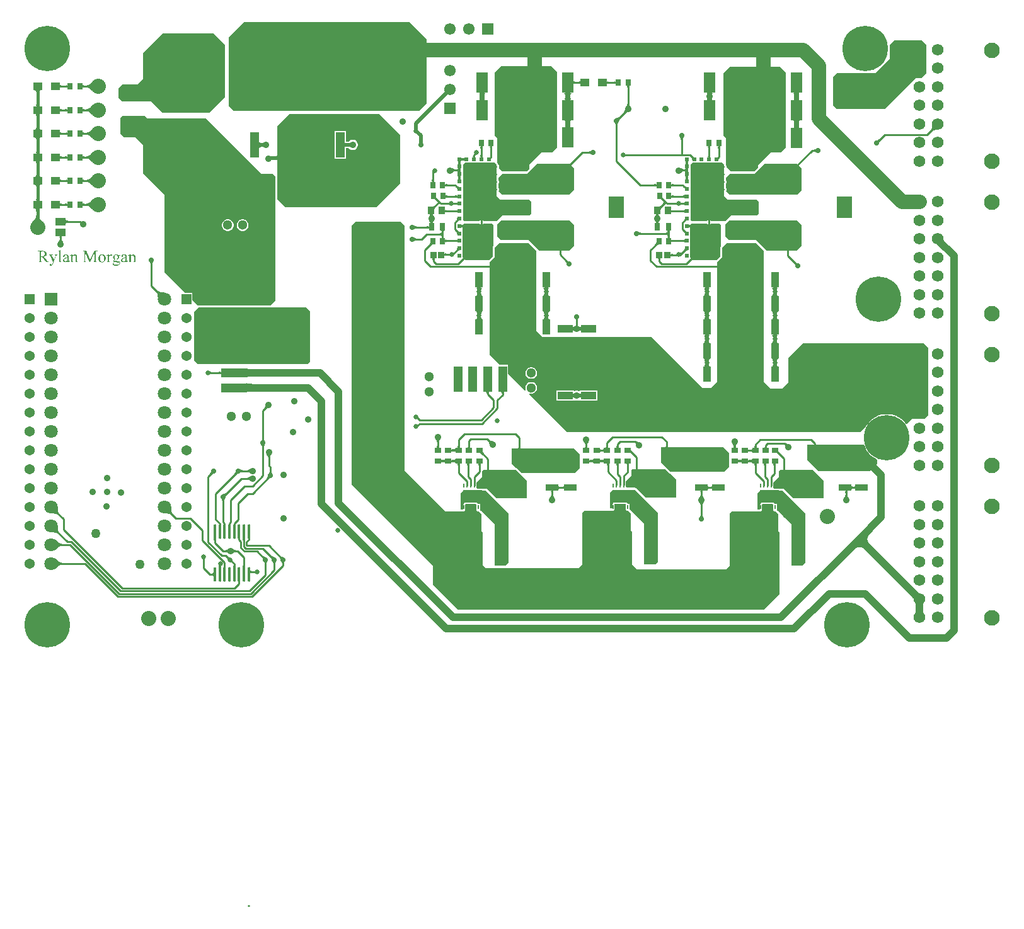
<source format=gbr>
%TF.GenerationSoftware,Altium Limited,Altium Designer,23.5.1 (21)*%
G04 Layer_Physical_Order=1*
G04 Layer_Color=255*
%FSLAX45Y45*%
%MOMM*%
%TF.SameCoordinates,7A350176-D2D4-4FA0-928D-7306E9DA7793*%
%TF.FilePolarity,Positive*%
%TF.FileFunction,Copper,L1,Top,Signal*%
%TF.Part,Single*%
G01*
G75*
%TA.AperFunction,SMDPad,CuDef*%
%ADD10R,0.25000X0.53000*%
%ADD11R,2.50000X1.70000*%
%ADD12C,0.71120*%
%ADD13R,1.25000X3.50000*%
%ADD14R,0.42077X1.95543*%
G04:AMPARAMS|DCode=15|XSize=1.95543mm|YSize=0.42077mm|CornerRadius=0.21038mm|HoleSize=0mm|Usage=FLASHONLY|Rotation=90.000|XOffset=0mm|YOffset=0mm|HoleType=Round|Shape=RoundedRectangle|*
%AMROUNDEDRECTD15*
21,1,1.95543,0.00000,0,0,90.0*
21,1,1.53467,0.42077,0,0,90.0*
1,1,0.42077,0.00000,0.76733*
1,1,0.42077,0.00000,-0.76733*
1,1,0.42077,0.00000,-0.76733*
1,1,0.42077,0.00000,0.76733*
%
%ADD15ROUNDEDRECTD15*%
%ADD16R,0.70000X0.90000*%
%ADD17R,1.25000X1.10000*%
%ADD18R,0.93108X0.81213*%
%ADD19R,0.80000X0.95000*%
%ADD20R,0.80000X1.00000*%
%ADD21R,0.95000X1.05000*%
%ADD22R,0.75000X0.85000*%
%ADD23R,1.50273X2.80415*%
%ADD24R,2.05000X1.10000*%
%ADD25R,1.10000X2.05000*%
%ADD26R,2.40000X2.40000*%
%ADD27R,2.00000X2.90000*%
%TA.AperFunction,BGAPad,CuDef*%
%ADD28R,0.55000X0.55000*%
%TA.AperFunction,SMDPad,CuDef*%
%ADD29R,1.70000X0.95000*%
%ADD30R,3.50000X1.25000*%
%ADD31R,1.25700X3.42900*%
%ADD32R,10.66800X9.01700*%
%ADD33R,1.80000X2.00000*%
%ADD34R,1.40000X1.10000*%
%TA.AperFunction,TestPad*%
%ADD35R,1.40000X1.39000*%
%TA.AperFunction,SMDPad,CuDef*%
%ADD36R,0.90000X0.70000*%
%ADD37R,0.95000X1.70000*%
%ADD38R,1.40000X1.39000*%
%ADD39R,4.86000X3.36000*%
%ADD40R,1.80000X2.10000*%
%TA.AperFunction,Conductor*%
%ADD41C,0.50800*%
%ADD42C,0.25400*%
%ADD43C,1.01600*%
%ADD44C,0.63500*%
%ADD45C,1.90500*%
%ADD46C,0.38100*%
%TA.AperFunction,NonConductor*%
%ADD47C,0.25400*%
%TA.AperFunction,ComponentPad*%
%ADD48C,0.50000*%
%ADD49C,1.55000*%
%ADD50R,1.55000X1.55000*%
%ADD51R,1.55000X1.55000*%
%ADD52C,1.30000*%
%ADD53C,1.80000*%
%ADD54R,1.80000X1.80000*%
%ADD55C,6.10000*%
%ADD56C,2.10000*%
%ADD57C,1.56000*%
%ADD58R,1.37000X1.37000*%
%ADD59C,1.37000*%
%ADD60C,9.50000*%
%ADD61C,2.03200*%
%TA.AperFunction,TestPad*%
%ADD62C,2.03200*%
%TA.AperFunction,ViaPad*%
%ADD63C,0.88900*%
%ADD64C,0.63500*%
%ADD65C,1.27000*%
G36*
X14487910Y13042900D02*
X14487653Y13045312D01*
X14486882Y13047472D01*
X14485596Y13049377D01*
X14483797Y13051028D01*
X14481483Y13052425D01*
X14478656Y13053568D01*
X14475314Y13054457D01*
X14471458Y13055092D01*
X14467088Y13055473D01*
X14462206Y13055600D01*
Y13081000D01*
X14467088Y13081126D01*
X14471458Y13081508D01*
X14475314Y13082143D01*
X14478656Y13083032D01*
X14481483Y13084175D01*
X14483797Y13085571D01*
X14485596Y13087222D01*
X14486882Y13089128D01*
X14487653Y13091287D01*
X14487910Y13093700D01*
Y13042900D01*
D02*
G37*
G36*
X14378549Y13091287D02*
X14379311Y13089128D01*
X14380582Y13087222D01*
X14382359Y13085571D01*
X14384645Y13084175D01*
X14387439Y13083032D01*
X14390741Y13082143D01*
X14394551Y13081508D01*
X14398869Y13081126D01*
X14403696Y13081000D01*
Y13055600D01*
X14398869Y13055473D01*
X14394551Y13055092D01*
X14390741Y13054457D01*
X14387439Y13053568D01*
X14384645Y13052425D01*
X14382359Y13051028D01*
X14380582Y13049377D01*
X14379311Y13047472D01*
X14378549Y13045312D01*
X14378294Y13042900D01*
Y13093700D01*
X14378549Y13091287D01*
D02*
G37*
G36*
X14019209Y13042900D02*
X14018953Y13045312D01*
X14018182Y13047472D01*
X14016896Y13049377D01*
X14015097Y13051028D01*
X14012784Y13052425D01*
X14009956Y13053568D01*
X14006615Y13054457D01*
X14002759Y13055092D01*
X13998389Y13055473D01*
X13993504Y13055600D01*
Y13081000D01*
X13998389Y13081126D01*
X14002759Y13081508D01*
X14006615Y13082143D01*
X14009956Y13083032D01*
X14012784Y13084175D01*
X14015097Y13085571D01*
X14016896Y13087222D01*
X14018182Y13089128D01*
X14018953Y13091287D01*
X14019209Y13093700D01*
Y13042900D01*
D02*
G37*
G36*
X13923273Y13091287D02*
X13924045Y13089128D01*
X13925330Y13087222D01*
X13927129Y13085571D01*
X13929443Y13084175D01*
X13932269Y13083032D01*
X13935612Y13082143D01*
X13939467Y13081508D01*
X13943837Y13081126D01*
X13948721Y13081000D01*
Y13055600D01*
X13943837Y13055473D01*
X13939467Y13055092D01*
X13935612Y13054457D01*
X13932269Y13053568D01*
X13929443Y13052425D01*
X13927129Y13051028D01*
X13925330Y13049377D01*
X13924045Y13047472D01*
X13923273Y13045312D01*
X13923016Y13042900D01*
Y13093700D01*
X13923273Y13091287D01*
D02*
G37*
G36*
X14684647Y13023653D02*
X14682487Y13022882D01*
X14680583Y13021597D01*
X14678932Y13019797D01*
X14677534Y13017484D01*
X14676392Y13014656D01*
X14675504Y13011314D01*
X14674867Y13007458D01*
X14674487Y13003088D01*
X14674361Y12998206D01*
X14648959D01*
X14648833Y13003088D01*
X14648453Y13007458D01*
X14647816Y13011314D01*
X14646928Y13014656D01*
X14645786Y13017484D01*
X14644388Y13019797D01*
X14642737Y13021597D01*
X14640833Y13022882D01*
X14638673Y13023653D01*
X14636259Y13023911D01*
X14687061D01*
X14684647Y13023653D01*
D02*
G37*
G36*
X7331252Y13040488D02*
X7332014Y13038329D01*
X7333284Y13036423D01*
X7335062Y13034772D01*
X7337348Y13033376D01*
X7340142Y13032233D01*
X7343444Y13031343D01*
X7347254Y13030708D01*
X7351572Y13030327D01*
X7356398Y13030200D01*
Y13004800D01*
X7351572Y13004672D01*
X7347254Y13004292D01*
X7343444Y13003658D01*
X7340142Y13002768D01*
X7337348Y13001625D01*
X7335062Y13000227D01*
X7333284Y12998576D01*
X7332014Y12996672D01*
X7331252Y12994513D01*
X7330998Y12992101D01*
Y13042900D01*
X7331252Y13040488D01*
D02*
G37*
G36*
X7121912Y12992101D02*
X7121655Y12994513D01*
X7120884Y12996672D01*
X7119599Y12998576D01*
X7117800Y13000227D01*
X7115486Y13001625D01*
X7112659Y13002768D01*
X7109317Y13003658D01*
X7105461Y13004292D01*
X7101091Y13004672D01*
X7096208Y13004800D01*
Y13030200D01*
X7101091Y13030327D01*
X7105461Y13030708D01*
X7109317Y13031343D01*
X7112659Y13032233D01*
X7115486Y13033376D01*
X7117800Y13034772D01*
X7119599Y13036423D01*
X7120884Y13038329D01*
X7121655Y13040488D01*
X7121912Y13042900D01*
Y12992101D01*
D02*
G37*
G36*
X7025250Y13040488D02*
X7026012Y13038329D01*
X7027282Y13036423D01*
X7029060Y13034772D01*
X7031346Y13033376D01*
X7034140Y13032233D01*
X7037442Y13031343D01*
X7041252Y13030708D01*
X7045570Y13030327D01*
X7050396Y13030200D01*
Y13004800D01*
X7045570Y13004672D01*
X7041252Y13004292D01*
X7037442Y13003658D01*
X7034140Y13002768D01*
X7031346Y13001625D01*
X7029060Y13000227D01*
X7027282Y12998576D01*
X7026012Y12996672D01*
X7025250Y12994513D01*
X7024996Y12992101D01*
Y13042900D01*
X7025250Y13040488D01*
D02*
G37*
G36*
X7471243Y12946381D02*
X7460044Y12957480D01*
X7429484Y12983769D01*
X7420310Y12990195D01*
X7411643Y12995453D01*
X7403482Y12999542D01*
X7395827Y13002463D01*
X7388679Y13004216D01*
X7382037Y13004800D01*
Y13030200D01*
X7388679Y13030785D01*
X7395827Y13032536D01*
X7403482Y13035458D01*
X7411643Y13039548D01*
X7420310Y13044804D01*
X7429484Y13051231D01*
X7439164Y13058826D01*
X7460044Y13077521D01*
X7471243Y13088620D01*
Y12946381D01*
D02*
G37*
G36*
X6762280Y12962726D02*
X6759042Y12961574D01*
X6756184Y12959653D01*
X6753708Y12956966D01*
X6751612Y12953510D01*
X6749898Y12949284D01*
X6748564Y12944292D01*
X6747612Y12938531D01*
X6747040Y12932002D01*
X6746850Y12924706D01*
X6708750D01*
X6708559Y12932002D01*
X6707988Y12938531D01*
X6707035Y12944292D01*
X6705702Y12949284D01*
X6703987Y12953510D01*
X6701892Y12956966D01*
X6699415Y12959653D01*
X6696558Y12961574D01*
X6693319Y12962726D01*
X6689700Y12963110D01*
X6765900D01*
X6762280Y12962726D01*
D02*
G37*
G36*
X12741193Y12926982D02*
X12738972Y12925629D01*
X12737012Y12923372D01*
X12735314Y12920213D01*
X12733876Y12916153D01*
X12732701Y12911189D01*
X12731786Y12905324D01*
X12731133Y12898557D01*
X12730610Y12882314D01*
X12730741Y12873798D01*
X12731786Y12859457D01*
X12732701Y12853632D01*
X12733876Y12848701D01*
X12735314Y12844669D01*
X12737012Y12841531D01*
X12738972Y12839291D01*
X12741193Y12837946D01*
X12743675Y12837498D01*
X12654045D01*
X12656528Y12837946D01*
X12658749Y12839291D01*
X12660708Y12841531D01*
X12662407Y12844669D01*
X12663844Y12848701D01*
X12665020Y12853632D01*
X12665935Y12859457D01*
X12666588Y12866180D01*
X12667110Y12882314D01*
X12666980Y12890886D01*
X12665935Y12905324D01*
X12665020Y12911189D01*
X12663844Y12916153D01*
X12662407Y12920213D01*
X12660708Y12923372D01*
X12658749Y12925629D01*
X12656528Y12926982D01*
X12654046Y12927432D01*
X12743675D01*
X12741193Y12926982D01*
D02*
G37*
G36*
X13905957Y12926492D02*
X13900560Y12924586D01*
X13895798Y12921413D01*
X13891670Y12916966D01*
X13888177Y12911252D01*
X13885320Y12904266D01*
X13883096Y12896011D01*
X13881509Y12886487D01*
X13881137Y12882268D01*
X13881509Y12878027D01*
X13883096Y12868457D01*
X13885320Y12860162D01*
X13888177Y12853143D01*
X13891670Y12847401D01*
X13895798Y12842935D01*
X13900560Y12839745D01*
X13905957Y12837831D01*
X13911990Y12837193D01*
X13784990D01*
X13791022Y12837831D01*
X13796420Y12839745D01*
X13801183Y12842935D01*
X13805310Y12847401D01*
X13808801Y12853143D01*
X13811659Y12860162D01*
X13813882Y12868457D01*
X13815469Y12878027D01*
X13815842Y12882268D01*
X13815469Y12886487D01*
X13813882Y12896011D01*
X13811659Y12904266D01*
X13808801Y12911252D01*
X13805310Y12916966D01*
X13801183Y12921413D01*
X13796420Y12924586D01*
X13791022Y12926492D01*
X13784990Y12927127D01*
X13911990D01*
X13905957Y12926492D01*
D02*
G37*
G36*
X15799211Y12926395D02*
X15796986Y12925041D01*
X15795023Y12922784D01*
X15793323Y12919624D01*
X15791882Y12915561D01*
X15790704Y12910596D01*
X15789789Y12904729D01*
X15789136Y12897955D01*
X15788611Y12881706D01*
X15788742Y12873187D01*
X15789789Y12858839D01*
X15790704Y12853011D01*
X15791882Y12848077D01*
X15793323Y12844043D01*
X15795023Y12840904D01*
X15796986Y12838663D01*
X15799211Y12837317D01*
X15801697Y12836868D01*
X15712025D01*
X15714511Y12837317D01*
X15716736Y12838663D01*
X15718700Y12840904D01*
X15720399Y12844043D01*
X15721840Y12848077D01*
X15723016Y12853011D01*
X15723933Y12858839D01*
X15724588Y12865564D01*
X15725111Y12881706D01*
X15724980Y12890282D01*
X15723933Y12904729D01*
X15723016Y12910596D01*
X15721840Y12915561D01*
X15720399Y12919624D01*
X15718700Y12922784D01*
X15716736Y12925041D01*
X15714511Y12926395D01*
X15712025Y12926846D01*
X15801697D01*
X15799211Y12926395D01*
D02*
G37*
G36*
X16964716Y12926093D02*
X16962489Y12924748D01*
X16960527Y12922507D01*
X16958826Y12919368D01*
X16957385Y12915332D01*
X16956209Y12910400D01*
X16955293Y12904572D01*
X16954639Y12897845D01*
X16954115Y12881705D01*
X16954247Y12873128D01*
X16955293Y12858682D01*
X16956209Y12852815D01*
X16957385Y12847849D01*
X16958826Y12843787D01*
X16960527Y12840627D01*
X16962489Y12838370D01*
X16964716Y12837015D01*
X16967201Y12836565D01*
X16877528D01*
X16880016Y12837015D01*
X16882240Y12838370D01*
X16884203Y12840627D01*
X16885904Y12843787D01*
X16887343Y12847849D01*
X16888521Y12852815D01*
X16889436Y12858682D01*
X16890091Y12865454D01*
X16890614Y12881705D01*
X16890485Y12890224D01*
X16889436Y12904572D01*
X16888521Y12910400D01*
X16887343Y12915332D01*
X16885904Y12919368D01*
X16884203Y12922507D01*
X16882240Y12924748D01*
X16880016Y12926093D01*
X16877528Y12926541D01*
X16967201D01*
X16964716Y12926093D01*
D02*
G37*
G36*
X6747040Y12785498D02*
X6747612Y12778969D01*
X6748564Y12773209D01*
X6749898Y12768216D01*
X6751612Y12763991D01*
X6753708Y12760535D01*
X6756184Y12757847D01*
X6759042Y12755926D01*
X6762280Y12754774D01*
X6765900Y12754390D01*
X6689700D01*
X6693319Y12754774D01*
X6696558Y12755926D01*
X6699415Y12757847D01*
X6701892Y12760535D01*
X6703987Y12763991D01*
X6705702Y12768216D01*
X6707035Y12773209D01*
X6707988Y12778969D01*
X6708559Y12785498D01*
X6708750Y12792795D01*
X6746850D01*
X6747040Y12785498D01*
D02*
G37*
G36*
X14674361Y12783171D02*
X14674542Y12779303D01*
X14675089Y12775456D01*
X14675999Y12771627D01*
X14677277Y12767820D01*
X14678917Y12764032D01*
X14680922Y12760264D01*
X14683292Y12756516D01*
X14686026Y12752788D01*
X14689125Y12749080D01*
X14692587Y12745392D01*
X14630365Y12746289D01*
X14633897Y12749849D01*
X14637059Y12753446D01*
X14639848Y12757080D01*
X14642265Y12760751D01*
X14644312Y12764459D01*
X14645984Y12768204D01*
X14647285Y12771986D01*
X14648216Y12775805D01*
X14648775Y12779660D01*
X14648959Y12783553D01*
X14674361Y12783171D01*
D02*
G37*
G36*
X18605499Y13639799D02*
X18668999Y13576302D01*
X18669000Y13195300D01*
X18605499Y13131799D01*
X18522949D01*
X18103850Y12712700D01*
X17462500D01*
X17411700Y12763500D01*
X17411700Y13144501D01*
X17462500Y13195300D01*
X17983200D01*
X18173700Y13385800D01*
Y13576300D01*
X18237199Y13639799D01*
X18605499Y13639799D01*
D02*
G37*
G36*
X11950700Y13652499D02*
Y12788900D01*
X11849100Y12687300D01*
X9359900D01*
X9296400Y12750800D01*
Y13677901D01*
X9499600Y13881100D01*
X11722100D01*
X11950700Y13652499D01*
D02*
G37*
G36*
X7331252Y12722987D02*
X7332014Y12720828D01*
X7333284Y12718923D01*
X7335062Y12717272D01*
X7337348Y12715875D01*
X7340142Y12714732D01*
X7343444Y12713843D01*
X7347254Y12713208D01*
X7351572Y12712827D01*
X7356398Y12712700D01*
Y12687300D01*
X7351572Y12687173D01*
X7347254Y12686792D01*
X7343444Y12686157D01*
X7340142Y12685268D01*
X7337348Y12684125D01*
X7335062Y12682728D01*
X7333284Y12681077D01*
X7332014Y12679172D01*
X7331252Y12677013D01*
X7330998Y12674600D01*
Y12725400D01*
X7331252Y12722987D01*
D02*
G37*
G36*
X7121912Y12674600D02*
X7121655Y12677013D01*
X7120884Y12679172D01*
X7119599Y12681077D01*
X7117800Y12682728D01*
X7115486Y12684125D01*
X7112659Y12685268D01*
X7109317Y12686157D01*
X7105461Y12686792D01*
X7101091Y12687173D01*
X7096208Y12687300D01*
Y12712700D01*
X7101091Y12712827D01*
X7105461Y12713208D01*
X7109317Y12713843D01*
X7112659Y12714732D01*
X7115486Y12715875D01*
X7117800Y12717272D01*
X7119599Y12718923D01*
X7120884Y12720828D01*
X7121655Y12722987D01*
X7121912Y12725400D01*
Y12674600D01*
D02*
G37*
G36*
X7025250Y12722987D02*
X7026012Y12720828D01*
X7027282Y12718923D01*
X7029060Y12717272D01*
X7031346Y12715875D01*
X7034140Y12714732D01*
X7037442Y12713843D01*
X7041252Y12713208D01*
X7045570Y12712827D01*
X7050396Y12712700D01*
Y12687300D01*
X7045570Y12687173D01*
X7041252Y12686792D01*
X7037442Y12686157D01*
X7034140Y12685268D01*
X7031346Y12684125D01*
X7029060Y12682728D01*
X7027282Y12681077D01*
X7026012Y12679172D01*
X7025250Y12677013D01*
X7024996Y12674600D01*
Y12725400D01*
X7025250Y12722987D01*
D02*
G37*
G36*
X9245600Y13576300D02*
Y12877800D01*
X9029700Y12661900D01*
X8407400D01*
X8255000Y12814301D01*
X7861300D01*
X7810500Y12865100D01*
Y12992101D01*
X7861300Y13042900D01*
X8064500D01*
X8140700Y13119099D01*
Y13462000D01*
X8407400Y13728700D01*
X9093200D01*
X9245600Y13576300D01*
D02*
G37*
G36*
X14660574Y12669652D02*
X14655537Y12669564D01*
X14650742Y12669194D01*
X14646185Y12668545D01*
X14641869Y12667614D01*
X14637794Y12666403D01*
X14633958Y12664912D01*
X14630363Y12663140D01*
X14627010Y12661087D01*
X14623894Y12658754D01*
X14621021Y12656141D01*
X14603059Y12674101D01*
X14605673Y12676975D01*
X14608006Y12680089D01*
X14610059Y12683444D01*
X14611832Y12687039D01*
X14613322Y12690875D01*
X14614532Y12694950D01*
X14615463Y12699266D01*
X14616113Y12703822D01*
X14616483Y12708619D01*
X14616571Y12713656D01*
X14660574Y12669652D01*
D02*
G37*
G36*
X7471243Y12628880D02*
X7460044Y12639980D01*
X7429484Y12666269D01*
X7420310Y12672695D01*
X7411643Y12677953D01*
X7403482Y12682042D01*
X7395827Y12684963D01*
X7388679Y12686716D01*
X7382037Y12687300D01*
Y12712700D01*
X7388679Y12713284D01*
X7395827Y12715037D01*
X7403482Y12717958D01*
X7411643Y12722047D01*
X7420310Y12727305D01*
X7429484Y12733731D01*
X7439164Y12741326D01*
X7460044Y12760020D01*
X7471243Y12771120D01*
Y12628880D01*
D02*
G37*
G36*
X6762280Y12645226D02*
X6759042Y12644074D01*
X6756184Y12642153D01*
X6753708Y12639465D01*
X6751612Y12636009D01*
X6749898Y12631784D01*
X6748564Y12626791D01*
X6747612Y12621031D01*
X6747040Y12614502D01*
X6746850Y12607205D01*
X6708750D01*
X6708559Y12614502D01*
X6707988Y12621031D01*
X6707035Y12626791D01*
X6705702Y12631784D01*
X6703987Y12636009D01*
X6701892Y12639465D01*
X6699415Y12642153D01*
X6696558Y12644074D01*
X6693319Y12645226D01*
X6689700Y12645610D01*
X6765900D01*
X6762280Y12645226D01*
D02*
G37*
G36*
X14553827Y12588948D02*
X14551035Y12585976D01*
X14548534Y12582935D01*
X14546323Y12579826D01*
X14544400Y12576646D01*
X14542767Y12573398D01*
X14541426Y12570081D01*
X14540375Y12566694D01*
X14539612Y12563238D01*
X14539140Y12559712D01*
X14538959Y12556118D01*
X14503036Y12592039D01*
X14506631Y12592221D01*
X14510156Y12592693D01*
X14513612Y12593455D01*
X14517000Y12594507D01*
X14520317Y12595849D01*
X14523566Y12597481D01*
X14526746Y12599403D01*
X14529855Y12601614D01*
X14532895Y12604116D01*
X14535867Y12606908D01*
X14553827Y12588948D01*
D02*
G37*
G36*
X14526387Y12528924D02*
X14524228Y12526097D01*
X14522324Y12523115D01*
X14520673Y12519976D01*
X14519275Y12516681D01*
X14518132Y12513230D01*
X14517242Y12509623D01*
X14516608Y12505860D01*
X14516228Y12501941D01*
X14516100Y12497866D01*
X14490700D01*
X14490573Y12501941D01*
X14490192Y12505860D01*
X14489557Y12509623D01*
X14488667Y12513230D01*
X14487524Y12516681D01*
X14486128Y12519976D01*
X14484477Y12523115D01*
X14482571Y12526097D01*
X14480412Y12528924D01*
X14478000Y12531594D01*
X14528799D01*
X14526387Y12528924D01*
D02*
G37*
G36*
X13890822Y12557244D02*
X13888602Y12555899D01*
X13886642Y12553659D01*
X13884943Y12550522D01*
X13883505Y12546488D01*
X13882330Y12541559D01*
X13881415Y12535733D01*
X13880762Y12529011D01*
X13880240Y12512877D01*
X13880370Y12504304D01*
X13881415Y12489866D01*
X13882330Y12484000D01*
X13883505Y12479037D01*
X13884943Y12474977D01*
X13886642Y12471818D01*
X13888602Y12469562D01*
X13890822Y12468208D01*
X13893304Y12467757D01*
X13803674D01*
X13806157Y12468208D01*
X13808379Y12469562D01*
X13810338Y12471818D01*
X13812036Y12474977D01*
X13813474Y12479037D01*
X13814648Y12484000D01*
X13815564Y12489866D01*
X13816217Y12496634D01*
X13816740Y12512877D01*
X13816609Y12521392D01*
X13815564Y12535733D01*
X13814648Y12541559D01*
X13813474Y12546488D01*
X13812036Y12550522D01*
X13810338Y12553659D01*
X13808379Y12555899D01*
X13806157Y12557244D01*
X13803674Y12557692D01*
X13893304D01*
X13890822Y12557244D01*
D02*
G37*
G36*
X16964716Y12556615D02*
X16962489Y12555270D01*
X16960527Y12553028D01*
X16958826Y12549890D01*
X16957385Y12545854D01*
X16956209Y12540922D01*
X16955293Y12535094D01*
X16954639Y12528368D01*
X16954115Y12512227D01*
X16954247Y12503650D01*
X16955293Y12489205D01*
X16956209Y12483337D01*
X16957385Y12478371D01*
X16958826Y12474308D01*
X16960527Y12471149D01*
X16962489Y12468891D01*
X16964716Y12467537D01*
X16967201Y12467086D01*
X16877528D01*
X16880016Y12467537D01*
X16882240Y12468891D01*
X16884203Y12471149D01*
X16885904Y12474308D01*
X16887343Y12478371D01*
X16888521Y12483337D01*
X16889436Y12489205D01*
X16890091Y12495976D01*
X16890614Y12512227D01*
X16890485Y12520746D01*
X16889436Y12535094D01*
X16888521Y12540922D01*
X16887343Y12545854D01*
X16885904Y12549890D01*
X16884203Y12553028D01*
X16882240Y12555270D01*
X16880016Y12556615D01*
X16877528Y12557063D01*
X16967201D01*
X16964716Y12556615D01*
D02*
G37*
G36*
X6747040Y12467998D02*
X6747612Y12461469D01*
X6748564Y12455709D01*
X6749898Y12450716D01*
X6751612Y12446491D01*
X6753708Y12443035D01*
X6756184Y12440347D01*
X6759042Y12438426D01*
X6762280Y12437274D01*
X6765900Y12436890D01*
X6689700D01*
X6693319Y12437274D01*
X6696558Y12438426D01*
X6699415Y12440347D01*
X6701892Y12443035D01*
X6703987Y12446491D01*
X6705702Y12450716D01*
X6707035Y12455709D01*
X6707988Y12461469D01*
X6708559Y12467998D01*
X6708750Y12475295D01*
X6746850D01*
X6747040Y12467998D01*
D02*
G37*
G36*
X18822021Y12433851D02*
X18810684Y12433772D01*
X18790384Y12432433D01*
X18781421Y12431173D01*
X18773250Y12429520D01*
X18765871Y12427474D01*
X18759283Y12425035D01*
X18753488Y12422202D01*
X18748483Y12418975D01*
X18744270Y12415356D01*
X18726311Y12433316D01*
X18729932Y12437529D01*
X18733157Y12442533D01*
X18735989Y12448328D01*
X18738429Y12454916D01*
X18740475Y12462295D01*
X18742128Y12470466D01*
X18743388Y12479428D01*
X18744727Y12499729D01*
X18744806Y12511067D01*
X18822021Y12433851D01*
D02*
G37*
G36*
X7331252Y12405487D02*
X7332014Y12403328D01*
X7333284Y12401423D01*
X7335062Y12399772D01*
X7337348Y12398375D01*
X7340142Y12397232D01*
X7343444Y12396343D01*
X7347254Y12395708D01*
X7351572Y12395327D01*
X7356398Y12395200D01*
Y12369800D01*
X7351572Y12369673D01*
X7347254Y12369292D01*
X7343444Y12368657D01*
X7340142Y12367768D01*
X7337348Y12366625D01*
X7335062Y12365228D01*
X7333284Y12363577D01*
X7332014Y12361672D01*
X7331252Y12359513D01*
X7330998Y12357100D01*
Y12407900D01*
X7331252Y12405487D01*
D02*
G37*
G36*
X7121912Y12357100D02*
X7121655Y12359513D01*
X7120884Y12361672D01*
X7119599Y12363577D01*
X7117800Y12365228D01*
X7115486Y12366625D01*
X7112659Y12367768D01*
X7109317Y12368657D01*
X7105461Y12369292D01*
X7101091Y12369673D01*
X7096208Y12369800D01*
Y12395200D01*
X7101091Y12395327D01*
X7105461Y12395708D01*
X7109317Y12396343D01*
X7112659Y12397232D01*
X7115486Y12398375D01*
X7117800Y12399772D01*
X7119599Y12401423D01*
X7120884Y12403328D01*
X7121655Y12405487D01*
X7121912Y12407900D01*
Y12357100D01*
D02*
G37*
G36*
X7025250Y12405487D02*
X7026012Y12403328D01*
X7027282Y12401423D01*
X7029060Y12399772D01*
X7031346Y12398375D01*
X7034140Y12397232D01*
X7037442Y12396343D01*
X7041252Y12395708D01*
X7045570Y12395327D01*
X7050396Y12395200D01*
Y12369800D01*
X7045570Y12369673D01*
X7041252Y12369292D01*
X7037442Y12368657D01*
X7034140Y12367768D01*
X7031346Y12366625D01*
X7029060Y12365228D01*
X7027282Y12363577D01*
X7026012Y12361672D01*
X7025250Y12359513D01*
X7024996Y12357100D01*
Y12407900D01*
X7025250Y12405487D01*
D02*
G37*
G36*
X7471243Y12311380D02*
X7460044Y12322480D01*
X7429484Y12348769D01*
X7420310Y12355195D01*
X7411643Y12360453D01*
X7403482Y12364542D01*
X7395827Y12367463D01*
X7388679Y12369216D01*
X7382037Y12369800D01*
Y12395200D01*
X7388679Y12395784D01*
X7395827Y12397537D01*
X7403482Y12400458D01*
X7411643Y12404547D01*
X7420310Y12409805D01*
X7429484Y12416231D01*
X7439164Y12423826D01*
X7460044Y12442520D01*
X7471243Y12453620D01*
Y12311380D01*
D02*
G37*
G36*
X15402687Y12329543D02*
X15400528Y12326716D01*
X15398624Y12323734D01*
X15396973Y12320595D01*
X15395575Y12317300D01*
X15394432Y12313849D01*
X15393542Y12310243D01*
X15392908Y12306480D01*
X15392526Y12302560D01*
X15392400Y12298485D01*
X15367000D01*
X15366873Y12302560D01*
X15366492Y12306480D01*
X15365857Y12310243D01*
X15364967Y12313849D01*
X15363824Y12317300D01*
X15362428Y12320595D01*
X15360777Y12323734D01*
X15358871Y12326716D01*
X15356712Y12329543D01*
X15354300Y12332213D01*
X15405099D01*
X15402687Y12329543D01*
D02*
G37*
G36*
X6762280Y12327726D02*
X6759042Y12326574D01*
X6756184Y12324653D01*
X6753708Y12321965D01*
X6751612Y12318509D01*
X6749898Y12314284D01*
X6748564Y12309291D01*
X6747612Y12303531D01*
X6747040Y12297002D01*
X6746850Y12289705D01*
X6708750D01*
X6708559Y12297002D01*
X6707988Y12303531D01*
X6707035Y12309291D01*
X6705702Y12314284D01*
X6703987Y12318509D01*
X6701892Y12321965D01*
X6699415Y12324653D01*
X6696558Y12326574D01*
X6693319Y12327726D01*
X6689700Y12328110D01*
X6765900D01*
X6762280Y12327726D01*
D02*
G37*
G36*
X18046327Y12287967D02*
X18043535Y12284995D01*
X18041034Y12281955D01*
X18038821Y12278845D01*
X18036900Y12275666D01*
X18035268Y12272417D01*
X18033926Y12269100D01*
X18032874Y12265713D01*
X18032112Y12262257D01*
X18031641Y12258732D01*
X18031458Y12255137D01*
X17995537Y12291058D01*
X17999132Y12291240D01*
X18002657Y12291712D01*
X18006113Y12292474D01*
X18009500Y12293526D01*
X18012817Y12294868D01*
X18016066Y12296500D01*
X18019244Y12298422D01*
X18022356Y12300634D01*
X18025395Y12303135D01*
X18028368Y12305927D01*
X18046327Y12287967D01*
D02*
G37*
G36*
X11901733Y12252966D02*
X11847267D01*
X11847615Y12253887D01*
X11847927Y12255778D01*
X11848202Y12258637D01*
X11848807Y12273030D01*
X11849100Y12305787D01*
X11899900D01*
X11901733Y12252966D01*
D02*
G37*
G36*
X9702353Y12276074D02*
X9703877Y12271756D01*
X9706417Y12267946D01*
X9709973Y12264644D01*
X9714545Y12261850D01*
X9720133Y12259564D01*
X9726737Y12257786D01*
X9734357Y12256516D01*
X9740090Y12256010D01*
X9745962Y12256414D01*
X9749304Y12256929D01*
X9752243Y12257557D01*
X9754777Y12258300D01*
X9756908Y12259158D01*
X9758634Y12260129D01*
X9759956Y12261215D01*
Y12198985D01*
X9758634Y12200071D01*
X9756908Y12201042D01*
X9754777Y12201900D01*
X9752243Y12202643D01*
X9749304Y12203271D01*
X9745962Y12203786D01*
X9740694Y12204243D01*
X9734357Y12203684D01*
X9726737Y12202414D01*
X9720133Y12200636D01*
X9714545Y12198350D01*
X9709973Y12195556D01*
X9706417Y12192254D01*
X9703877Y12188444D01*
X9702353Y12184126D01*
X9701845Y12179300D01*
Y12280900D01*
X9702353Y12276074D01*
D02*
G37*
G36*
X15899887Y12208853D02*
X15897728Y12208082D01*
X15895824Y12206796D01*
X15894173Y12204997D01*
X15892775Y12202683D01*
X15891632Y12199856D01*
X15890742Y12196514D01*
X15890108Y12192659D01*
X15889726Y12188289D01*
X15889600Y12183405D01*
X15864200D01*
X15864073Y12188289D01*
X15863692Y12192659D01*
X15863057Y12196514D01*
X15862167Y12199856D01*
X15861024Y12202683D01*
X15859628Y12204997D01*
X15857977Y12206796D01*
X15856071Y12208082D01*
X15853912Y12208853D01*
X15851500Y12209110D01*
X15902299D01*
X15899887Y12208853D01*
D02*
G37*
G36*
X15769887D02*
X15767728Y12208082D01*
X15765823Y12206796D01*
X15764172Y12204997D01*
X15762775Y12202683D01*
X15761632Y12199856D01*
X15760744Y12196514D01*
X15760107Y12192659D01*
X15759727Y12188289D01*
X15759599Y12183405D01*
X15734200D01*
X15734073Y12188289D01*
X15733691Y12192659D01*
X15733057Y12196514D01*
X15732169Y12199856D01*
X15731026Y12202683D01*
X15729628Y12204997D01*
X15727977Y12206796D01*
X15726073Y12208082D01*
X15723914Y12208853D01*
X15721500Y12209110D01*
X15772301D01*
X15769887Y12208853D01*
D02*
G37*
G36*
X12841887D02*
X12839728Y12208082D01*
X12837823Y12206796D01*
X12836172Y12204997D01*
X12834775Y12202683D01*
X12833632Y12199856D01*
X12832742Y12196514D01*
X12832108Y12192659D01*
X12831728Y12188289D01*
X12831599Y12183405D01*
X12806200D01*
X12806073Y12188289D01*
X12805692Y12192659D01*
X12805057Y12196514D01*
X12804169Y12199856D01*
X12803024Y12202683D01*
X12801628Y12204997D01*
X12799977Y12206796D01*
X12798072Y12208082D01*
X12795913Y12208853D01*
X12793500Y12209110D01*
X12844299D01*
X12841887Y12208853D01*
D02*
G37*
G36*
X12711887D02*
X12709728Y12208082D01*
X12707823Y12206796D01*
X12706172Y12204997D01*
X12704775Y12202683D01*
X12703632Y12199856D01*
X12702743Y12196514D01*
X12702108Y12192659D01*
X12701727Y12188289D01*
X12701600Y12183405D01*
X12676200D01*
X12676073Y12188289D01*
X12675692Y12192659D01*
X12675057Y12196514D01*
X12674168Y12199856D01*
X12673025Y12202683D01*
X12671628Y12204997D01*
X12669977Y12206796D01*
X12668072Y12208082D01*
X12665913Y12208853D01*
X12663500Y12209110D01*
X12714300D01*
X12711887Y12208853D01*
D02*
G37*
G36*
X17183614Y12128500D02*
X17180943Y12130913D01*
X17178116Y12133072D01*
X17175134Y12134977D01*
X17171996Y12136628D01*
X17168700Y12138025D01*
X17165250Y12139168D01*
X17161642Y12140057D01*
X17157880Y12140692D01*
X17153960Y12141073D01*
X17149886Y12141200D01*
Y12166600D01*
X17153960Y12166727D01*
X17157880Y12167108D01*
X17161642Y12167743D01*
X17165250Y12168632D01*
X17168700Y12169775D01*
X17171996Y12171172D01*
X17175134Y12172823D01*
X17178116Y12174728D01*
X17180943Y12176887D01*
X17183614Y12179300D01*
Y12128500D01*
D02*
G37*
G36*
X6747040Y12150498D02*
X6747612Y12143969D01*
X6748564Y12138209D01*
X6749898Y12133216D01*
X6751612Y12128991D01*
X6753708Y12125535D01*
X6756184Y12122847D01*
X6759042Y12120926D01*
X6762280Y12119774D01*
X6765900Y12119390D01*
X6689700D01*
X6693319Y12119774D01*
X6696558Y12120926D01*
X6699415Y12122847D01*
X6701892Y12125535D01*
X6703987Y12128991D01*
X6705702Y12133216D01*
X6707035Y12138209D01*
X6707988Y12143969D01*
X6708559Y12150498D01*
X6708750Y12157795D01*
X6746850D01*
X6747040Y12150498D01*
D02*
G37*
G36*
X14161012Y12103100D02*
X14158344Y12105513D01*
X14155516Y12107672D01*
X14152534Y12109577D01*
X14149396Y12111228D01*
X14146100Y12112625D01*
X14142648Y12113768D01*
X14139043Y12114657D01*
X14135280Y12115292D01*
X14131360Y12115673D01*
X14127284Y12115800D01*
Y12141200D01*
X14131360Y12141327D01*
X14135280Y12141708D01*
X14139043Y12142343D01*
X14142648Y12143232D01*
X14146100Y12144375D01*
X14149396Y12145772D01*
X14152534Y12147423D01*
X14155516Y12149328D01*
X14158344Y12151487D01*
X14161012Y12153900D01*
Y12103100D01*
D02*
G37*
G36*
X12623546Y12103101D02*
X12622095Y12103015D01*
X12620586Y12102728D01*
X12619020Y12102239D01*
X12617396Y12101550D01*
X12615715Y12100659D01*
X12613977Y12099567D01*
X12612181Y12098274D01*
X12610328Y12096780D01*
X12606450Y12093189D01*
X12588489Y12111150D01*
X12590385Y12113118D01*
X12593574Y12116881D01*
X12594867Y12118677D01*
X12595959Y12120415D01*
X12596850Y12122096D01*
X12597539Y12123720D01*
X12598028Y12125286D01*
X12598315Y12126795D01*
X12598401Y12128246D01*
X12623546Y12103101D01*
D02*
G37*
G36*
X14613527Y12109215D02*
X14614796Y12108351D01*
X14616249Y12107589D01*
X14617885Y12106929D01*
X14619704Y12106370D01*
X14621706Y12105913D01*
X14623888Y12105557D01*
X14626254Y12105303D01*
X14631537Y12105100D01*
Y12079700D01*
X14628806Y12079649D01*
X14623888Y12079243D01*
X14621706Y12078887D01*
X14619704Y12078430D01*
X14617885Y12077871D01*
X14616249Y12077211D01*
X14614796Y12076449D01*
X14613527Y12075585D01*
X14612439Y12074620D01*
Y12110180D01*
X14613527Y12109215D01*
D02*
G37*
G36*
X15759727Y12087211D02*
X15760107Y12082841D01*
X15760744Y12078985D01*
X15761632Y12075644D01*
X15762775Y12072816D01*
X15764172Y12070503D01*
X15765823Y12068704D01*
X15767728Y12067418D01*
X15769887Y12066647D01*
X15772301Y12066390D01*
X15721500D01*
X15723914Y12066647D01*
X15726073Y12067418D01*
X15727977Y12068704D01*
X15729628Y12070503D01*
X15731026Y12072816D01*
X15732169Y12075644D01*
X15733057Y12078985D01*
X15733691Y12082841D01*
X15734073Y12087211D01*
X15734200Y12092095D01*
X15759599D01*
X15759727Y12087211D01*
D02*
G37*
G36*
X12701727D02*
X12702108Y12082841D01*
X12702743Y12078985D01*
X12703632Y12075644D01*
X12704775Y12072816D01*
X12706172Y12070503D01*
X12707823Y12068704D01*
X12709728Y12067418D01*
X12711887Y12066647D01*
X12714300Y12066390D01*
X12663500D01*
X12665913Y12066647D01*
X12668072Y12067418D01*
X12669977Y12068704D01*
X12671628Y12070503D01*
X12673025Y12072816D01*
X12674168Y12075644D01*
X12675057Y12078985D01*
X12675692Y12082841D01*
X12676073Y12087211D01*
X12676200Y12092095D01*
X12701600D01*
X12701727Y12087211D01*
D02*
G37*
G36*
X12601727D02*
X12602108Y12082841D01*
X12602743Y12078985D01*
X12603632Y12075644D01*
X12604775Y12072816D01*
X12606172Y12070503D01*
X12607823Y12068704D01*
X12609728Y12067418D01*
X12611887Y12066647D01*
X12614300Y12066390D01*
X12563500D01*
X12565913Y12066647D01*
X12568072Y12067418D01*
X12569977Y12068704D01*
X12571628Y12070503D01*
X12573025Y12072816D01*
X12574168Y12075644D01*
X12575057Y12078985D01*
X12575692Y12082841D01*
X12576073Y12087211D01*
X12576200Y12092095D01*
X12601600D01*
X12601727Y12087211D01*
D02*
G37*
G36*
X12461705Y12014100D02*
X12461451Y12016513D01*
X12460689Y12018672D01*
X12459419Y12020577D01*
X12457641Y12022228D01*
X12455355Y12023625D01*
X12452561Y12024768D01*
X12449259Y12025657D01*
X12445449Y12026292D01*
X12441131Y12026673D01*
X12438884Y12026732D01*
X12436611Y12026673D01*
X12432241Y12026292D01*
X12428385Y12025657D01*
X12425044Y12024768D01*
X12422216Y12023625D01*
X12419903Y12022228D01*
X12418103Y12020577D01*
X12416818Y12018672D01*
X12416047Y12016513D01*
X12415790Y12014100D01*
Y12064900D01*
X12416047Y12062487D01*
X12416818Y12060328D01*
X12418103Y12058423D01*
X12419903Y12056772D01*
X12422216Y12055375D01*
X12425044Y12054232D01*
X12428385Y12053343D01*
X12432241Y12052708D01*
X12436611Y12052327D01*
X12438884Y12052268D01*
X12441131Y12052327D01*
X12445449Y12052708D01*
X12449259Y12053343D01*
X12452561Y12054232D01*
X12455355Y12055375D01*
X12457641Y12056772D01*
X12459419Y12058423D01*
X12460689Y12060328D01*
X12461451Y12062487D01*
X12461705Y12064900D01*
Y12014100D01*
D02*
G37*
G36*
X7331252Y12087987D02*
X7332014Y12085828D01*
X7333284Y12083923D01*
X7335062Y12082272D01*
X7337348Y12080875D01*
X7340142Y12079732D01*
X7343444Y12078843D01*
X7347254Y12078208D01*
X7351572Y12077827D01*
X7356398Y12077700D01*
Y12052300D01*
X7351572Y12052173D01*
X7347254Y12051792D01*
X7343444Y12051157D01*
X7340142Y12050268D01*
X7337348Y12049125D01*
X7335062Y12047728D01*
X7333284Y12046077D01*
X7332014Y12044172D01*
X7331252Y12042013D01*
X7330998Y12039600D01*
Y12090400D01*
X7331252Y12087987D01*
D02*
G37*
G36*
X7121912Y12039600D02*
X7121655Y12042013D01*
X7120884Y12044172D01*
X7119599Y12046077D01*
X7117800Y12047728D01*
X7115486Y12049125D01*
X7112659Y12050268D01*
X7109317Y12051157D01*
X7105461Y12051792D01*
X7101091Y12052173D01*
X7096208Y12052300D01*
Y12077700D01*
X7101091Y12077827D01*
X7105461Y12078208D01*
X7109317Y12078843D01*
X7112659Y12079732D01*
X7115486Y12080875D01*
X7117800Y12082272D01*
X7119599Y12083923D01*
X7120884Y12085828D01*
X7121655Y12087987D01*
X7121912Y12090400D01*
Y12039600D01*
D02*
G37*
G36*
X7025250Y12087987D02*
X7026012Y12085828D01*
X7027282Y12083923D01*
X7029060Y12082272D01*
X7031346Y12080875D01*
X7034140Y12079732D01*
X7037442Y12078843D01*
X7041252Y12078208D01*
X7045570Y12077827D01*
X7050396Y12077700D01*
Y12052300D01*
X7045570Y12052173D01*
X7041252Y12051792D01*
X7037442Y12051157D01*
X7034140Y12050268D01*
X7031346Y12049125D01*
X7029060Y12047728D01*
X7027282Y12046077D01*
X7026012Y12044172D01*
X7025250Y12042013D01*
X7024996Y12039600D01*
Y12090400D01*
X7025250Y12087987D01*
D02*
G37*
G36*
X15524913Y12079627D02*
X15534253Y12071724D01*
X15538383Y12068850D01*
X15542155Y12066695D01*
X15545567Y12065258D01*
X15548621Y12064540D01*
X15551315D01*
X15553650Y12065258D01*
X15555626Y12066695D01*
X15519705Y12030774D01*
X15521143Y12032750D01*
X15521860Y12035084D01*
Y12037779D01*
X15521143Y12040832D01*
X15519705Y12044244D01*
X15517551Y12048016D01*
X15514676Y12052147D01*
X15511084Y12056637D01*
X15501744Y12066695D01*
X15519705Y12084656D01*
X15524913Y12079627D01*
D02*
G37*
G36*
X9858874Y12083006D02*
X9860407Y12082460D01*
X9862376Y12081979D01*
X9864780Y12081562D01*
X9870896Y12080920D01*
X9878754Y12080534D01*
X9888356Y12080406D01*
X9898830Y12029606D01*
X9893898Y12029532D01*
X9885266Y12028942D01*
X9881566Y12028426D01*
X9878276Y12027762D01*
X9875397Y12026950D01*
X9872928Y12025991D01*
X9870869Y12024885D01*
X9869221Y12023630D01*
X9867983Y12022229D01*
X9857777Y12083616D01*
X9858874Y12083006D01*
D02*
G37*
G36*
X7471243Y11993880D02*
X7460044Y12004980D01*
X7429484Y12031269D01*
X7420310Y12037695D01*
X7411643Y12042953D01*
X7403482Y12047042D01*
X7395827Y12049963D01*
X7388679Y12051716D01*
X7382037Y12052300D01*
Y12077700D01*
X7388679Y12078284D01*
X7395827Y12080037D01*
X7403482Y12082958D01*
X7411643Y12087047D01*
X7420310Y12092305D01*
X7429484Y12098731D01*
X7439164Y12106326D01*
X7460044Y12125020D01*
X7471243Y12136120D01*
Y11993880D01*
D02*
G37*
G36*
X6762280Y12010226D02*
X6759042Y12009074D01*
X6756184Y12007153D01*
X6753708Y12004465D01*
X6751612Y12001009D01*
X6749898Y11996784D01*
X6748564Y11991791D01*
X6747612Y11986031D01*
X6747040Y11979502D01*
X6746850Y11972205D01*
X6708750D01*
X6708559Y11979502D01*
X6707988Y11986031D01*
X6707035Y11991791D01*
X6705702Y11996784D01*
X6703987Y12001009D01*
X6701892Y12004465D01*
X6699415Y12007153D01*
X6696558Y12009074D01*
X6693319Y12010226D01*
X6689700Y12010610D01*
X6765900D01*
X6762280Y12010226D01*
D02*
G37*
G36*
X15469887Y12012353D02*
X15467728Y12011582D01*
X15465823Y12010296D01*
X15464172Y12008497D01*
X15462775Y12006184D01*
X15461632Y12003356D01*
X15460744Y12000014D01*
X15460107Y11996159D01*
X15459727Y11991789D01*
X15459666Y11989500D01*
X15459727Y11987211D01*
X15460107Y11982841D01*
X15460744Y11978985D01*
X15461632Y11975644D01*
X15462775Y11972816D01*
X15464172Y11970503D01*
X15465823Y11968704D01*
X15467728Y11967418D01*
X15469887Y11966647D01*
X15472301Y11966390D01*
X15421500D01*
X15423914Y11966647D01*
X15426073Y11967418D01*
X15427977Y11968704D01*
X15429628Y11970503D01*
X15431026Y11972816D01*
X15432169Y11975644D01*
X15433057Y11978985D01*
X15433691Y11982841D01*
X15434073Y11987211D01*
X15434132Y11989500D01*
X15434073Y11991789D01*
X15433691Y11996159D01*
X15433057Y12000014D01*
X15432169Y12003356D01*
X15431026Y12006184D01*
X15429628Y12008497D01*
X15427977Y12010296D01*
X15426073Y12011582D01*
X15423914Y12012353D01*
X15421500Y12012610D01*
X15472301D01*
X15469887Y12012353D01*
D02*
G37*
G36*
X12411887D02*
X12409728Y12011582D01*
X12407823Y12010296D01*
X12406172Y12008497D01*
X12404775Y12006184D01*
X12403632Y12003356D01*
X12402743Y12000014D01*
X12402108Y11996159D01*
X12401727Y11991789D01*
X12401667Y11989500D01*
X12401727Y11987211D01*
X12402108Y11982841D01*
X12402743Y11978985D01*
X12403632Y11975644D01*
X12404775Y11972816D01*
X12406172Y11970503D01*
X12407823Y11968704D01*
X12409728Y11967418D01*
X12411887Y11966647D01*
X12414300Y11966390D01*
X12363500D01*
X12365913Y11966647D01*
X12368072Y11967418D01*
X12369977Y11968704D01*
X12371628Y11970503D01*
X12373025Y11972816D01*
X12374168Y11975644D01*
X12375057Y11978985D01*
X12375692Y11982841D01*
X12376073Y11987211D01*
X12376132Y11989500D01*
X12376073Y11991789D01*
X12375692Y11996159D01*
X12375057Y12000014D01*
X12374168Y12003356D01*
X12373025Y12006184D01*
X12371628Y12008497D01*
X12369977Y12010296D01*
X12368072Y12011582D01*
X12365913Y12012353D01*
X12363500Y12012610D01*
X12414300D01*
X12411887Y12012353D01*
D02*
G37*
G36*
X15444193Y11912610D02*
X15469705D01*
X15467786Y11912379D01*
X15466068Y11911685D01*
X15464551Y11910530D01*
X15463239Y11908912D01*
X15462126Y11906832D01*
X15461217Y11904290D01*
X15460509Y11901286D01*
X15460004Y11897819D01*
X15459702Y11893891D01*
X15459599Y11889500D01*
X15459702Y11885109D01*
X15460004Y11881180D01*
X15460509Y11877714D01*
X15461217Y11874710D01*
X15462126Y11872168D01*
X15463239Y11870088D01*
X15464551Y11868470D01*
X15466068Y11867315D01*
X15467786Y11866621D01*
X15469705Y11866390D01*
X15444193D01*
X15434200Y11851400D01*
X15433946Y11856226D01*
X15433183Y11860544D01*
X15431914Y11864354D01*
X15430817Y11866390D01*
X15424095D01*
X15426015Y11866621D01*
X15427733Y11867315D01*
X15429248Y11868470D01*
X15429359Y11868606D01*
X15427850Y11870450D01*
X15425056Y11872736D01*
X15421754Y11874514D01*
X15417944Y11875784D01*
X15413626Y11876546D01*
X15410088Y11876732D01*
X15407564Y11876610D01*
X15403700Y11876039D01*
X15399895Y11875087D01*
X15396149Y11873755D01*
X15392462Y11872042D01*
X15388834Y11869949D01*
X15385265Y11867475D01*
X15381755Y11864620D01*
X15378304Y11861385D01*
X15374911Y11857769D01*
X15371690Y11919916D01*
X15375542Y11916550D01*
X15379391Y11913538D01*
X15383240Y11910881D01*
X15387083Y11908578D01*
X15390927Y11906629D01*
X15394768Y11905035D01*
X15398607Y11903794D01*
X15402444Y11902909D01*
X15406281Y11902377D01*
X15409413Y11902232D01*
X15413626Y11902454D01*
X15417944Y11903216D01*
X15421754Y11904486D01*
X15425056Y11906264D01*
X15427850Y11908550D01*
X15429359Y11910394D01*
X15429248Y11910530D01*
X15427733Y11911685D01*
X15426015Y11912379D01*
X15424095Y11912610D01*
X15430817D01*
X15431914Y11914646D01*
X15433183Y11918456D01*
X15433946Y11922774D01*
X15434200Y11927600D01*
X15444193Y11912610D01*
D02*
G37*
G36*
X13702200Y13208501D02*
Y12192500D01*
X13638699Y12129000D01*
X13499001D01*
X13333900Y11963900D01*
Y11908925D01*
X13299976Y11875000D01*
X12965601D01*
X12919824Y11920776D01*
X12922250Y11926632D01*
Y11949368D01*
X12914435Y11968234D01*
X12913326Y11973811D01*
X12907712Y11982213D01*
X12902100Y11987825D01*
Y12319500D01*
X12864000Y12357600D01*
Y13195799D01*
X12952901Y13284700D01*
X13625999D01*
X13702200Y13208501D01*
D02*
G37*
G36*
X16776076Y13207829D02*
Y12191829D01*
X16712575Y12128329D01*
X16572874D01*
X16407774Y11963229D01*
Y11924800D01*
X16357304Y11874329D01*
X16039474D01*
X15980251Y11933554D01*
Y11949368D01*
X15975975Y11959688D01*
Y12318829D01*
X15937875Y12356929D01*
Y13195129D01*
X16026775Y13284029D01*
X16699875D01*
X16776076Y13207829D01*
D02*
G37*
G36*
X12302142Y11916550D02*
X12305992Y11913538D01*
X12309839Y11910881D01*
X12313684Y11908578D01*
X12317527Y11906629D01*
X12321368Y11905035D01*
X12325207Y11903794D01*
X12329044Y11902909D01*
X12332880Y11902377D01*
X12336713Y11902200D01*
X12338086Y11876800D01*
X12334164Y11876610D01*
X12330300Y11876039D01*
X12326495Y11875087D01*
X12322749Y11873755D01*
X12319062Y11872042D01*
X12315434Y11869949D01*
X12311865Y11867475D01*
X12308355Y11864620D01*
X12304903Y11861385D01*
X12301511Y11857769D01*
X12298291Y11919916D01*
X12302142Y11916550D01*
D02*
G37*
G36*
X12063097Y11861871D02*
X12062028Y11861840D01*
X12060853Y11861594D01*
X12059572Y11861133D01*
X12058186Y11860458D01*
X12056694Y11859567D01*
X12055096Y11858461D01*
X12053393Y11857140D01*
X12049670Y11853855D01*
X12047650Y11851889D01*
X12029689Y11869850D01*
X12031655Y11871870D01*
X12036261Y11877296D01*
X12037367Y11878894D01*
X12038258Y11880386D01*
X12038933Y11881772D01*
X12039394Y11883053D01*
X12039640Y11884228D01*
X12039671Y11885297D01*
X12063097Y11861871D01*
D02*
G37*
G36*
X12386193Y11912610D02*
X12411705D01*
X12409785Y11912379D01*
X12408067Y11911685D01*
X12406551Y11910530D01*
X12405238Y11908912D01*
X12404126Y11906832D01*
X12403216Y11904290D01*
X12402509Y11901286D01*
X12402004Y11897819D01*
X12401701Y11893891D01*
X12401600Y11889500D01*
X12401701Y11885109D01*
X12402004Y11881180D01*
X12402509Y11877714D01*
X12403216Y11874710D01*
X12404126Y11872168D01*
X12405238Y11870088D01*
X12406551Y11868470D01*
X12408067Y11867315D01*
X12409785Y11866621D01*
X12411705Y11866390D01*
X12386193D01*
X12376200Y11851400D01*
X12375946Y11856226D01*
X12375184Y11860544D01*
X12373914Y11864354D01*
X12372817Y11866390D01*
X12366095D01*
X12368015Y11866621D01*
X12369733Y11867315D01*
X12371248Y11868470D01*
X12371359Y11868606D01*
X12369850Y11870450D01*
X12367056Y11872736D01*
X12363754Y11874514D01*
X12359944Y11875784D01*
X12355626Y11876546D01*
X12350800Y11876800D01*
Y11902200D01*
X12355626Y11902454D01*
X12359944Y11903216D01*
X12363754Y11904486D01*
X12367056Y11906264D01*
X12369850Y11908550D01*
X12371359Y11910394D01*
X12371248Y11910530D01*
X12369733Y11911685D01*
X12368015Y11912379D01*
X12366095Y11912610D01*
X12372817D01*
X12373914Y11914646D01*
X12375184Y11918456D01*
X12375946Y11922774D01*
X12376200Y11927600D01*
X12386193Y11912610D01*
D02*
G37*
G36*
X6747040Y11832998D02*
X6747612Y11826469D01*
X6748564Y11820709D01*
X6749898Y11815716D01*
X6751612Y11811491D01*
X6753708Y11808035D01*
X6756184Y11805347D01*
X6759042Y11803426D01*
X6762280Y11802274D01*
X6765900Y11801890D01*
X6689700D01*
X6693319Y11802274D01*
X6696558Y11803426D01*
X6699415Y11805347D01*
X6701892Y11808035D01*
X6703987Y11811491D01*
X6705702Y11815716D01*
X6707035Y11820709D01*
X6707988Y11826469D01*
X6708559Y11832998D01*
X6708750Y11840295D01*
X6746850D01*
X6747040Y11832998D01*
D02*
G37*
G36*
X15469887Y11812353D02*
X15467728Y11811582D01*
X15465823Y11810296D01*
X15464172Y11808497D01*
X15462775Y11806184D01*
X15461632Y11803356D01*
X15460744Y11800014D01*
X15460107Y11796159D01*
X15459727Y11791789D01*
X15459666Y11789500D01*
X15459727Y11787211D01*
X15460107Y11782841D01*
X15460744Y11778986D01*
X15461632Y11775644D01*
X15462775Y11772816D01*
X15464172Y11770503D01*
X15465823Y11768704D01*
X15467728Y11767418D01*
X15469887Y11766647D01*
X15472301Y11766390D01*
X15421500D01*
X15423914Y11766647D01*
X15426073Y11767418D01*
X15427977Y11768704D01*
X15429628Y11770503D01*
X15431026Y11772816D01*
X15432169Y11775644D01*
X15433057Y11778986D01*
X15433691Y11782841D01*
X15434073Y11787211D01*
X15434132Y11789500D01*
X15434073Y11791789D01*
X15433691Y11796159D01*
X15433057Y11800014D01*
X15432169Y11803356D01*
X15431026Y11806184D01*
X15429628Y11808497D01*
X15427977Y11810296D01*
X15426073Y11811582D01*
X15423914Y11812353D01*
X15421500Y11812610D01*
X15472301D01*
X15469887Y11812353D01*
D02*
G37*
G36*
X12411887D02*
X12409728Y11811582D01*
X12407823Y11810296D01*
X12406172Y11808497D01*
X12404775Y11806184D01*
X12403632Y11803356D01*
X12402743Y11800014D01*
X12402108Y11796159D01*
X12401727Y11791789D01*
X12401667Y11789500D01*
X12401727Y11787211D01*
X12402108Y11782841D01*
X12402743Y11778986D01*
X12403632Y11775644D01*
X12404775Y11772816D01*
X12406172Y11770503D01*
X12407823Y11768704D01*
X12409728Y11767418D01*
X12411887Y11766647D01*
X12414300Y11766390D01*
X12363500D01*
X12365913Y11766647D01*
X12368072Y11767418D01*
X12369977Y11768704D01*
X12371628Y11770503D01*
X12373025Y11772816D01*
X12374168Y11775644D01*
X12375057Y11778986D01*
X12375692Y11782841D01*
X12376073Y11787211D01*
X12376132Y11789500D01*
X12376073Y11791789D01*
X12375692Y11796159D01*
X12375057Y11800014D01*
X12374168Y11803356D01*
X12373025Y11806184D01*
X12371628Y11808497D01*
X12369977Y11810296D01*
X12368072Y11811582D01*
X12365913Y11812353D01*
X12363500Y11812610D01*
X12414300D01*
X12411887Y11812353D01*
D02*
G37*
G36*
X12049827Y11760237D02*
X12050208Y11755867D01*
X12050843Y11752011D01*
X12051732Y11748670D01*
X12052875Y11745842D01*
X12054272Y11743529D01*
X12055923Y11741729D01*
X12057828Y11740444D01*
X12059987Y11739673D01*
X12062400Y11739416D01*
X12011600D01*
X12014013Y11739673D01*
X12016172Y11740444D01*
X12018077Y11741729D01*
X12019728Y11743529D01*
X12021125Y11745842D01*
X12022268Y11748670D01*
X12023157Y11752011D01*
X12023792Y11755867D01*
X12024173Y11760237D01*
X12024300Y11765121D01*
X12049700D01*
X12049827Y11760237D01*
D02*
G37*
G36*
X7331252Y11770487D02*
X7332014Y11768328D01*
X7333284Y11766423D01*
X7335062Y11764772D01*
X7337348Y11763375D01*
X7340142Y11762232D01*
X7343444Y11761343D01*
X7347254Y11760708D01*
X7351572Y11760327D01*
X7356398Y11760200D01*
Y11734800D01*
X7351572Y11734673D01*
X7347254Y11734292D01*
X7343444Y11733657D01*
X7340142Y11732768D01*
X7337348Y11731625D01*
X7335062Y11730228D01*
X7333284Y11728577D01*
X7332014Y11726672D01*
X7331252Y11724513D01*
X7330998Y11722100D01*
Y11772900D01*
X7331252Y11770487D01*
D02*
G37*
G36*
X7121912Y11722100D02*
X7121655Y11724513D01*
X7120884Y11726672D01*
X7119599Y11728577D01*
X7117800Y11730228D01*
X7115486Y11731625D01*
X7112659Y11732768D01*
X7109317Y11733657D01*
X7105461Y11734292D01*
X7101091Y11734673D01*
X7096208Y11734800D01*
Y11760200D01*
X7101091Y11760327D01*
X7105461Y11760708D01*
X7109317Y11761343D01*
X7112659Y11762232D01*
X7115486Y11763375D01*
X7117800Y11764772D01*
X7119599Y11766423D01*
X7120884Y11768328D01*
X7121655Y11770487D01*
X7121912Y11772900D01*
Y11722100D01*
D02*
G37*
G36*
X7025250Y11770487D02*
X7026012Y11768328D01*
X7027282Y11766423D01*
X7029060Y11764772D01*
X7031346Y11763375D01*
X7034140Y11762232D01*
X7037442Y11761343D01*
X7041252Y11760708D01*
X7045570Y11760327D01*
X7050396Y11760200D01*
Y11734800D01*
X7045570Y11734673D01*
X7041252Y11734292D01*
X7037442Y11733657D01*
X7034140Y11732768D01*
X7031346Y11731625D01*
X7029060Y11730228D01*
X7027282Y11728577D01*
X7026012Y11726672D01*
X7025250Y11724513D01*
X7024996Y11722100D01*
Y11772900D01*
X7025250Y11770487D01*
D02*
G37*
G36*
X7471243Y11676380D02*
X7460044Y11687480D01*
X7429484Y11713769D01*
X7420310Y11720195D01*
X7411643Y11725453D01*
X7403482Y11729542D01*
X7395827Y11732463D01*
X7388679Y11734216D01*
X7382037Y11734800D01*
Y11760200D01*
X7388679Y11760784D01*
X7395827Y11762537D01*
X7403482Y11765458D01*
X7411643Y11769547D01*
X7420310Y11774805D01*
X7429484Y11781231D01*
X7439164Y11788826D01*
X7460044Y11807520D01*
X7471243Y11818620D01*
Y11676380D01*
D02*
G37*
G36*
X15244124Y11715513D02*
X15244885Y11713354D01*
X15246156Y11711449D01*
X15247934Y11709798D01*
X15250220Y11708401D01*
X15253014Y11707258D01*
X15256316Y11706369D01*
X15260126Y11705734D01*
X15264444Y11705353D01*
X15269270Y11705226D01*
Y11679826D01*
X15264444Y11679699D01*
X15260126Y11679318D01*
X15256316Y11678683D01*
X15253014Y11677794D01*
X15250220Y11676651D01*
X15247934Y11675254D01*
X15246156Y11673603D01*
X15244885Y11671698D01*
X15244124Y11669539D01*
X15243871Y11667126D01*
Y11717926D01*
X15244124Y11715513D01*
D02*
G37*
G36*
X15034784Y11667126D02*
X15034528Y11669539D01*
X15033755Y11671698D01*
X15032471Y11673603D01*
X15030672Y11675254D01*
X15028358Y11676651D01*
X15025531Y11677794D01*
X15022189Y11678683D01*
X15018333Y11679318D01*
X15013963Y11679699D01*
X15009079Y11679826D01*
Y11705226D01*
X15013963Y11705353D01*
X15018333Y11705734D01*
X15022189Y11706369D01*
X15025531Y11707258D01*
X15028358Y11708401D01*
X15030672Y11709798D01*
X15032471Y11711449D01*
X15033755Y11713354D01*
X15034528Y11715513D01*
X15034784Y11717926D01*
Y11667126D01*
D02*
G37*
G36*
X12206949Y11715513D02*
X12207711Y11713354D01*
X12208981Y11711449D01*
X12210759Y11709798D01*
X12213045Y11708401D01*
X12215839Y11707258D01*
X12219141Y11706369D01*
X12222951Y11705734D01*
X12227269Y11705353D01*
X12232095Y11705226D01*
Y11679826D01*
X12227269Y11679699D01*
X12222951Y11679318D01*
X12219141Y11678683D01*
X12215839Y11677794D01*
X12213045Y11676651D01*
X12210759Y11675254D01*
X12208981Y11673603D01*
X12207711Y11671698D01*
X12206949Y11669539D01*
X12206695Y11667126D01*
Y11717926D01*
X12206949Y11715513D01*
D02*
G37*
G36*
X6762280Y11692726D02*
X6759042Y11691574D01*
X6756184Y11689653D01*
X6753708Y11686965D01*
X6751612Y11683509D01*
X6749898Y11679284D01*
X6748564Y11674291D01*
X6747612Y11668531D01*
X6747040Y11662002D01*
X6746850Y11654705D01*
X6708750D01*
X6708559Y11662002D01*
X6707988Y11668531D01*
X6707035Y11674291D01*
X6705702Y11679284D01*
X6703987Y11683509D01*
X6701892Y11686965D01*
X6699415Y11689653D01*
X6696558Y11691574D01*
X6693319Y11692726D01*
X6689700Y11693110D01*
X6765900D01*
X6762280Y11692726D01*
D02*
G37*
G36*
X15424913Y11679627D02*
X15434253Y11671724D01*
X15438383Y11668850D01*
X15442155Y11666695D01*
X15445567Y11665258D01*
X15448621Y11664540D01*
X15451315D01*
X15453650Y11665258D01*
X15455626Y11666695D01*
X15419705Y11630774D01*
X15421143Y11632750D01*
X15421860Y11635084D01*
Y11637779D01*
X15421143Y11640832D01*
X15419705Y11644244D01*
X15417551Y11648016D01*
X15414676Y11652147D01*
X15411084Y11656637D01*
X15401744Y11666695D01*
X15419705Y11684656D01*
X15424913Y11679627D01*
D02*
G37*
G36*
X12366913D02*
X12376253Y11671724D01*
X12380384Y11668850D01*
X12384155Y11666695D01*
X12387568Y11665258D01*
X12390621Y11664540D01*
X12393315D01*
X12395650Y11665258D01*
X12397626Y11666695D01*
X12361705Y11630774D01*
X12363142Y11632750D01*
X12363860Y11635084D01*
Y11637779D01*
X12363142Y11640832D01*
X12361705Y11644244D01*
X12359550Y11648016D01*
X12356676Y11652147D01*
X12353084Y11656637D01*
X12343744Y11666695D01*
X12361705Y11684656D01*
X12366913Y11679627D01*
D02*
G37*
G36*
X16991499Y11913100D02*
Y11621000D01*
X16928000Y11557500D01*
X16026300D01*
X15975500Y11608300D01*
Y11610365D01*
X15980251Y11621832D01*
Y11644568D01*
X15975500Y11656035D01*
Y11711965D01*
X15980251Y11723432D01*
Y11746168D01*
X15975500Y11757635D01*
Y11786100D01*
X16026300Y11836900D01*
X16356500D01*
X16496201Y11976600D01*
X16928000D01*
X16991499Y11913100D01*
D02*
G37*
G36*
X13933501D02*
Y11621000D01*
X13870000Y11557500D01*
X12968300D01*
X12917500Y11608300D01*
Y11610365D01*
X12922250Y11621832D01*
Y11644568D01*
X12917500Y11656035D01*
Y11711965D01*
X12922250Y11723432D01*
Y11746168D01*
X12917500Y11757635D01*
Y11786100D01*
X12968300Y11836900D01*
X13298500D01*
X13438200Y11976600D01*
X13870000D01*
X13933501Y11913100D01*
D02*
G37*
G36*
X15419705Y11514100D02*
X15419450Y11516513D01*
X15418689Y11518672D01*
X15417419Y11520577D01*
X15415640Y11522228D01*
X15413354Y11523625D01*
X15410561Y11524768D01*
X15407259Y11525657D01*
X15403448Y11526292D01*
X15399130Y11526673D01*
X15394305Y11526800D01*
Y11552200D01*
X15399130Y11552327D01*
X15403448Y11552708D01*
X15407259Y11553343D01*
X15410561Y11554232D01*
X15413354Y11555375D01*
X15415640Y11556772D01*
X15417419Y11558423D01*
X15418689Y11560328D01*
X15419450Y11562487D01*
X15419705Y11564900D01*
Y11514100D01*
D02*
G37*
G36*
X15244124Y11562487D02*
X15244885Y11560328D01*
X15246156Y11558423D01*
X15247934Y11556772D01*
X15250220Y11555375D01*
X15253014Y11554232D01*
X15256316Y11553343D01*
X15260126Y11552708D01*
X15264444Y11552327D01*
X15269270Y11552200D01*
Y11526800D01*
X15264444Y11526673D01*
X15260126Y11526292D01*
X15256316Y11525657D01*
X15253014Y11524768D01*
X15250220Y11523625D01*
X15247934Y11522228D01*
X15246156Y11520577D01*
X15244885Y11518672D01*
X15244124Y11516513D01*
X15243871Y11514100D01*
Y11564900D01*
X15244124Y11562487D01*
D02*
G37*
G36*
X12361705Y11514100D02*
X12361451Y11516513D01*
X12360689Y11518672D01*
X12359419Y11520577D01*
X12357641Y11522228D01*
X12355355Y11523625D01*
X12352561Y11524768D01*
X12349259Y11525657D01*
X12345449Y11526292D01*
X12341131Y11526673D01*
X12336305Y11526800D01*
Y11552200D01*
X12341131Y11552327D01*
X12345449Y11552708D01*
X12349259Y11553343D01*
X12352561Y11554232D01*
X12355355Y11555375D01*
X12357641Y11556772D01*
X12359419Y11558423D01*
X12360689Y11560328D01*
X12361451Y11562487D01*
X12361705Y11564900D01*
Y11514100D01*
D02*
G37*
G36*
X12206949Y11562487D02*
X12207711Y11560328D01*
X12208981Y11558423D01*
X12210759Y11556772D01*
X12213045Y11555375D01*
X12215839Y11554232D01*
X12219141Y11553343D01*
X12222951Y11552708D01*
X12227269Y11552327D01*
X12232095Y11552200D01*
Y11526800D01*
X12227269Y11526673D01*
X12222951Y11526292D01*
X12219141Y11525657D01*
X12215839Y11524768D01*
X12213045Y11523625D01*
X12210759Y11522228D01*
X12208981Y11520577D01*
X12207711Y11518672D01*
X12206949Y11516513D01*
X12206695Y11514100D01*
Y11564900D01*
X12206949Y11562487D01*
D02*
G37*
G36*
X15117747Y11541235D02*
X15117474Y11538456D01*
X15118048Y11535188D01*
X15119470Y11531431D01*
X15121741Y11527185D01*
X15124858Y11522451D01*
X15128824Y11517227D01*
X15139301Y11505314D01*
X15145810Y11498624D01*
X15123869Y11484644D01*
X15118436Y11489898D01*
X15108797Y11498101D01*
X15104591Y11501050D01*
X15100793Y11503230D01*
X15097406Y11504642D01*
X15094427Y11505285D01*
X15091859Y11505160D01*
X15089699Y11504267D01*
X15087949Y11502605D01*
X15118871Y11543526D01*
X15117747Y11541235D01*
D02*
G37*
G36*
X12080258Y11536550D02*
X12079540Y11534215D01*
Y11531521D01*
X12080258Y11528468D01*
X12081695Y11525055D01*
X12083850Y11521284D01*
X12086724Y11517153D01*
X12090316Y11512663D01*
X12099656Y11502605D01*
X12081695Y11484644D01*
X12076486Y11489673D01*
X12067147Y11497576D01*
X12063016Y11500450D01*
X12059244Y11502605D01*
X12055832Y11504042D01*
X12052779Y11504760D01*
X12050084D01*
X12047750Y11504042D01*
X12045774Y11502605D01*
X12081695Y11538526D01*
X12080258Y11536550D01*
D02*
G37*
G36*
X6747040Y11515498D02*
X6747612Y11508969D01*
X6748564Y11503209D01*
X6749898Y11498216D01*
X6751612Y11493991D01*
X6753708Y11490535D01*
X6756184Y11487847D01*
X6759042Y11485926D01*
X6762280Y11484774D01*
X6765900Y11484390D01*
X6689700D01*
X6693319Y11484774D01*
X6696558Y11485926D01*
X6699415Y11487847D01*
X6701892Y11490535D01*
X6703987Y11493991D01*
X6705702Y11498216D01*
X6707035Y11503209D01*
X6707988Y11508969D01*
X6708559Y11515498D01*
X6708750Y11522795D01*
X6746850D01*
X6747040Y11515498D01*
D02*
G37*
G36*
X15163750Y11462725D02*
X15177995Y11430519D01*
X15175108Y11433046D01*
X15172148Y11434929D01*
X15169113Y11436168D01*
X15166003Y11436763D01*
X15162820Y11436713D01*
X15159563Y11436020D01*
X15156232Y11434682D01*
X15152824Y11432700D01*
X15149342Y11430074D01*
X15145789Y11426804D01*
X15127827Y11444765D01*
X15131061Y11448357D01*
X15133575Y11451949D01*
X15135371Y11455541D01*
X15136449Y11459133D01*
X15136807Y11462725D01*
X15136449Y11466317D01*
X15135371Y11469909D01*
X15133575Y11473502D01*
X15131061Y11477094D01*
X15127827Y11480686D01*
X15163750Y11462725D01*
D02*
G37*
G36*
X15361520Y11456290D02*
X15362793Y11455431D01*
X15364247Y11454674D01*
X15365884Y11454018D01*
X15367703Y11453462D01*
X15369707Y11453008D01*
X15371892Y11452654D01*
X15374258Y11452402D01*
X15379543Y11452200D01*
X15379665Y11426800D01*
X15376933Y11426749D01*
X15372018Y11426340D01*
X15369835Y11425982D01*
X15367834Y11425522D01*
X15366019Y11424960D01*
X15364384Y11424296D01*
X15362933Y11423529D01*
X15361665Y11422660D01*
X15360580Y11421690D01*
X15360431Y11457249D01*
X15361520Y11456290D01*
D02*
G37*
G36*
X15324153Y11421690D02*
X15323068Y11422660D01*
X15321800Y11423529D01*
X15320349Y11424296D01*
X15318715Y11424960D01*
X15316898Y11425522D01*
X15314899Y11425982D01*
X15312715Y11426340D01*
X15307800Y11426749D01*
X15305067Y11426800D01*
X15305193Y11452200D01*
X15310474Y11452402D01*
X15312842Y11452654D01*
X15315027Y11453008D01*
X15317029Y11453462D01*
X15318849Y11454018D01*
X15320486Y11454674D01*
X15321941Y11455431D01*
X15323213Y11456290D01*
X15324303Y11457249D01*
X15324153Y11421690D01*
D02*
G37*
G36*
X12303521Y11456290D02*
X12304793Y11455431D01*
X12306247Y11454674D01*
X12307885Y11454018D01*
X12309704Y11453462D01*
X12311707Y11453008D01*
X12313892Y11452654D01*
X12316259Y11452402D01*
X12321542Y11452200D01*
X12321665Y11426800D01*
X12318933Y11426749D01*
X12314018Y11426340D01*
X12311835Y11425982D01*
X12309835Y11425522D01*
X12308018Y11424960D01*
X12306384Y11424296D01*
X12304933Y11423529D01*
X12303666Y11422660D01*
X12302581Y11421690D01*
X12302431Y11457249D01*
X12303521Y11456290D01*
D02*
G37*
G36*
X12266153Y11421690D02*
X12265068Y11422660D01*
X12263800Y11423529D01*
X12262349Y11424296D01*
X12260715Y11424960D01*
X12258898Y11425522D01*
X12256899Y11425982D01*
X12254715Y11426340D01*
X12249800Y11426749D01*
X12247068Y11426800D01*
X12247192Y11452200D01*
X12252474Y11452402D01*
X12254842Y11452654D01*
X12257027Y11453008D01*
X12259029Y11453462D01*
X12260849Y11454018D01*
X12262486Y11454674D01*
X12263941Y11455431D01*
X12265213Y11456290D01*
X12266302Y11457249D01*
X12266153Y11421690D01*
D02*
G37*
G36*
X15419705Y11414100D02*
X15419450Y11416513D01*
X15418689Y11418672D01*
X15417419Y11420577D01*
X15415640Y11422228D01*
X15413354Y11423625D01*
X15410561Y11424768D01*
X15407259Y11425657D01*
X15403448Y11426292D01*
X15399130Y11426673D01*
X15394305Y11426800D01*
Y11452200D01*
X15399130Y11452327D01*
X15403448Y11452708D01*
X15407259Y11453343D01*
X15410561Y11454232D01*
X15413354Y11455375D01*
X15415640Y11456772D01*
X15417419Y11458423D01*
X15418689Y11460328D01*
X15419450Y11462487D01*
X15419705Y11464900D01*
Y11414100D01*
D02*
G37*
G36*
X12361705D02*
X12361451Y11416513D01*
X12360689Y11418672D01*
X12359419Y11420577D01*
X12357641Y11422228D01*
X12355355Y11423625D01*
X12352561Y11424768D01*
X12349259Y11425657D01*
X12345449Y11426292D01*
X12341131Y11426673D01*
X12336305Y11426800D01*
Y11452200D01*
X12341131Y11452327D01*
X12345449Y11452708D01*
X12349259Y11453343D01*
X12352561Y11454232D01*
X12355355Y11455375D01*
X12357641Y11456772D01*
X12359419Y11458423D01*
X12360689Y11460328D01*
X12361451Y11462487D01*
X12361705Y11464900D01*
Y11414100D01*
D02*
G37*
G36*
X7331252Y11452987D02*
X7332014Y11450828D01*
X7333284Y11448923D01*
X7335062Y11447272D01*
X7337348Y11445875D01*
X7340142Y11444732D01*
X7343444Y11443843D01*
X7347254Y11443208D01*
X7351572Y11442827D01*
X7356398Y11442700D01*
Y11417300D01*
X7351572Y11417173D01*
X7347254Y11416792D01*
X7343444Y11416157D01*
X7340142Y11415268D01*
X7337348Y11414125D01*
X7335062Y11412728D01*
X7333284Y11411077D01*
X7332014Y11409172D01*
X7331252Y11407013D01*
X7330998Y11404600D01*
Y11455400D01*
X7331252Y11452987D01*
D02*
G37*
G36*
X7121912Y11404600D02*
X7121655Y11407013D01*
X7120884Y11409172D01*
X7119599Y11411077D01*
X7117800Y11412728D01*
X7115486Y11414125D01*
X7112659Y11415268D01*
X7109317Y11416157D01*
X7105461Y11416792D01*
X7101091Y11417173D01*
X7096208Y11417300D01*
Y11442700D01*
X7101091Y11442827D01*
X7105461Y11443208D01*
X7109317Y11443843D01*
X7112659Y11444732D01*
X7115486Y11445875D01*
X7117800Y11447272D01*
X7119599Y11448923D01*
X7120884Y11450828D01*
X7121655Y11452987D01*
X7121912Y11455400D01*
Y11404600D01*
D02*
G37*
G36*
X7025250Y11452987D02*
X7026012Y11450828D01*
X7027282Y11448923D01*
X7029060Y11447272D01*
X7031346Y11445875D01*
X7034140Y11444732D01*
X7037442Y11443843D01*
X7041252Y11443208D01*
X7045570Y11442827D01*
X7050396Y11442700D01*
Y11417300D01*
X7045570Y11417173D01*
X7041252Y11416792D01*
X7037442Y11416157D01*
X7034140Y11415268D01*
X7031346Y11414125D01*
X7029060Y11412728D01*
X7027282Y11411077D01*
X7026012Y11409172D01*
X7025250Y11407013D01*
X7024996Y11404600D01*
Y11455400D01*
X7025250Y11452987D01*
D02*
G37*
G36*
X12079656Y11402846D02*
X12074627Y11397638D01*
X12066724Y11388298D01*
X12063850Y11384167D01*
X12061695Y11380396D01*
X12060258Y11376983D01*
X12059540Y11373930D01*
Y11371236D01*
X12060258Y11368901D01*
X12061695Y11366925D01*
X12025774Y11402846D01*
X12027750Y11401409D01*
X12030084Y11400691D01*
X12032779D01*
X12035832Y11401409D01*
X12039244Y11402846D01*
X12043016Y11405001D01*
X12047147Y11407875D01*
X12051637Y11411467D01*
X12061695Y11420807D01*
X12079656Y11402846D01*
D02*
G37*
G36*
X15125810Y11406826D02*
X15119299Y11400137D01*
X15104858Y11383000D01*
X15101740Y11378266D01*
X15099471Y11374020D01*
X15098048Y11370263D01*
X15097475Y11366995D01*
X15097748Y11364216D01*
X15098869Y11361925D01*
X15067949Y11402846D01*
X15069699Y11401184D01*
X15071860Y11400291D01*
X15074428Y11400166D01*
X15077406Y11400809D01*
X15080794Y11402221D01*
X15084592Y11404401D01*
X15088797Y11407350D01*
X15093411Y11411067D01*
X15103870Y11420807D01*
X15125810Y11406826D01*
D02*
G37*
G36*
X11595100Y12369800D02*
Y11709400D01*
X11277600Y11391900D01*
X10058400D01*
X9944598Y11505702D01*
Y11811000D01*
X9944100Y11813502D01*
Y12484100D01*
X10109200Y12649200D01*
X11315700D01*
X11595100Y12369800D01*
D02*
G37*
G36*
X7471243Y11358880D02*
X7460044Y11369980D01*
X7429484Y11396269D01*
X7420310Y11402695D01*
X7411643Y11407953D01*
X7403482Y11412042D01*
X7395827Y11414963D01*
X7388679Y11416716D01*
X7382037Y11417300D01*
Y11442700D01*
X7388679Y11443284D01*
X7395827Y11445037D01*
X7403482Y11447958D01*
X7411643Y11452047D01*
X7420310Y11457305D01*
X7429484Y11463731D01*
X7439164Y11471326D01*
X7460044Y11490020D01*
X7471243Y11501120D01*
Y11358880D01*
D02*
G37*
G36*
X6759849Y11375226D02*
X6756611Y11374074D01*
X6753753Y11372153D01*
X6751277Y11369465D01*
X6749181Y11366009D01*
X6747467Y11361784D01*
X6746133Y11356791D01*
X6745181Y11351031D01*
X6744609Y11344502D01*
X6744419Y11337205D01*
X6706319D01*
X6706128Y11344502D01*
X6705557Y11351031D01*
X6704604Y11356791D01*
X6703271Y11361784D01*
X6701556Y11366009D01*
X6699461Y11369465D01*
X6696984Y11372153D01*
X6694127Y11374074D01*
X6690888Y11375226D01*
X6687269Y11375610D01*
X6763469D01*
X6759849Y11375226D01*
D02*
G37*
G36*
X15419705Y11314100D02*
X15419450Y11316513D01*
X15418689Y11318672D01*
X15417419Y11320577D01*
X15415640Y11322228D01*
X15413354Y11323625D01*
X15410561Y11324768D01*
X15407259Y11325657D01*
X15403448Y11326292D01*
X15399130Y11326673D01*
X15394305Y11326800D01*
Y11352200D01*
X15399130Y11352327D01*
X15403448Y11352708D01*
X15407259Y11353343D01*
X15410561Y11354232D01*
X15413354Y11355375D01*
X15415640Y11356772D01*
X15417419Y11358423D01*
X15418689Y11360328D01*
X15419450Y11362487D01*
X15419705Y11364900D01*
Y11314100D01*
D02*
G37*
G36*
X15244124Y11362487D02*
X15244885Y11360328D01*
X15246156Y11358423D01*
X15247934Y11356772D01*
X15250220Y11355375D01*
X15253014Y11354232D01*
X15256316Y11353343D01*
X15260126Y11352708D01*
X15264444Y11352327D01*
X15269270Y11352200D01*
Y11326800D01*
X15264444Y11326673D01*
X15260126Y11326292D01*
X15256316Y11325657D01*
X15253014Y11324768D01*
X15250220Y11323625D01*
X15247934Y11322228D01*
X15246156Y11320577D01*
X15244885Y11318672D01*
X15244124Y11316513D01*
X15243871Y11314100D01*
Y11364900D01*
X15244124Y11362487D01*
D02*
G37*
G36*
X12361705Y11314100D02*
X12361451Y11316513D01*
X12360689Y11318672D01*
X12359419Y11320577D01*
X12357641Y11322228D01*
X12355355Y11323625D01*
X12352561Y11324768D01*
X12349259Y11325657D01*
X12345449Y11326292D01*
X12341131Y11326673D01*
X12336305Y11326800D01*
Y11352200D01*
X12341131Y11352327D01*
X12345449Y11352708D01*
X12349259Y11353343D01*
X12352561Y11354232D01*
X12355355Y11355375D01*
X12357641Y11356772D01*
X12359419Y11358423D01*
X12360689Y11360328D01*
X12361451Y11362487D01*
X12361705Y11364900D01*
Y11314100D01*
D02*
G37*
G36*
X12206949Y11362487D02*
X12207711Y11360328D01*
X12208981Y11358423D01*
X12210759Y11356772D01*
X12213045Y11355375D01*
X12215839Y11354232D01*
X12219141Y11353343D01*
X12222951Y11352708D01*
X12227269Y11352327D01*
X12232095Y11352200D01*
Y11326800D01*
X12227269Y11326673D01*
X12222951Y11326292D01*
X12219141Y11325657D01*
X12215839Y11324768D01*
X12213045Y11323625D01*
X12210759Y11322228D01*
X12208981Y11320577D01*
X12207711Y11318672D01*
X12206949Y11316513D01*
X12206695Y11314100D01*
Y11364900D01*
X12206949Y11362487D01*
D02*
G37*
G36*
X15064558Y11305925D02*
X15065111Y11302073D01*
X15065909Y11298760D01*
X15077074D01*
X15074661Y11298503D01*
X15072502Y11297732D01*
X15070596Y11296447D01*
X15068945Y11294648D01*
X15067957Y11293009D01*
X15068977Y11290688D01*
X15071004Y11286950D01*
X15073398Y11283240D01*
X15076160Y11279559D01*
X15079291Y11275906D01*
X15082790Y11272282D01*
X15020560D01*
X15024059Y11275906D01*
X15027190Y11279559D01*
X15029951Y11283240D01*
X15032346Y11286950D01*
X15034370Y11290688D01*
X15035393Y11293009D01*
X15034402Y11294648D01*
X15032751Y11296447D01*
X15030846Y11297732D01*
X15028687Y11298503D01*
X15026274Y11298760D01*
X15037440D01*
X15038239Y11302073D01*
X15038789Y11305925D01*
X15038974Y11309805D01*
X15064374D01*
X15064558Y11305925D01*
D02*
G37*
G36*
X12029884D02*
X12030436Y11302073D01*
X12031234Y11298760D01*
X12042400D01*
X12039987Y11298503D01*
X12037828Y11297732D01*
X12035923Y11296447D01*
X12034272Y11294648D01*
X12033282Y11293009D01*
X12034304Y11290688D01*
X12036329Y11286950D01*
X12038723Y11283240D01*
X12041485Y11279559D01*
X12044616Y11275906D01*
X12048115Y11272282D01*
X11985885D01*
X11989384Y11275906D01*
X11992514Y11279559D01*
X11995276Y11283240D01*
X11997670Y11286950D01*
X11999696Y11290688D01*
X12000717Y11293009D01*
X11999728Y11294648D01*
X11998077Y11296447D01*
X11996172Y11297732D01*
X11994013Y11298503D01*
X11991600Y11298760D01*
X12002765D01*
X12003563Y11302073D01*
X12004116Y11305925D01*
X12004300Y11309805D01*
X12029700D01*
X12029884Y11305925D01*
D02*
G37*
G36*
X15455626Y11212305D02*
X15453650Y11213742D01*
X15451315Y11214460D01*
X15448621D01*
X15445567Y11213742D01*
X15442155Y11212305D01*
X15438383Y11210150D01*
X15434253Y11207276D01*
X15429762Y11203684D01*
X15419705Y11194344D01*
X15401744Y11212305D01*
X15406773Y11217514D01*
X15414676Y11226853D01*
X15417551Y11230984D01*
X15419705Y11234756D01*
X15421143Y11238168D01*
X15421860Y11241221D01*
Y11243916D01*
X15421143Y11246250D01*
X15419705Y11248226D01*
X15455626Y11212305D01*
D02*
G37*
G36*
X12397626D02*
X12395650Y11213742D01*
X12393315Y11214460D01*
X12390621D01*
X12387568Y11213742D01*
X12384155Y11212305D01*
X12380384Y11210150D01*
X12376253Y11207276D01*
X12371763Y11203684D01*
X12361705Y11194344D01*
X12343744Y11212305D01*
X12348773Y11217514D01*
X12356676Y11226853D01*
X12359550Y11230984D01*
X12361705Y11234756D01*
X12363142Y11238168D01*
X12363860Y11241221D01*
Y11243916D01*
X12363142Y11246250D01*
X12361705Y11248226D01*
X12397626Y11212305D01*
D02*
G37*
G36*
X15947400Y11963900D02*
Y11544800D01*
X15998199Y11494000D01*
X16391901D01*
X16417300Y11468600D01*
Y11303500D01*
X16391901Y11278100D01*
X16040601D01*
X15995663Y11233164D01*
X15995288Y11232913D01*
X15964275Y11201900D01*
X15772798D01*
Y11239500D01*
X15770827Y11249411D01*
X15765211Y11257812D01*
X15756810Y11263426D01*
X15746899Y11265398D01*
X15736989Y11263426D01*
X15728587Y11257812D01*
X15722974Y11249411D01*
X15721002Y11239500D01*
Y11201900D01*
X15515601D01*
X15502901Y11214600D01*
Y11963900D01*
X15528300Y11989300D01*
X15922000D01*
X15947400Y11963900D01*
D02*
G37*
G36*
X12889400D02*
Y11544800D01*
X12940199Y11494000D01*
X13333900D01*
X13359300Y11468600D01*
Y11303500D01*
X13333900Y11278100D01*
X12967200D01*
X12891000Y11201900D01*
X12714798D01*
Y11239500D01*
X12712826Y11249411D01*
X12707212Y11257812D01*
X12698811Y11263426D01*
X12688900Y11265398D01*
X12678989Y11263426D01*
X12670588Y11257812D01*
X12664974Y11249411D01*
X12663002Y11239500D01*
Y11201900D01*
X12457600D01*
X12444900Y11214600D01*
Y11963900D01*
X12470300Y11989300D01*
X12864000D01*
X12889400Y11963900D01*
D02*
G37*
G36*
X6744940Y11274133D02*
X6746502Y11266285D01*
X6749105Y11258158D01*
X6752750Y11249754D01*
X6757436Y11241073D01*
X6763164Y11232114D01*
X6769933Y11222878D01*
X6777744Y11213364D01*
X6796489Y11193503D01*
X6654249D01*
X6664142Y11203572D01*
X6680805Y11222878D01*
X6687574Y11232114D01*
X6693301Y11241073D01*
X6697988Y11249754D01*
X6701633Y11258158D01*
X6704236Y11266285D01*
X6705798Y11274133D01*
X6706319Y11281705D01*
X6744419D01*
X6744940Y11274133D01*
D02*
G37*
G36*
X7105448Y11223187D02*
X7106219Y11221028D01*
X7107504Y11219123D01*
X7109303Y11217472D01*
X7111617Y11216075D01*
X7114444Y11214932D01*
X7117786Y11214043D01*
X7121642Y11213408D01*
X7126011Y11213027D01*
X7130895Y11212900D01*
Y11187500D01*
X7126011Y11187373D01*
X7121642Y11186992D01*
X7117786Y11186357D01*
X7114444Y11185468D01*
X7111617Y11184325D01*
X7109303Y11182928D01*
X7107504Y11181277D01*
X7106219Y11179372D01*
X7105448Y11177213D01*
X7105191Y11174800D01*
Y11225600D01*
X7105448Y11223187D01*
D02*
G37*
G36*
X7304430Y11207205D02*
X7308232Y11204073D01*
X7309975Y11202917D01*
X7311613Y11202033D01*
X7313145Y11201422D01*
X7314573Y11201084D01*
X7315895Y11201019D01*
X7317112Y11201226D01*
X7318223Y11201707D01*
X7297019Y11172045D01*
X7297090Y11173221D01*
X7296866Y11174562D01*
X7296345Y11176068D01*
X7295528Y11177738D01*
X7294415Y11179573D01*
X7293006Y11181573D01*
X7291301Y11183737D01*
X7287003Y11188561D01*
X7284410Y11191220D01*
X7302370Y11209180D01*
X7304430Y11207205D01*
D02*
G37*
G36*
X15079291Y11205170D02*
X15076160Y11201518D01*
X15073398Y11197836D01*
X15071004Y11194127D01*
X15068977Y11190389D01*
X15067320Y11186622D01*
X15066895Y11185364D01*
X15067549Y11183742D01*
X15068945Y11181429D01*
X15070596Y11179629D01*
X15072502Y11178344D01*
X15074661Y11177573D01*
X15077074Y11177316D01*
X15064870D01*
X15064558Y11175152D01*
X15064374Y11171271D01*
X15038974D01*
X15038789Y11175152D01*
X15038480Y11177316D01*
X15026274D01*
X15028687Y11177573D01*
X15030846Y11178344D01*
X15032751Y11179629D01*
X15034402Y11181429D01*
X15035799Y11183742D01*
X15036455Y11185364D01*
X15036028Y11186622D01*
X15034370Y11190389D01*
X15032346Y11194127D01*
X15029951Y11197836D01*
X15027190Y11201518D01*
X15024059Y11205170D01*
X15020560Y11208795D01*
X15082790D01*
X15079291Y11205170D01*
D02*
G37*
G36*
X12044616D02*
X12041485Y11201518D01*
X12038723Y11197836D01*
X12036329Y11194127D01*
X12034304Y11190389D01*
X12032646Y11186622D01*
X12032219Y11185364D01*
X12032875Y11183742D01*
X12034272Y11181429D01*
X12035923Y11179629D01*
X12037828Y11178344D01*
X12039987Y11177573D01*
X12042400Y11177316D01*
X12030194D01*
X12029884Y11175152D01*
X12029700Y11171271D01*
X12004300D01*
X12004116Y11175152D01*
X12003805Y11177316D01*
X11991600D01*
X11994013Y11177573D01*
X11996172Y11178344D01*
X11998077Y11179629D01*
X11999728Y11181429D01*
X12001125Y11183742D01*
X12001781Y11185364D01*
X12001353Y11186622D01*
X11999696Y11190389D01*
X11997670Y11194127D01*
X11995276Y11197836D01*
X11992514Y11201518D01*
X11989384Y11205170D01*
X11985885Y11208795D01*
X12048115D01*
X12044616Y11205170D01*
D02*
G37*
G36*
X15515601Y11176003D02*
X15721002D01*
Y11139500D01*
X15722974Y11129589D01*
X15728587Y11121188D01*
X15736989Y11115574D01*
X15746899Y11113602D01*
X15756810Y11115574D01*
X15765211Y11121188D01*
X15770827Y11129589D01*
X15772798Y11139500D01*
Y11176003D01*
X15884396D01*
X15909300Y11151100D01*
Y10870225D01*
X15903688Y10864613D01*
X15898074Y10856211D01*
X15896101Y10846300D01*
Y10730027D01*
X15847275Y10681200D01*
X15528300D01*
X15490199Y10719300D01*
X15490199Y11126285D01*
X15486385Y11125657D01*
X15483044Y11124768D01*
X15480215Y11123625D01*
X15477904Y11122228D01*
X15476103Y11120577D01*
X15474818Y11118672D01*
X15474046Y11116513D01*
X15473790Y11114100D01*
Y11164900D01*
X15474046Y11162487D01*
X15474818Y11160328D01*
X15476103Y11158423D01*
X15477904Y11156772D01*
X15480215Y11155375D01*
X15483044Y11154232D01*
X15486385Y11153343D01*
X15490240Y11152708D01*
X15491682Y11152582D01*
X15515186Y11176085D01*
X15515601Y11176003D01*
D02*
G37*
G36*
X12457600D02*
X12663002D01*
Y11139500D01*
X12664974Y11129589D01*
X12670588Y11121188D01*
X12678989Y11115574D01*
X12688900Y11113602D01*
X12698811Y11115574D01*
X12707212Y11121188D01*
X12712826Y11129589D01*
X12714798Y11139500D01*
Y11176003D01*
X12826398D01*
X12851300Y11151100D01*
Y10870225D01*
X12845688Y10864613D01*
X12840074Y10856211D01*
X12838103Y10846300D01*
Y10730027D01*
X12789275Y10681200D01*
X12470300D01*
X12432200Y10719300D01*
X12432200Y11126285D01*
X12428385Y11125657D01*
X12425044Y11124768D01*
X12422216Y11123625D01*
X12419903Y11122228D01*
X12418103Y11120577D01*
X12416818Y11118672D01*
X12416047Y11116513D01*
X12415790Y11114100D01*
Y11164900D01*
X12416047Y11162487D01*
X12416818Y11160328D01*
X12418103Y11158423D01*
X12419903Y11156772D01*
X12422216Y11155375D01*
X12425044Y11154232D01*
X12428385Y11153343D01*
X12432241Y11152708D01*
X12433682Y11152582D01*
X12457185Y11176085D01*
X12457600Y11176003D01*
D02*
G37*
G36*
X6738520Y11135052D02*
X6739872Y11134757D01*
X6741858Y11134496D01*
X6747728Y11134080D01*
X6773481Y11133647D01*
Y11108247D01*
X6737800Y11106512D01*
Y11135381D01*
X6738520Y11135052D01*
D02*
G37*
G36*
X11977305Y11099800D02*
X11977051Y11102213D01*
X11976289Y11104372D01*
X11975019Y11106277D01*
X11973241Y11107928D01*
X11970955Y11109325D01*
X11968161Y11110468D01*
X11964859Y11111357D01*
X11961049Y11111992D01*
X11956731Y11112373D01*
X11951905Y11112500D01*
Y11137900D01*
X11956731Y11138027D01*
X11961049Y11138408D01*
X11964859Y11139043D01*
X11968161Y11139932D01*
X11970955Y11141075D01*
X11973241Y11142472D01*
X11975019Y11144123D01*
X11976289Y11146028D01*
X11977051Y11148187D01*
X11977305Y11150600D01*
Y11099800D01*
D02*
G37*
G36*
X11787757Y11148187D02*
X11790584Y11146028D01*
X11793566Y11144123D01*
X11796705Y11142472D01*
X11800000Y11141075D01*
X11803451Y11139932D01*
X11807057Y11139043D01*
X11810820Y11138408D01*
X11814740Y11138027D01*
X11818815Y11137900D01*
Y11112500D01*
X11814740Y11112373D01*
X11810820Y11111992D01*
X11807057Y11111357D01*
X11803451Y11110468D01*
X11800000Y11109325D01*
X11796705Y11107928D01*
X11793566Y11106277D01*
X11790584Y11104372D01*
X11787757Y11102213D01*
X11785087Y11099800D01*
Y11150600D01*
X11787757Y11148187D01*
D02*
G37*
G36*
X15424913Y11079627D02*
X15434253Y11071724D01*
X15438383Y11068850D01*
X15442155Y11066695D01*
X15445567Y11065258D01*
X15448621Y11064540D01*
X15451315D01*
X15453650Y11065258D01*
X15455626Y11066695D01*
X15419705Y11030774D01*
X15421143Y11032750D01*
X15421860Y11035084D01*
Y11037779D01*
X15421143Y11040832D01*
X15419705Y11044244D01*
X15417551Y11048016D01*
X15414676Y11052147D01*
X15411084Y11056637D01*
X15401744Y11066695D01*
X15419705Y11084656D01*
X15424913Y11079627D01*
D02*
G37*
G36*
X12366913D02*
X12376253Y11071724D01*
X12380384Y11068850D01*
X12384155Y11066695D01*
X12387568Y11065258D01*
X12390621Y11064540D01*
X12393315D01*
X12395650Y11065258D01*
X12397626Y11066695D01*
X12361705Y11030774D01*
X12363142Y11032750D01*
X12363860Y11035084D01*
Y11037779D01*
X12363142Y11040832D01*
X12361705Y11044244D01*
X12359550Y11048016D01*
X12356676Y11052147D01*
X12353084Y11056637D01*
X12343744Y11066695D01*
X12361705Y11084656D01*
X12366913Y11079627D01*
D02*
G37*
G36*
X14797656Y11062487D02*
X14800484Y11060328D01*
X14803465Y11058423D01*
X14806606Y11056772D01*
X14809900Y11055375D01*
X14813351Y11054232D01*
X14816957Y11053343D01*
X14820720Y11052708D01*
X14824640Y11052327D01*
X14828716Y11052200D01*
Y11026800D01*
X14824640Y11026673D01*
X14820720Y11026292D01*
X14816957Y11025657D01*
X14813351Y11024768D01*
X14809900Y11023625D01*
X14806606Y11022228D01*
X14803465Y11020577D01*
X14800484Y11018672D01*
X14797656Y11016513D01*
X14794987Y11014100D01*
Y11064900D01*
X14797656Y11062487D01*
D02*
G37*
G36*
X15227162Y11078278D02*
X15225003Y11077507D01*
X15223099Y11076222D01*
X15221448Y11074423D01*
X15220050Y11072109D01*
X15218907Y11069282D01*
X15218018Y11065940D01*
X15217383Y11062084D01*
X15217001Y11057714D01*
X15216875Y11052831D01*
X15207988D01*
X15216875Y11039500D01*
X15195738Y11007795D01*
X15216875D01*
X15217001Y11002911D01*
X15217383Y10998542D01*
X15218018Y10994686D01*
X15218907Y10991344D01*
X15220050Y10988517D01*
X15221448Y10986203D01*
X15223099Y10984404D01*
X15225003Y10983119D01*
X15227162Y10982348D01*
X15229575Y10982091D01*
X15178775D01*
X15181187Y10982348D01*
X15183347Y10983119D01*
X15185252Y10984404D01*
X15186903Y10986203D01*
X15188300Y10988517D01*
X15189442Y10991344D01*
X15190332Y10994686D01*
X15190967Y10998542D01*
X15191348Y11002911D01*
X15191364Y11003515D01*
X15191222Y11006226D01*
X15190459Y11010544D01*
X15189189Y11014354D01*
X15187411Y11017656D01*
X15185126Y11020450D01*
X15182330Y11022736D01*
X15179028Y11024514D01*
X15175220Y11025784D01*
X15170901Y11026546D01*
X15166075Y11026800D01*
Y11052200D01*
X15170901Y11052454D01*
X15175220Y11053216D01*
X15179028Y11054486D01*
X15182330Y11056264D01*
X15185126Y11058550D01*
X15187411Y11061344D01*
X15189189Y11064646D01*
X15190016Y11067127D01*
X15189442Y11069282D01*
X15188300Y11072109D01*
X15186903Y11074423D01*
X15185252Y11076222D01*
X15183347Y11077507D01*
X15181187Y11078278D01*
X15178775Y11078535D01*
X15229575D01*
X15227162Y11078278D01*
D02*
G37*
G36*
X12189987D02*
X12187828Y11077507D01*
X12185923Y11076222D01*
X12184272Y11074423D01*
X12182875Y11072109D01*
X12181732Y11069282D01*
X12180843Y11065940D01*
X12180208Y11062084D01*
X12179827Y11057714D01*
X12179700Y11052831D01*
X12165521D01*
X12179700Y11031563D01*
X12163855Y11007795D01*
X12179700D01*
X12179827Y11002911D01*
X12180208Y10998542D01*
X12180843Y10994686D01*
X12181732Y10991344D01*
X12182875Y10988517D01*
X12184272Y10986203D01*
X12185923Y10984404D01*
X12187828Y10983119D01*
X12189987Y10982348D01*
X12192400Y10982091D01*
X12141600D01*
X12144013Y10982348D01*
X12146172Y10983119D01*
X12148077Y10984404D01*
X12149728Y10986203D01*
X12151125Y10988517D01*
X12152268Y10991344D01*
X12153157Y10994686D01*
X12153792Y10998542D01*
X12153861Y10999336D01*
X12153284Y11002607D01*
X12152014Y11006417D01*
X12150236Y11009719D01*
X12147950Y11012513D01*
X12145156Y11014799D01*
X12141854Y11016577D01*
X12138044Y11017847D01*
X12133726Y11018609D01*
X12128900Y11018863D01*
Y11044263D01*
X12133726Y11044517D01*
X12138044Y11045279D01*
X12141854Y11046549D01*
X12145156Y11048327D01*
X12147950Y11050613D01*
X12150236Y11053407D01*
X12152014Y11056709D01*
X12153284Y11060519D01*
X12153680Y11062763D01*
X12153157Y11065940D01*
X12152268Y11069282D01*
X12151125Y11072109D01*
X12149728Y11074423D01*
X12148077Y11076222D01*
X12146172Y11077507D01*
X12144013Y11078278D01*
X12141600Y11078535D01*
X12192400D01*
X12189987Y11078278D01*
D02*
G37*
G36*
X7058787Y10995251D02*
X7056628Y10994489D01*
X7054723Y10993219D01*
X7053072Y10991441D01*
X7051675Y10989155D01*
X7050532Y10986361D01*
X7049643Y10983059D01*
X7049008Y10979249D01*
X7048627Y10974931D01*
X7048500Y10970105D01*
X7023100D01*
X7022973Y10974931D01*
X7022592Y10979249D01*
X7021957Y10983059D01*
X7021068Y10986361D01*
X7019925Y10989155D01*
X7018528Y10991441D01*
X7016877Y10993219D01*
X7014972Y10994489D01*
X7012813Y10995251D01*
X7010400Y10995505D01*
X7061200D01*
X7058787Y10995251D01*
D02*
G37*
G36*
X11787757Y10983087D02*
X11790584Y10980928D01*
X11793566Y10979023D01*
X11796705Y10977372D01*
X11800000Y10975975D01*
X11803451Y10974832D01*
X11807057Y10973943D01*
X11810820Y10973308D01*
X11814740Y10972927D01*
X11818815Y10972800D01*
Y10947400D01*
X11814740Y10947273D01*
X11810820Y10946892D01*
X11807057Y10946257D01*
X11803451Y10945368D01*
X11800000Y10944225D01*
X11796705Y10942828D01*
X11793566Y10941177D01*
X11790584Y10939272D01*
X11787757Y10937113D01*
X11785087Y10934700D01*
Y10985500D01*
X11787757Y10983087D01*
D02*
G37*
G36*
X7048684Y10961987D02*
X7049237Y10958135D01*
X7050157Y10954311D01*
X7051446Y10950516D01*
X7053104Y10946750D01*
X7055129Y10943012D01*
X7057523Y10939302D01*
X7060286Y10935621D01*
X7063416Y10931968D01*
X7066915Y10928344D01*
X7004685D01*
X7008184Y10931968D01*
X7011314Y10935621D01*
X7014077Y10939302D01*
X7016471Y10943012D01*
X7018496Y10946750D01*
X7020154Y10950516D01*
X7021443Y10954311D01*
X7022363Y10958135D01*
X7022916Y10961987D01*
X7023100Y10965867D01*
X7048500D01*
X7048684Y10961987D01*
D02*
G37*
G36*
X15419705Y10914100D02*
X15419450Y10916513D01*
X15418689Y10918672D01*
X15417419Y10920577D01*
X15415640Y10922228D01*
X15413354Y10923625D01*
X15410561Y10924768D01*
X15407259Y10925657D01*
X15403448Y10926292D01*
X15399130Y10926673D01*
X15394305Y10926800D01*
Y10952200D01*
X15399130Y10952327D01*
X15403448Y10952708D01*
X15407259Y10953343D01*
X15410561Y10954232D01*
X15413354Y10955375D01*
X15415640Y10956772D01*
X15417419Y10958423D01*
X15418689Y10960328D01*
X15419450Y10962487D01*
X15419705Y10964900D01*
Y10914100D01*
D02*
G37*
G36*
X15244124Y10962487D02*
X15244885Y10960328D01*
X15246156Y10958423D01*
X15247934Y10956772D01*
X15250220Y10955375D01*
X15253014Y10954232D01*
X15256316Y10953343D01*
X15260126Y10952708D01*
X15264444Y10952327D01*
X15269270Y10952200D01*
Y10926800D01*
X15264444Y10926673D01*
X15260126Y10926292D01*
X15256316Y10925657D01*
X15253014Y10924768D01*
X15250220Y10923625D01*
X15247934Y10922228D01*
X15246156Y10920577D01*
X15244885Y10918672D01*
X15244124Y10916513D01*
X15243871Y10914100D01*
Y10964900D01*
X15244124Y10962487D01*
D02*
G37*
G36*
X12361705Y10914100D02*
X12361451Y10916513D01*
X12360689Y10918672D01*
X12359419Y10920577D01*
X12357641Y10922228D01*
X12355355Y10923625D01*
X12352561Y10924768D01*
X12349259Y10925657D01*
X12345449Y10926292D01*
X12341131Y10926673D01*
X12336305Y10926800D01*
Y10952200D01*
X12341131Y10952327D01*
X12345449Y10952708D01*
X12349259Y10953343D01*
X12352561Y10954232D01*
X12355355Y10955375D01*
X12357641Y10956772D01*
X12359419Y10958423D01*
X12360689Y10960328D01*
X12361451Y10962487D01*
X12361705Y10964900D01*
Y10914100D01*
D02*
G37*
G36*
X12206949Y10962487D02*
X12207711Y10960328D01*
X12208981Y10958423D01*
X12210759Y10956772D01*
X12213045Y10955375D01*
X12215839Y10954232D01*
X12219141Y10953343D01*
X12222951Y10952708D01*
X12227269Y10952327D01*
X12232095Y10952200D01*
Y10926800D01*
X12227269Y10926673D01*
X12222951Y10926292D01*
X12219141Y10925657D01*
X12215839Y10924768D01*
X12213045Y10923625D01*
X12210759Y10922228D01*
X12208981Y10920577D01*
X12207711Y10918672D01*
X12206949Y10916513D01*
X12206695Y10914100D01*
Y10964900D01*
X12206949Y10962487D01*
D02*
G37*
G36*
X15070399Y10888310D02*
X15068452Y10889716D01*
X15066139Y10890404D01*
X15063460Y10890373D01*
X15060416Y10889625D01*
X15057005Y10888157D01*
X15053232Y10885972D01*
X15049092Y10883067D01*
X15044586Y10879445D01*
X15034479Y10870044D01*
X15016519Y10888005D01*
X15021577Y10893241D01*
X15029543Y10902617D01*
X15032446Y10906757D01*
X15034631Y10910532D01*
X15036099Y10913941D01*
X15036848Y10916985D01*
X15036877Y10919664D01*
X15036191Y10921978D01*
X15034784Y10923926D01*
X15070399Y10888310D01*
D02*
G37*
G36*
X12033226D02*
X12031277Y10889716D01*
X12028964Y10890404D01*
X12026285Y10890373D01*
X12023241Y10889625D01*
X12019831Y10888157D01*
X12016057Y10885972D01*
X12011917Y10883067D01*
X12007411Y10879445D01*
X11997305Y10870044D01*
X11979344Y10888005D01*
X11984404Y10893241D01*
X11992367Y10902617D01*
X11995271Y10906757D01*
X11997457Y10910532D01*
X11998924Y10913941D01*
X11999673Y10916985D01*
X11999704Y10919664D01*
X11999016Y10921978D01*
X11997609Y10923926D01*
X12033226Y10888310D01*
D02*
G37*
G36*
X18900110Y10954161D02*
X18900902Y10951858D01*
X18902373Y10949055D01*
X18904520Y10945751D01*
X18907344Y10941948D01*
X18915028Y10932841D01*
X18931639Y10915431D01*
X18846800Y10856585D01*
X18813167Y10889744D01*
X18899995Y10955964D01*
X18900110Y10954161D01*
D02*
G37*
G36*
X15455626Y10812305D02*
X15453650Y10813742D01*
X15451315Y10814460D01*
X15448621D01*
X15445567Y10813742D01*
X15442155Y10812305D01*
X15438383Y10810150D01*
X15434253Y10807276D01*
X15429762Y10803684D01*
X15419705Y10794344D01*
X15401744Y10812305D01*
X15406773Y10817514D01*
X15414676Y10826853D01*
X15417551Y10830984D01*
X15419705Y10834756D01*
X15421143Y10838168D01*
X15421860Y10841221D01*
Y10843916D01*
X15421143Y10846250D01*
X15419705Y10848226D01*
X15455626Y10812305D01*
D02*
G37*
G36*
X12397626D02*
X12395650Y10813742D01*
X12393315Y10814460D01*
X12390621D01*
X12387568Y10813742D01*
X12384155Y10812305D01*
X12380384Y10810150D01*
X12376253Y10807276D01*
X12371763Y10803684D01*
X12361705Y10794344D01*
X12343744Y10812305D01*
X12348773Y10817514D01*
X12356676Y10826853D01*
X12359550Y10830984D01*
X12361705Y10834756D01*
X12363142Y10838168D01*
X12363860Y10841221D01*
Y10843916D01*
X12363142Y10846250D01*
X12361705Y10848226D01*
X12397626Y10812305D01*
D02*
G37*
G36*
X16991499Y11151100D02*
Y10871700D01*
X16928000Y10808200D01*
X16521600D01*
X16381900Y10947900D01*
X16013600D01*
X15962801Y10998700D01*
Y11163800D01*
X16013600Y11214600D01*
X16928000D01*
X16991499Y11151100D01*
D02*
G37*
G36*
X13933501D02*
Y10871700D01*
X13870000Y10808200D01*
X13463600D01*
X13323900Y10947900D01*
X12955600D01*
X12904800Y10998700D01*
Y11163800D01*
X12955600Y11214600D01*
X13870000D01*
X13933501Y11151100D01*
D02*
G37*
G36*
X12336507Y10769147D02*
X12317448Y10748158D01*
X12302817Y10780568D01*
X12304175Y10780180D01*
X12305602Y10780044D01*
X12307098Y10780162D01*
X12308663Y10780533D01*
X12310298Y10781157D01*
X12312003Y10782034D01*
X12313776Y10783164D01*
X12315619Y10784547D01*
X12317531Y10786184D01*
X12319513Y10788073D01*
X12336507Y10769147D01*
D02*
G37*
G36*
X15387675Y10762315D02*
X15365645Y10742785D01*
X15356763Y10776152D01*
X15357893Y10775605D01*
X15359119Y10775330D01*
X15360442Y10775328D01*
X15361861Y10775599D01*
X15363374Y10776143D01*
X15364986Y10776959D01*
X15366692Y10778047D01*
X15368495Y10779408D01*
X15370393Y10781043D01*
X15372388Y10782949D01*
X15387675Y10762315D01*
D02*
G37*
G36*
X12275461Y10739120D02*
X12274373Y10740085D01*
X12273103Y10740949D01*
X12271651Y10741711D01*
X12270015Y10742371D01*
X12268197Y10742930D01*
X12266195Y10743387D01*
X12264012Y10743743D01*
X12261645Y10743997D01*
X12256363Y10744200D01*
Y10769600D01*
X12259095Y10769651D01*
X12264012Y10770057D01*
X12266195Y10770413D01*
X12268197Y10770870D01*
X12270015Y10771429D01*
X12271651Y10772089D01*
X12273103Y10772851D01*
X12274373Y10773715D01*
X12275461Y10774680D01*
Y10739120D01*
D02*
G37*
G36*
X15328665Y10733846D02*
X15327588Y10734497D01*
X15326324Y10735080D01*
X15324872Y10735595D01*
X15323232Y10736041D01*
X15321405Y10736418D01*
X15317189Y10736966D01*
X15314799Y10737138D01*
X15309457Y10737275D01*
X15303851Y10762675D01*
X15306580Y10762736D01*
X15311433Y10763225D01*
X15313557Y10763654D01*
X15315482Y10764204D01*
X15317204Y10764877D01*
X15318726Y10765672D01*
X15320045Y10766590D01*
X15321165Y10767629D01*
X15322083Y10768792D01*
X15328665Y10733846D01*
D02*
G37*
G36*
X12196807Y10779887D02*
X12197578Y10777728D01*
X12198863Y10775823D01*
X12200663Y10774172D01*
X12202976Y10772775D01*
X12205804Y10771632D01*
X12209145Y10770743D01*
X12213001Y10770108D01*
X12217371Y10769727D01*
X12222255Y10769600D01*
Y10744200D01*
X12217371Y10744073D01*
X12213001Y10743692D01*
X12209145Y10743057D01*
X12205804Y10742168D01*
X12202976Y10741025D01*
X12200663Y10739628D01*
X12198863Y10737977D01*
X12197578Y10736072D01*
X12196807Y10733913D01*
X12196550Y10731500D01*
Y10782300D01*
X12196807Y10779887D01*
D02*
G37*
G36*
X15233981Y10772962D02*
X15234753Y10770803D01*
X15236038Y10768898D01*
X15237837Y10767247D01*
X15240150Y10765850D01*
X15242978Y10764707D01*
X15246320Y10763818D01*
X15250175Y10763183D01*
X15254546Y10762802D01*
X15259428Y10762675D01*
Y10737275D01*
X15254546Y10737148D01*
X15250175Y10736767D01*
X15246320Y10736132D01*
X15242978Y10735243D01*
X15240150Y10734100D01*
X15237837Y10732703D01*
X15236038Y10731052D01*
X15234753Y10729147D01*
X15233981Y10726988D01*
X15233725Y10724575D01*
Y10775375D01*
X15233981Y10772962D01*
D02*
G37*
G36*
X15102663Y10709419D02*
X15100504Y10708657D01*
X15098598Y10707387D01*
X15096947Y10705609D01*
X15095551Y10703323D01*
X15094408Y10700529D01*
X15093518Y10697227D01*
X15092883Y10693417D01*
X15092502Y10689099D01*
X15092375Y10684273D01*
X15066975D01*
X15066849Y10689099D01*
X15066467Y10693417D01*
X15065833Y10697227D01*
X15064943Y10700529D01*
X15063800Y10703323D01*
X15062402Y10705609D01*
X15060751Y10707387D01*
X15058847Y10708657D01*
X15056688Y10709419D01*
X15054276Y10709673D01*
X15105075D01*
X15102663Y10709419D01*
D02*
G37*
G36*
X12065488D02*
X12063329Y10708657D01*
X12061424Y10707387D01*
X12059773Y10705609D01*
X12058376Y10703323D01*
X12057233Y10700529D01*
X12056344Y10697227D01*
X12055709Y10693417D01*
X12055328Y10689099D01*
X12055201Y10684273D01*
X12029801D01*
X12029674Y10689099D01*
X12029293Y10693417D01*
X12028658Y10697227D01*
X12027769Y10700529D01*
X12026626Y10703323D01*
X12025229Y10705609D01*
X12023578Y10707387D01*
X12021673Y10708657D01*
X12019514Y10709419D01*
X12017101Y10709673D01*
X12067901D01*
X12065488Y10709419D01*
D02*
G37*
G36*
X13838905Y10677535D02*
X13841945Y10675034D01*
X13845055Y10672822D01*
X13848235Y10670900D01*
X13851483Y10669268D01*
X13854800Y10667926D01*
X13858186Y10666874D01*
X13861642Y10666112D01*
X13865169Y10665640D01*
X13868764Y10665458D01*
X13832841Y10629537D01*
X13832660Y10633132D01*
X13832188Y10636657D01*
X13831425Y10640113D01*
X13830374Y10643500D01*
X13829031Y10646817D01*
X13827400Y10650066D01*
X13825478Y10653245D01*
X13823267Y10656355D01*
X13820766Y10659395D01*
X13817973Y10662367D01*
X13835933Y10680327D01*
X13838905Y10677535D01*
D02*
G37*
G36*
X8277987Y10653143D02*
X8275828Y10650316D01*
X8273923Y10647334D01*
X8272272Y10644195D01*
X8270875Y10640900D01*
X8269732Y10637449D01*
X8268843Y10633843D01*
X8268208Y10630080D01*
X8267827Y10626160D01*
X8267700Y10622085D01*
X8242300D01*
X8242173Y10626160D01*
X8241792Y10630080D01*
X8241157Y10633843D01*
X8240268Y10637449D01*
X8239125Y10640900D01*
X8237728Y10644195D01*
X8236077Y10647334D01*
X8234172Y10650316D01*
X8232013Y10653143D01*
X8229600Y10655813D01*
X8280400D01*
X8277987Y10653143D01*
D02*
G37*
G36*
X16912305Y10652135D02*
X16915344Y10649634D01*
X16918456Y10647422D01*
X16921634Y10645500D01*
X16924883Y10643868D01*
X16928200Y10642526D01*
X16931587Y10641474D01*
X16935043Y10640712D01*
X16938568Y10640240D01*
X16942163Y10640058D01*
X16906242Y10604137D01*
X16906059Y10607732D01*
X16905588Y10611257D01*
X16904826Y10614713D01*
X16903773Y10618100D01*
X16902432Y10621417D01*
X16900800Y10624666D01*
X16898878Y10627845D01*
X16896666Y10630955D01*
X16894165Y10633995D01*
X16891373Y10636967D01*
X16909332Y10654927D01*
X16912305Y10652135D01*
D02*
G37*
G36*
X16678300Y10311797D02*
X16673982Y10310273D01*
X16670172Y10307733D01*
X16666870Y10304177D01*
X16664076Y10299605D01*
X16661790Y10294017D01*
X16660011Y10287413D01*
X16658742Y10279793D01*
X16657980Y10271157D01*
X16657726Y10261505D01*
X16606926D01*
X16606673Y10271157D01*
X16605910Y10279793D01*
X16604640Y10287413D01*
X16602863Y10294017D01*
X16600575Y10299605D01*
X16597781Y10304177D01*
X16594479Y10307733D01*
X16590669Y10310273D01*
X16586353Y10311797D01*
X16581526Y10312305D01*
X16683125D01*
X16678300Y10311797D01*
D02*
G37*
G36*
X15762874Y10312099D02*
X15758556Y10310566D01*
X15754745Y10308010D01*
X15751443Y10304433D01*
X15748650Y10299834D01*
X15746364Y10294212D01*
X15744586Y10287568D01*
X15743317Y10279903D01*
X15742554Y10271215D01*
X15742300Y10261505D01*
X15691499D01*
X15691246Y10271215D01*
X15690485Y10279903D01*
X15689214Y10287568D01*
X15687436Y10294212D01*
X15685150Y10299834D01*
X15682356Y10304433D01*
X15679054Y10308010D01*
X15675244Y10310566D01*
X15670926Y10312099D01*
X15666100Y10312610D01*
X15767700D01*
X15762874Y10312099D01*
D02*
G37*
G36*
X13604425Y10311797D02*
X13600107Y10310273D01*
X13596297Y10307733D01*
X13592995Y10304177D01*
X13590201Y10299605D01*
X13587915Y10294017D01*
X13586137Y10287413D01*
X13584866Y10279793D01*
X13584105Y10271157D01*
X13583852Y10261505D01*
X13533051D01*
X13532797Y10271157D01*
X13532034Y10279793D01*
X13530765Y10287413D01*
X13528987Y10294017D01*
X13526701Y10299605D01*
X13523907Y10304177D01*
X13520605Y10307733D01*
X13516795Y10310273D01*
X13512477Y10311797D01*
X13507651Y10312305D01*
X13609251D01*
X13604425Y10311797D01*
D02*
G37*
G36*
X12704874Y10312099D02*
X12700556Y10310566D01*
X12696746Y10308010D01*
X12693444Y10304433D01*
X12690650Y10299834D01*
X12688364Y10294212D01*
X12686586Y10287568D01*
X12685316Y10279903D01*
X12684554Y10271215D01*
X12684300Y10261505D01*
X12633500D01*
X12633246Y10271215D01*
X12632484Y10279903D01*
X12631214Y10287568D01*
X12629436Y10294212D01*
X12627150Y10299834D01*
X12624356Y10304433D01*
X12621054Y10308010D01*
X12617244Y10310566D01*
X12612926Y10312099D01*
X12608100Y10312610D01*
X12709700D01*
X12704874Y10312099D01*
D02*
G37*
G36*
X15742554Y10240343D02*
X15743317Y10231707D01*
X15744586Y10224087D01*
X15746364Y10217483D01*
X15748650Y10211895D01*
X15751443Y10207323D01*
X15754745Y10203767D01*
X15758556Y10201227D01*
X15762874Y10199703D01*
X15767700Y10199195D01*
X15666100D01*
X15670926Y10199703D01*
X15675244Y10201227D01*
X15679054Y10203767D01*
X15682356Y10207323D01*
X15685150Y10211895D01*
X15687436Y10217483D01*
X15689214Y10224087D01*
X15690485Y10231707D01*
X15691246Y10240343D01*
X15691499Y10249995D01*
X15742300D01*
X15742554Y10240343D01*
D02*
G37*
G36*
X12684554D02*
X12685316Y10231707D01*
X12686586Y10224087D01*
X12688364Y10217483D01*
X12690650Y10211895D01*
X12693444Y10207323D01*
X12696746Y10203767D01*
X12700556Y10201227D01*
X12704874Y10199703D01*
X12709700Y10199195D01*
X12608100D01*
X12612926Y10199703D01*
X12617244Y10201227D01*
X12621054Y10203767D01*
X12624356Y10207323D01*
X12627150Y10211895D01*
X12629436Y10217483D01*
X12631214Y10224087D01*
X12632484Y10231707D01*
X12633246Y10240343D01*
X12633500Y10249995D01*
X12684300D01*
X12684554Y10240343D01*
D02*
G37*
G36*
X16657980Y10240285D02*
X16658742Y10231598D01*
X16660011Y10223932D01*
X16661790Y10217288D01*
X16664076Y10211667D01*
X16666870Y10207067D01*
X16670172Y10203490D01*
X16673982Y10200935D01*
X16678300Y10199401D01*
X16683125Y10198890D01*
X16581526D01*
X16586353Y10199401D01*
X16590669Y10200935D01*
X16594479Y10203490D01*
X16597781Y10207067D01*
X16600575Y10211667D01*
X16602863Y10217288D01*
X16604640Y10223932D01*
X16605910Y10231598D01*
X16606673Y10240285D01*
X16606926Y10249995D01*
X16657726D01*
X16657980Y10240285D01*
D02*
G37*
G36*
X13584105D02*
X13584866Y10231598D01*
X13586137Y10223932D01*
X13587915Y10217288D01*
X13590201Y10211667D01*
X13592995Y10207067D01*
X13596297Y10203490D01*
X13600107Y10200935D01*
X13604425Y10199401D01*
X13609251Y10198890D01*
X13507651D01*
X13512477Y10199401D01*
X13516795Y10200935D01*
X13520605Y10203490D01*
X13523907Y10207067D01*
X13526701Y10211667D01*
X13528987Y10217288D01*
X13530765Y10223932D01*
X13532034Y10231598D01*
X13532797Y10240285D01*
X13533051Y10249995D01*
X13583852D01*
X13584105Y10240285D01*
D02*
G37*
G36*
X8345264Y10266208D02*
X8350926Y10262680D01*
X8357579Y10259583D01*
X8365223Y10256919D01*
X8373858Y10254686D01*
X8383484Y10252885D01*
X8394102Y10251515D01*
X8418309Y10250070D01*
X8431900Y10249996D01*
X8342804Y10160900D01*
X8342730Y10174491D01*
X8341285Y10198698D01*
X8339915Y10209316D01*
X8338114Y10218942D01*
X8335881Y10227577D01*
X8333217Y10235221D01*
X8330120Y10241874D01*
X8326592Y10247536D01*
X8322633Y10252206D01*
X8340594Y10270167D01*
X8345264Y10266208D01*
D02*
G37*
G36*
X8204200Y12585700D02*
X8991600D01*
X9734549Y11842749D01*
X9886951D01*
X9918700Y11811000D01*
Y10134600D01*
X9855200Y10071100D01*
X8877300D01*
X8806100Y10142300D01*
Y10241200D01*
X8707200D01*
X8432800Y10515600D01*
Y11557000D01*
X8140700Y11849100D01*
Y12230100D01*
X8039100Y12331700D01*
X7886700D01*
X7835900Y12382500D01*
Y12598400D01*
X7861300Y12623800D01*
X8166100D01*
X8204200Y12585700D01*
D02*
G37*
G36*
X16678300Y9994297D02*
X16673982Y9992773D01*
X16670172Y9990233D01*
X16666870Y9986677D01*
X16664076Y9982105D01*
X16661790Y9976517D01*
X16660011Y9969913D01*
X16658742Y9962293D01*
X16657980Y9953657D01*
X16657726Y9944005D01*
X16606926D01*
X16606673Y9953657D01*
X16605910Y9962293D01*
X16604640Y9969913D01*
X16602863Y9976517D01*
X16600575Y9982105D01*
X16597781Y9986677D01*
X16594479Y9990233D01*
X16590669Y9992773D01*
X16586353Y9994297D01*
X16581526Y9994805D01*
X16683125D01*
X16678300Y9994297D01*
D02*
G37*
G36*
X15762874Y9994599D02*
X15758556Y9993066D01*
X15754745Y9990510D01*
X15751443Y9986933D01*
X15748650Y9982334D01*
X15746364Y9976712D01*
X15744586Y9970068D01*
X15743317Y9962403D01*
X15742554Y9953715D01*
X15742300Y9944005D01*
X15691499D01*
X15691246Y9953715D01*
X15690485Y9962403D01*
X15689214Y9970068D01*
X15687436Y9976712D01*
X15685150Y9982334D01*
X15682356Y9986933D01*
X15679054Y9990510D01*
X15675244Y9993066D01*
X15670926Y9994599D01*
X15666100Y9995110D01*
X15767700D01*
X15762874Y9994599D01*
D02*
G37*
G36*
X13604425Y9994297D02*
X13600107Y9992773D01*
X13596297Y9990233D01*
X13592995Y9986677D01*
X13590201Y9982105D01*
X13587915Y9976517D01*
X13586137Y9969913D01*
X13584866Y9962293D01*
X13584105Y9953657D01*
X13583852Y9944005D01*
X13533051D01*
X13532797Y9953657D01*
X13532034Y9962293D01*
X13530765Y9969913D01*
X13528987Y9976517D01*
X13526701Y9982105D01*
X13523907Y9986677D01*
X13520605Y9990233D01*
X13516795Y9992773D01*
X13512477Y9994297D01*
X13507651Y9994805D01*
X13609251D01*
X13604425Y9994297D01*
D02*
G37*
G36*
X12704874Y9994599D02*
X12700556Y9993066D01*
X12696746Y9990510D01*
X12693444Y9986933D01*
X12690650Y9982334D01*
X12688364Y9976712D01*
X12686586Y9970068D01*
X12685316Y9962403D01*
X12684554Y9953715D01*
X12684300Y9944005D01*
X12633500D01*
X12633246Y9953715D01*
X12632484Y9962403D01*
X12631214Y9970068D01*
X12629436Y9976712D01*
X12627150Y9982334D01*
X12624356Y9986933D01*
X12621054Y9990510D01*
X12617244Y9993066D01*
X12612926Y9994599D01*
X12608100Y9995110D01*
X12709700D01*
X12704874Y9994599D01*
D02*
G37*
G36*
X15742554Y9922843D02*
X15743317Y9914207D01*
X15744586Y9906587D01*
X15746364Y9899983D01*
X15748650Y9894395D01*
X15751443Y9889823D01*
X15754745Y9886267D01*
X15758556Y9883727D01*
X15762874Y9882203D01*
X15767700Y9881695D01*
X15666100D01*
X15670926Y9882203D01*
X15675244Y9883727D01*
X15679054Y9886267D01*
X15682356Y9889823D01*
X15685150Y9894395D01*
X15687436Y9899983D01*
X15689214Y9906587D01*
X15690485Y9914207D01*
X15691246Y9922843D01*
X15691499Y9932495D01*
X15742300D01*
X15742554Y9922843D01*
D02*
G37*
G36*
X12684554D02*
X12685316Y9914207D01*
X12686586Y9906587D01*
X12688364Y9899983D01*
X12690650Y9894395D01*
X12693444Y9889823D01*
X12696746Y9886267D01*
X12700556Y9883727D01*
X12704874Y9882203D01*
X12709700Y9881695D01*
X12608100D01*
X12612926Y9882203D01*
X12617244Y9883727D01*
X12621054Y9886267D01*
X12624356Y9889823D01*
X12627150Y9894395D01*
X12629436Y9899983D01*
X12631214Y9906587D01*
X12632484Y9914207D01*
X12633246Y9922843D01*
X12633500Y9932495D01*
X12684300D01*
X12684554Y9922843D01*
D02*
G37*
G36*
X16657980Y9922785D02*
X16658742Y9914098D01*
X16660011Y9906432D01*
X16661790Y9899788D01*
X16664076Y9894167D01*
X16666870Y9889567D01*
X16670172Y9885990D01*
X16673982Y9883435D01*
X16678300Y9881901D01*
X16683125Y9881390D01*
X16581526D01*
X16586353Y9881901D01*
X16590669Y9883435D01*
X16594479Y9885990D01*
X16597781Y9889567D01*
X16600575Y9894167D01*
X16602863Y9899788D01*
X16604640Y9906432D01*
X16605910Y9914098D01*
X16606673Y9922785D01*
X16606926Y9932495D01*
X16657726D01*
X16657980Y9922785D01*
D02*
G37*
G36*
X13584105D02*
X13584866Y9914098D01*
X13586137Y9906432D01*
X13587915Y9899788D01*
X13590201Y9894167D01*
X13592995Y9889567D01*
X13596297Y9885990D01*
X13600107Y9883435D01*
X13604425Y9881901D01*
X13609251Y9881390D01*
X13507651D01*
X13512477Y9881901D01*
X13516795Y9883435D01*
X13520605Y9885990D01*
X13523907Y9889567D01*
X13526701Y9894167D01*
X13528987Y9899788D01*
X13530765Y9906432D01*
X13532034Y9914098D01*
X13532797Y9922785D01*
X13533051Y9932495D01*
X13583852D01*
X13584105Y9922785D01*
D02*
G37*
G36*
X16678300Y9676797D02*
X16673982Y9675273D01*
X16670172Y9672733D01*
X16666870Y9669177D01*
X16664076Y9664605D01*
X16661790Y9659017D01*
X16660011Y9652413D01*
X16658742Y9644793D01*
X16657980Y9636157D01*
X16657726Y9626505D01*
X16606926D01*
X16606673Y9636157D01*
X16605910Y9644793D01*
X16604640Y9652413D01*
X16602863Y9659017D01*
X16600575Y9664605D01*
X16597781Y9669177D01*
X16594479Y9672733D01*
X16590669Y9675273D01*
X16586353Y9676797D01*
X16581526Y9677305D01*
X16683125D01*
X16678300Y9676797D01*
D02*
G37*
G36*
X15762874Y9677099D02*
X15758556Y9675566D01*
X15754745Y9673010D01*
X15751443Y9669433D01*
X15748650Y9664834D01*
X15746364Y9659212D01*
X15744586Y9652568D01*
X15743317Y9644903D01*
X15742554Y9636215D01*
X15742300Y9626505D01*
X15691499D01*
X15691246Y9636215D01*
X15690485Y9644903D01*
X15689214Y9652568D01*
X15687436Y9659212D01*
X15685150Y9664834D01*
X15682356Y9669433D01*
X15679054Y9673010D01*
X15675244Y9675566D01*
X15670926Y9677099D01*
X15666100Y9677610D01*
X15767700D01*
X15762874Y9677099D01*
D02*
G37*
G36*
X15742554Y9605343D02*
X15743317Y9596707D01*
X15744586Y9589087D01*
X15746364Y9582483D01*
X15748650Y9576895D01*
X15751443Y9572323D01*
X15754745Y9568767D01*
X15758556Y9566227D01*
X15762874Y9564703D01*
X15767700Y9564195D01*
X15666100D01*
X15670926Y9564703D01*
X15675244Y9566227D01*
X15679054Y9568767D01*
X15682356Y9572323D01*
X15685150Y9576895D01*
X15687436Y9582483D01*
X15689214Y9589087D01*
X15690485Y9596707D01*
X15691246Y9605343D01*
X15691499Y9614995D01*
X15742300D01*
X15742554Y9605343D01*
D02*
G37*
G36*
X16657980Y9605285D02*
X16658742Y9596598D01*
X16660011Y9588932D01*
X16661790Y9582288D01*
X16664076Y9576667D01*
X16666870Y9572067D01*
X16670172Y9568490D01*
X16673982Y9565935D01*
X16678300Y9564401D01*
X16683125Y9563890D01*
X16581526D01*
X16586353Y9564401D01*
X16590669Y9565935D01*
X16594479Y9568490D01*
X16597781Y9572067D01*
X16600575Y9576667D01*
X16602863Y9582288D01*
X16604640Y9588932D01*
X16605910Y9596598D01*
X16606673Y9605285D01*
X16606926Y9614995D01*
X16657726D01*
X16657980Y9605285D01*
D02*
G37*
G36*
X16678300Y9359297D02*
X16673982Y9357773D01*
X16670172Y9355233D01*
X16666870Y9351677D01*
X16664076Y9347105D01*
X16661790Y9341517D01*
X16660011Y9334913D01*
X16658742Y9327293D01*
X16657980Y9318657D01*
X16657726Y9309005D01*
X16606926D01*
X16606673Y9318657D01*
X16605910Y9327293D01*
X16604640Y9334913D01*
X16602863Y9341517D01*
X16600575Y9347105D01*
X16597781Y9351677D01*
X16594479Y9355233D01*
X16590669Y9357773D01*
X16586353Y9359297D01*
X16581526Y9359805D01*
X16683125D01*
X16678300Y9359297D01*
D02*
G37*
G36*
X15762874Y9359599D02*
X15758556Y9358066D01*
X15754745Y9355510D01*
X15751443Y9351933D01*
X15748650Y9347334D01*
X15746364Y9341712D01*
X15744586Y9335068D01*
X15743317Y9327403D01*
X15742554Y9318715D01*
X15742300Y9309005D01*
X15691499D01*
X15691246Y9318715D01*
X15690485Y9327403D01*
X15689214Y9335068D01*
X15687436Y9341712D01*
X15685150Y9347334D01*
X15682356Y9351933D01*
X15679054Y9355510D01*
X15675244Y9358066D01*
X15670926Y9359599D01*
X15666100Y9360110D01*
X15767700D01*
X15762874Y9359599D01*
D02*
G37*
G36*
X10388600Y9994900D02*
Y9321800D01*
X10350500Y9283700D01*
X8877300D01*
X8826500Y9334500D01*
Y9982200D01*
X8889502Y10045202D01*
X9855200D01*
X9857702Y10045700D01*
X10337800D01*
X10388600Y9994900D01*
D02*
G37*
G36*
X15742554Y9287843D02*
X15743317Y9279207D01*
X15744586Y9271587D01*
X15746364Y9264983D01*
X15748650Y9259395D01*
X15751443Y9254823D01*
X15754745Y9251267D01*
X15758556Y9248727D01*
X15762874Y9247203D01*
X15767700Y9246695D01*
X15666100D01*
X15670926Y9247203D01*
X15675244Y9248727D01*
X15679054Y9251267D01*
X15682356Y9254823D01*
X15685150Y9259395D01*
X15687436Y9264983D01*
X15689214Y9271587D01*
X15690485Y9279207D01*
X15691246Y9287843D01*
X15691499Y9297495D01*
X15742300D01*
X15742554Y9287843D01*
D02*
G37*
G36*
X16657980Y9287785D02*
X16658742Y9279098D01*
X16660011Y9271432D01*
X16661790Y9264788D01*
X16664076Y9259167D01*
X16666870Y9254567D01*
X16670172Y9250990D01*
X16673982Y9248435D01*
X16678300Y9246901D01*
X16683125Y9246390D01*
X16581526D01*
X16586353Y9246901D01*
X16590669Y9248435D01*
X16594479Y9250990D01*
X16597781Y9254567D01*
X16600575Y9259167D01*
X16602863Y9264788D01*
X16604640Y9271432D01*
X16605910Y9279098D01*
X16606673Y9287785D01*
X16606926Y9297495D01*
X16657726D01*
X16657980Y9287785D01*
D02*
G37*
G36*
X9036227Y9186215D02*
X9037497Y9185351D01*
X9038949Y9184589D01*
X9040585Y9183929D01*
X9042403Y9183370D01*
X9044405Y9182913D01*
X9046588Y9182557D01*
X9048955Y9182303D01*
X9054237Y9182100D01*
Y9156700D01*
X9051505Y9156649D01*
X9046588Y9156243D01*
X9044405Y9155887D01*
X9042403Y9155430D01*
X9040585Y9154871D01*
X9038949Y9154211D01*
X9037497Y9153449D01*
X9036227Y9152585D01*
X9035139Y9151620D01*
Y9187180D01*
X9036227Y9186215D01*
D02*
G37*
G36*
X9185510Y9144000D02*
X9185253Y9146413D01*
X9184482Y9148572D01*
X9183196Y9150477D01*
X9181397Y9152128D01*
X9179083Y9153525D01*
X9176256Y9154668D01*
X9172914Y9155557D01*
X9169059Y9156192D01*
X9164689Y9156573D01*
X9159805Y9156700D01*
Y9182100D01*
X9164689Y9182227D01*
X9169059Y9182608D01*
X9172914Y9183243D01*
X9176256Y9184132D01*
X9179083Y9185275D01*
X9181397Y9186672D01*
X9183196Y9188323D01*
X9184482Y9190228D01*
X9185253Y9192387D01*
X9185510Y9194800D01*
Y9144000D01*
D02*
G37*
G36*
X9535611Y9226430D02*
X9538659Y9224493D01*
X9543739Y9222783D01*
X9550851Y9221302D01*
X9559995Y9220049D01*
X9584379Y9218225D01*
X9636195Y9217200D01*
Y9115600D01*
X9616891Y9115486D01*
X9550851Y9111497D01*
X9543739Y9110016D01*
X9538659Y9108307D01*
X9535611Y9106370D01*
X9534595Y9104205D01*
Y9228595D01*
X9535611Y9226430D01*
D02*
G37*
G36*
X16480800Y10808200D02*
Y9042900D01*
X16570200Y8953500D01*
X16725900D01*
X16814799Y9042400D01*
Y9372600D01*
X17005299Y9563100D01*
X18630901D01*
X18694400Y9499600D01*
Y8597900D01*
X18643600Y8547100D01*
X18478500D01*
X18407372Y8475972D01*
X18394711Y8476968D01*
X18377928Y8500068D01*
X18342567Y8535428D01*
X18302110Y8564821D01*
X18257555Y8587524D01*
X18209995Y8602977D01*
X18160603Y8610800D01*
X18110596D01*
X18061205Y8602977D01*
X18013644Y8587524D01*
X17969089Y8564821D01*
X17928632Y8535428D01*
X17893272Y8500068D01*
X17863879Y8459611D01*
X17856689Y8445500D01*
X17780489Y8369300D01*
X13835381D01*
X13422800Y8781880D01*
Y8781880D01*
X13325720Y8878960D01*
X13332294Y8890347D01*
X13347771Y8886200D01*
X13368230D01*
X13387991Y8891495D01*
X13405708Y8901724D01*
X13420175Y8916191D01*
X13430405Y8933909D01*
X13435699Y8953670D01*
Y8974129D01*
X13430405Y8993891D01*
X13420175Y9011609D01*
X13405708Y9026075D01*
X13387991Y9036305D01*
X13368230Y9041600D01*
X13347771D01*
X13328009Y9036305D01*
X13310291Y9026075D01*
X13295825Y9011609D01*
X13285596Y8993891D01*
X13280299Y8974129D01*
Y8953670D01*
X13284447Y8938193D01*
X13273061Y8931619D01*
X13048199Y9156480D01*
Y9271600D01*
X12933080D01*
X12799060Y9405620D01*
X12800500Y9649460D01*
Y10655800D01*
X12864000Y10719300D01*
Y10846300D01*
X12927499Y10909800D01*
X13321201D01*
X13422800Y10808200D01*
X13422800Y9731840D01*
X13502640Y9652000D01*
X14973300D01*
X15659100Y8966200D01*
X15781799D01*
X15858501Y9042900D01*
Y10655800D01*
X15922000Y10719300D01*
Y10846300D01*
X15985500Y10909800D01*
X16379201D01*
X16480800Y10808200D01*
D02*
G37*
G36*
X9535611Y9026430D02*
X9538659Y9024493D01*
X9543739Y9022784D01*
X9550851Y9021302D01*
X9559995Y9020049D01*
X9584379Y9018226D01*
X9636195Y9017200D01*
Y8915600D01*
X9616891Y8915486D01*
X9550851Y8911498D01*
X9543739Y8910016D01*
X9538659Y8908307D01*
X9535611Y8906370D01*
X9534595Y8904205D01*
Y9028595D01*
X9535611Y9026430D01*
D02*
G37*
G36*
X12995987Y8908951D02*
X12993828Y8908189D01*
X12991924Y8906919D01*
X12990273Y8905141D01*
X12988875Y8902855D01*
X12987732Y8900061D01*
X12986842Y8896759D01*
X12986208Y8892949D01*
X12985828Y8888631D01*
X12985699Y8883805D01*
X12960300D01*
X12960173Y8888631D01*
X12959792Y8892949D01*
X12959157Y8896759D01*
X12958269Y8900061D01*
X12957124Y8902855D01*
X12955728Y8905141D01*
X12954077Y8906919D01*
X12952171Y8908189D01*
X12950014Y8908951D01*
X12947600Y8909205D01*
X12998399D01*
X12995987Y8908951D01*
D02*
G37*
G36*
X12795987D02*
X12793828Y8908189D01*
X12791923Y8906919D01*
X12790272Y8905141D01*
X12788875Y8902855D01*
X12787732Y8900061D01*
X12786843Y8896759D01*
X12786208Y8892949D01*
X12785827Y8888631D01*
X12785700Y8883805D01*
X12760300D01*
X12760173Y8888631D01*
X12759792Y8892949D01*
X12759157Y8896759D01*
X12758268Y8900061D01*
X12757125Y8902855D01*
X12755728Y8905141D01*
X12754077Y8906919D01*
X12752172Y8908189D01*
X12750013Y8908951D01*
X12747600Y8909205D01*
X12798400D01*
X12795987Y8908951D01*
D02*
G37*
G36*
X9829355Y8693152D02*
X9824319Y8693064D01*
X9819522Y8692694D01*
X9814966Y8692045D01*
X9810650Y8691114D01*
X9806574Y8689903D01*
X9802739Y8688412D01*
X9799144Y8686640D01*
X9795789Y8684587D01*
X9792675Y8682254D01*
X9789801Y8679641D01*
X9771841Y8697601D01*
X9774454Y8700475D01*
X9776787Y8703589D01*
X9778840Y8706944D01*
X9780612Y8710539D01*
X9782103Y8714374D01*
X9783314Y8718450D01*
X9784245Y8722766D01*
X9784894Y8727322D01*
X9785264Y8732119D01*
X9785352Y8737155D01*
X9829355Y8693152D01*
D02*
G37*
G36*
X11836284Y8575902D02*
X11836770Y8574607D01*
X11837437Y8573226D01*
X11838285Y8571760D01*
X11839314Y8570208D01*
X11841914Y8566847D01*
X11843485Y8565038D01*
X11847170Y8561164D01*
X11833316Y8539096D01*
X11831344Y8540982D01*
X11827567Y8544064D01*
X11825762Y8545261D01*
X11824013Y8546228D01*
X11822321Y8546966D01*
X11820684Y8547474D01*
X11819103Y8547752D01*
X11817578Y8547800D01*
X11816109Y8547619D01*
X11835978Y8577111D01*
X11836284Y8575902D01*
D02*
G37*
G36*
X11847170Y8456836D02*
X11845237Y8454856D01*
X11840524Y8449429D01*
X11839314Y8447792D01*
X11837437Y8444774D01*
X11836770Y8443393D01*
X11836284Y8442098D01*
X11835978Y8440889D01*
X11816109Y8470381D01*
X11817578Y8470200D01*
X11819103Y8470248D01*
X11820684Y8470526D01*
X11822321Y8471034D01*
X11824013Y8471772D01*
X11825762Y8472739D01*
X11827567Y8473936D01*
X11829427Y8475362D01*
X11831344Y8477018D01*
X11833316Y8478904D01*
X11847170Y8456836D01*
D02*
G37*
G36*
X9766427Y8277790D02*
X9766808Y8273870D01*
X9767443Y8270107D01*
X9768332Y8266501D01*
X9769475Y8263050D01*
X9770872Y8259755D01*
X9772523Y8256616D01*
X9774428Y8253634D01*
X9776587Y8250807D01*
X9779000Y8248137D01*
X9728200D01*
X9730613Y8250807D01*
X9732772Y8253634D01*
X9734677Y8256616D01*
X9736328Y8259755D01*
X9737725Y8263050D01*
X9738868Y8266501D01*
X9739757Y8270107D01*
X9740392Y8273870D01*
X9740773Y8277790D01*
X9740900Y8281865D01*
X9766300D01*
X9766427Y8277790D01*
D02*
G37*
G36*
X12130716Y8270432D02*
X12127586Y8266779D01*
X12124823Y8263098D01*
X12122429Y8259388D01*
X12120404Y8255650D01*
X12118746Y8251884D01*
X12117457Y8248089D01*
X12116537Y8244265D01*
X12115984Y8240413D01*
X12115800Y8236533D01*
X12090400D01*
X12090216Y8240413D01*
X12089663Y8244265D01*
X12088743Y8248089D01*
X12087454Y8251884D01*
X12085796Y8255650D01*
X12083771Y8259388D01*
X12081377Y8263098D01*
X12078614Y8266779D01*
X12075484Y8270432D01*
X12071985Y8274056D01*
X12134215D01*
X12130716Y8270432D01*
D02*
G37*
G36*
X12802576Y8259546D02*
X12805688Y8257213D01*
X12809044Y8255160D01*
X12812639Y8253388D01*
X12816473Y8251897D01*
X12820551Y8250686D01*
X12824866Y8249755D01*
X12829422Y8249106D01*
X12834219Y8248736D01*
X12839256Y8248648D01*
X12795252Y8204644D01*
X12795164Y8209681D01*
X12794794Y8214478D01*
X12794145Y8219034D01*
X12793214Y8223350D01*
X12792003Y8227426D01*
X12790512Y8231261D01*
X12788740Y8234856D01*
X12786687Y8238211D01*
X12784354Y8241325D01*
X12781741Y8244199D01*
X12799701Y8262159D01*
X12802576Y8259546D01*
D02*
G37*
G36*
X14124615Y8232332D02*
X14121486Y8228679D01*
X14118723Y8224998D01*
X14116328Y8221288D01*
X14114304Y8217550D01*
X14112646Y8213784D01*
X14111357Y8209989D01*
X14110437Y8206165D01*
X14109885Y8202313D01*
X14109700Y8198433D01*
X14084300D01*
X14084116Y8202313D01*
X14083563Y8206165D01*
X14082643Y8209989D01*
X14081354Y8213784D01*
X14079697Y8217550D01*
X14077670Y8221288D01*
X14075278Y8224998D01*
X14072514Y8228679D01*
X14069383Y8232332D01*
X14065884Y8235956D01*
X14128114D01*
X14124615Y8232332D01*
D02*
G37*
G36*
X14771075Y8246846D02*
X14774190Y8244513D01*
X14777544Y8242460D01*
X14781139Y8240688D01*
X14784975Y8239197D01*
X14789050Y8237986D01*
X14793365Y8237055D01*
X14797922Y8236406D01*
X14802719Y8236036D01*
X14807756Y8235948D01*
X14763753Y8191944D01*
X14763664Y8196981D01*
X14763293Y8201778D01*
X14762645Y8206334D01*
X14761714Y8210650D01*
X14760503Y8214726D01*
X14759012Y8218561D01*
X14757240Y8222156D01*
X14755186Y8225511D01*
X14752853Y8228625D01*
X14750241Y8231499D01*
X14768201Y8249459D01*
X14771075Y8246846D01*
D02*
G37*
G36*
X16777675Y8221446D02*
X16780789Y8219113D01*
X16784145Y8217060D01*
X16787740Y8215288D01*
X16791574Y8213797D01*
X16795650Y8212586D01*
X16799966Y8211655D01*
X16804523Y8211006D01*
X16809319Y8210636D01*
X16814355Y8210548D01*
X16770352Y8166544D01*
X16770264Y8171581D01*
X16769894Y8176378D01*
X16769244Y8180934D01*
X16768314Y8185250D01*
X16767104Y8189326D01*
X16765611Y8193161D01*
X16763840Y8196756D01*
X16761787Y8200111D01*
X16759454Y8203225D01*
X16756841Y8206099D01*
X16774802Y8224059D01*
X16777675Y8221446D01*
D02*
G37*
G36*
X9776587Y8195693D02*
X9774428Y8192866D01*
X9772523Y8189884D01*
X9770872Y8186745D01*
X9769475Y8183450D01*
X9768332Y8179999D01*
X9767443Y8176393D01*
X9766808Y8172630D01*
X9766427Y8168710D01*
X9766300Y8164635D01*
X9740900D01*
X9740773Y8168710D01*
X9740392Y8172630D01*
X9739757Y8176393D01*
X9738868Y8179999D01*
X9737725Y8183450D01*
X9736328Y8186745D01*
X9734677Y8189884D01*
X9732772Y8192866D01*
X9730613Y8195693D01*
X9728200Y8198363D01*
X9779000D01*
X9776587Y8195693D01*
D02*
G37*
G36*
X16383127Y8177066D02*
X16383508Y8172748D01*
X16384143Y8168938D01*
X16385033Y8165636D01*
X16386176Y8162842D01*
X16387572Y8160556D01*
X16389223Y8158778D01*
X16391129Y8157508D01*
X16393288Y8156746D01*
X16395700Y8156492D01*
X16344901D01*
X16347313Y8156746D01*
X16349472Y8157508D01*
X16351376Y8158778D01*
X16353027Y8160556D01*
X16354425Y8162842D01*
X16355568Y8165636D01*
X16356458Y8168938D01*
X16357092Y8172748D01*
X16357474Y8177066D01*
X16357600Y8181892D01*
X16383000D01*
X16383127Y8177066D01*
D02*
G37*
G36*
X14389227D02*
X14389607Y8172748D01*
X14390244Y8168938D01*
X14391132Y8165636D01*
X14392274Y8162842D01*
X14393672Y8160556D01*
X14395323Y8158778D01*
X14397227Y8157508D01*
X14399387Y8156746D01*
X14401801Y8156492D01*
X14350999D01*
X14353413Y8156746D01*
X14355573Y8157508D01*
X14357477Y8158778D01*
X14359128Y8160556D01*
X14360526Y8162842D01*
X14361668Y8165636D01*
X14362556Y8168938D01*
X14363193Y8172748D01*
X14363573Y8177066D01*
X14363699Y8181892D01*
X14389101D01*
X14389227Y8177066D01*
D02*
G37*
G36*
X12395327D02*
X12395708Y8172748D01*
X12396343Y8168938D01*
X12397232Y8165636D01*
X12398375Y8162842D01*
X12399772Y8160556D01*
X12401423Y8158778D01*
X12403328Y8157508D01*
X12405487Y8156746D01*
X12407900Y8156492D01*
X12357100D01*
X12359513Y8156746D01*
X12361672Y8157508D01*
X12363577Y8158778D01*
X12365228Y8160556D01*
X12366625Y8162842D01*
X12367768Y8165636D01*
X12368657Y8168938D01*
X12369292Y8172748D01*
X12369673Y8177066D01*
X12369800Y8181892D01*
X12395200D01*
X12395327Y8177066D01*
D02*
G37*
G36*
X16522827Y8177014D02*
X16523209Y8172644D01*
X16523843Y8168788D01*
X16524731Y8165446D01*
X16525874Y8162619D01*
X16527272Y8160305D01*
X16528923Y8158506D01*
X16530827Y8157221D01*
X16532986Y8156450D01*
X16535400Y8156193D01*
X16484599D01*
X16487013Y8156450D01*
X16489172Y8157221D01*
X16491077Y8158506D01*
X16492728Y8160305D01*
X16494125Y8162619D01*
X16495268Y8165446D01*
X16496156Y8168788D01*
X16496793Y8172644D01*
X16497173Y8177014D01*
X16497301Y8181898D01*
X16522701D01*
X16522827Y8177014D01*
D02*
G37*
G36*
X16118517Y8206932D02*
X16115385Y8203279D01*
X16112624Y8199598D01*
X16110229Y8195888D01*
X16108205Y8192150D01*
X16106546Y8188384D01*
X16105257Y8184589D01*
X16104337Y8180765D01*
X16103784Y8176913D01*
X16103767Y8176554D01*
X16104108Y8172644D01*
X16104742Y8168788D01*
X16105632Y8165446D01*
X16106775Y8162619D01*
X16108173Y8160305D01*
X16109824Y8158506D01*
X16111728Y8157221D01*
X16113887Y8156450D01*
X16116299Y8156193D01*
X16065500D01*
X16067912Y8156450D01*
X16070071Y8157221D01*
X16071977Y8158506D01*
X16073628Y8160305D01*
X16075024Y8162619D01*
X16076167Y8165446D01*
X16077057Y8168788D01*
X16077692Y8172644D01*
X16078033Y8176554D01*
X16078017Y8176913D01*
X16077463Y8180765D01*
X16076543Y8184589D01*
X16075253Y8188384D01*
X16073596Y8192150D01*
X16071571Y8195888D01*
X16069177Y8199598D01*
X16066414Y8203279D01*
X16063284Y8206932D01*
X16059785Y8210556D01*
X16122015D01*
X16118517Y8206932D01*
D02*
G37*
G36*
X14530145Y8177009D02*
X14530527Y8172639D01*
X14531161Y8168783D01*
X14532050Y8165441D01*
X14533192Y8162614D01*
X14534590Y8160300D01*
X14536241Y8158501D01*
X14538145Y8157216D01*
X14540305Y8156445D01*
X14542719Y8156188D01*
X14491917D01*
X14494331Y8156445D01*
X14496490Y8157216D01*
X14498395Y8158501D01*
X14500046Y8160300D01*
X14501443Y8162614D01*
X14502586Y8165441D01*
X14503474Y8168783D01*
X14504111Y8172639D01*
X14504491Y8177009D01*
X14504617Y8181892D01*
X14530019D01*
X14530145Y8177009D01*
D02*
G37*
G36*
X14109827D02*
X14110208Y8172639D01*
X14110843Y8168783D01*
X14111732Y8165441D01*
X14112875Y8162614D01*
X14114272Y8160300D01*
X14115923Y8158501D01*
X14117828Y8157216D01*
X14119987Y8156445D01*
X14122400Y8156188D01*
X14071600D01*
X14074013Y8156445D01*
X14076172Y8157216D01*
X14078078Y8158501D01*
X14079729Y8160300D01*
X14081125Y8162614D01*
X14082268Y8165441D01*
X14083157Y8168783D01*
X14083792Y8172639D01*
X14084174Y8177009D01*
X14084300Y8181892D01*
X14109700D01*
X14109827Y8177009D01*
D02*
G37*
G36*
X12535027D02*
X12535408Y8172639D01*
X12536043Y8168783D01*
X12536932Y8165441D01*
X12538075Y8162614D01*
X12539472Y8160300D01*
X12541123Y8158501D01*
X12543028Y8157216D01*
X12545187Y8156445D01*
X12547600Y8156188D01*
X12496800D01*
X12499213Y8156445D01*
X12501372Y8157216D01*
X12503277Y8158501D01*
X12504928Y8160300D01*
X12506325Y8162614D01*
X12507468Y8165441D01*
X12508357Y8168783D01*
X12508992Y8172639D01*
X12509373Y8177009D01*
X12509500Y8181892D01*
X12534900D01*
X12535027Y8177009D01*
D02*
G37*
G36*
X12115927D02*
X12116308Y8172639D01*
X12116943Y8168783D01*
X12117832Y8165441D01*
X12118975Y8162614D01*
X12120372Y8160300D01*
X12122023Y8158501D01*
X12123928Y8157216D01*
X12126087Y8156445D01*
X12128500Y8156188D01*
X12077700D01*
X12080113Y8156445D01*
X12082272Y8157216D01*
X12084177Y8158501D01*
X12085828Y8160300D01*
X12087225Y8162614D01*
X12088368Y8165441D01*
X12089257Y8168783D01*
X12089892Y8172639D01*
X12090273Y8177009D01*
X12090400Y8181892D01*
X12115800D01*
X12115927Y8177009D01*
D02*
G37*
G36*
X12338110Y8102600D02*
X12337853Y8105013D01*
X12337081Y8107172D01*
X12335796Y8109077D01*
X12333997Y8110728D01*
X12331683Y8112125D01*
X12328856Y8113268D01*
X12325514Y8114157D01*
X12321659Y8114792D01*
X12317289Y8115173D01*
X12312650Y8115294D01*
X12308011Y8115173D01*
X12303641Y8114792D01*
X12299786Y8114157D01*
X12296444Y8113268D01*
X12293617Y8112125D01*
X12291303Y8110728D01*
X12289504Y8109077D01*
X12288219Y8107172D01*
X12287447Y8105013D01*
X12287190Y8102600D01*
Y8153400D01*
X12287447Y8150987D01*
X12288219Y8148828D01*
X12289504Y8146923D01*
X12291303Y8145272D01*
X12293617Y8143875D01*
X12296444Y8142732D01*
X12299786Y8141843D01*
X12303641Y8141208D01*
X12308011Y8140827D01*
X12312650Y8140706D01*
X12317289Y8140827D01*
X12321659Y8141208D01*
X12325514Y8141843D01*
X12328856Y8142732D01*
X12331683Y8143875D01*
X12333997Y8145272D01*
X12335796Y8146923D01*
X12337081Y8148828D01*
X12337853Y8150987D01*
X12338110Y8153400D01*
Y8102600D01*
D02*
G37*
G36*
X16325909Y8096402D02*
X16325653Y8098815D01*
X16324881Y8100974D01*
X16323596Y8102879D01*
X16321797Y8104530D01*
X16319482Y8105927D01*
X16316656Y8107070D01*
X16313313Y8107959D01*
X16309459Y8108594D01*
X16305089Y8108975D01*
X16300450Y8109096D01*
X16295811Y8108975D01*
X16291441Y8108594D01*
X16287585Y8107959D01*
X16284244Y8107070D01*
X16281416Y8105927D01*
X16279103Y8104530D01*
X16277304Y8102879D01*
X16276019Y8100974D01*
X16275247Y8098815D01*
X16274989Y8096402D01*
Y8147202D01*
X16275247Y8144789D01*
X16276019Y8142630D01*
X16277304Y8140725D01*
X16279103Y8139074D01*
X16281416Y8137677D01*
X16284244Y8136534D01*
X16287585Y8135645D01*
X16291441Y8135010D01*
X16295811Y8134629D01*
X16300450Y8134509D01*
X16305089Y8134629D01*
X16309459Y8135010D01*
X16313313Y8135645D01*
X16316656Y8136534D01*
X16319482Y8137677D01*
X16321797Y8139074D01*
X16323596Y8140725D01*
X16324881Y8142630D01*
X16325653Y8144789D01*
X16325909Y8147202D01*
Y8096402D01*
D02*
G37*
G36*
X14332010Y8096397D02*
X14331754Y8098810D01*
X14330981Y8100969D01*
X14329697Y8102874D01*
X14327898Y8104525D01*
X14325583Y8105922D01*
X14322755Y8107065D01*
X14319414Y8107954D01*
X14315559Y8108589D01*
X14311189Y8108970D01*
X14306551Y8109091D01*
X14301910Y8108970D01*
X14297540Y8108589D01*
X14293686Y8107954D01*
X14290344Y8107065D01*
X14287517Y8105922D01*
X14285204Y8104525D01*
X14283405Y8102874D01*
X14282120Y8100969D01*
X14281348Y8098810D01*
X14281090Y8096397D01*
Y8147197D01*
X14281348Y8144784D01*
X14282120Y8142625D01*
X14283405Y8140720D01*
X14285204Y8139069D01*
X14287517Y8137672D01*
X14290344Y8136529D01*
X14293686Y8135640D01*
X14297540Y8135005D01*
X14301910Y8134624D01*
X14306551Y8134504D01*
X14311189Y8134624D01*
X14315559Y8135005D01*
X14319414Y8135640D01*
X14322755Y8136529D01*
X14325583Y8137672D01*
X14327898Y8139069D01*
X14329697Y8140720D01*
X14330981Y8142625D01*
X14331754Y8144784D01*
X14332010Y8147197D01*
Y8096397D01*
D02*
G37*
G36*
X16680258Y8121053D02*
X16679539Y8118718D01*
Y8116024D01*
X16680258Y8112970D01*
X16681696Y8109558D01*
X16683850Y8105786D01*
X16686723Y8101655D01*
X16690315Y8097165D01*
X16699657Y8087107D01*
X16681696Y8069147D01*
X16676488Y8074176D01*
X16667146Y8082078D01*
X16663016Y8084952D01*
X16659245Y8087107D01*
X16655832Y8088544D01*
X16652779Y8089262D01*
X16650085D01*
X16647749Y8088544D01*
X16645773Y8087107D01*
X16681696Y8123028D01*
X16680258Y8121053D01*
D02*
G37*
G36*
X14699471Y8135788D02*
X14699318Y8132940D01*
X14699730Y8129880D01*
X14700706Y8126606D01*
X14702251Y8123120D01*
X14704361Y8119422D01*
X14707036Y8115511D01*
X14710277Y8111387D01*
X14714082Y8107051D01*
X14718456Y8102502D01*
X14715895Y8069142D01*
X14709972Y8074888D01*
X14699680Y8083768D01*
X14695311Y8086901D01*
X14691460Y8089163D01*
X14688127Y8090554D01*
X14685310Y8091074D01*
X14683014Y8090723D01*
X14681235Y8089500D01*
X14679974Y8087407D01*
X14700191Y8138423D01*
X14699471Y8135788D01*
D02*
G37*
G36*
X12704708Y8111498D02*
X12703640Y8109513D01*
X12703390Y8107069D01*
X12703958Y8104165D01*
X12705345Y8100803D01*
X12707550Y8096981D01*
X12710574Y8092700D01*
X12714416Y8087960D01*
X12724556Y8077102D01*
X12705575Y8060161D01*
X12699110Y8066447D01*
X12682349Y8080514D01*
X12677640Y8083607D01*
X12673369Y8085902D01*
X12669537Y8087399D01*
X12666144Y8088098D01*
X12663190Y8087999D01*
X12660674Y8087102D01*
X12706595Y8113023D01*
X12704708Y8111498D01*
D02*
G37*
G36*
X9860610Y8060882D02*
X9857479Y8057229D01*
X9854717Y8053548D01*
X9852323Y8049838D01*
X9850297Y8046100D01*
X9848640Y8042334D01*
X9847351Y8038539D01*
X9846430Y8034715D01*
X9845878Y8030863D01*
X9845694Y8026983D01*
X9820294D01*
X9820109Y8030863D01*
X9819557Y8034715D01*
X9818636Y8038539D01*
X9817347Y8042334D01*
X9815690Y8046100D01*
X9813664Y8049838D01*
X9811270Y8053548D01*
X9808508Y8057229D01*
X9805377Y8060882D01*
X9801879Y8064506D01*
X9864109D01*
X9860610Y8060882D01*
D02*
G37*
G36*
X16325909Y7956403D02*
X16325653Y7958816D01*
X16324881Y7960975D01*
X16323596Y7962880D01*
X16321797Y7964531D01*
X16319482Y7965928D01*
X16316656Y7967071D01*
X16313313Y7967960D01*
X16309459Y7968595D01*
X16305089Y7968976D01*
X16300450Y7969096D01*
X16295811Y7968976D01*
X16291441Y7968595D01*
X16287585Y7967960D01*
X16284244Y7967071D01*
X16281416Y7965928D01*
X16279103Y7964531D01*
X16277304Y7962880D01*
X16276019Y7960975D01*
X16275247Y7958816D01*
X16274989Y7956403D01*
Y8007203D01*
X16275247Y8004790D01*
X16276019Y8002631D01*
X16277304Y8000726D01*
X16279103Y7999075D01*
X16281416Y7997678D01*
X16284244Y7996535D01*
X16287585Y7995646D01*
X16291441Y7995011D01*
X16295811Y7994630D01*
X16300450Y7994509D01*
X16305089Y7994630D01*
X16309459Y7995011D01*
X16313313Y7995646D01*
X16316656Y7996535D01*
X16319482Y7997678D01*
X16321797Y7999075D01*
X16323596Y8000726D01*
X16324881Y8002631D01*
X16325653Y8004790D01*
X16325909Y8007203D01*
Y7956403D01*
D02*
G37*
G36*
X16186211Y7956400D02*
X16185953Y7958813D01*
X16185181Y7960972D01*
X16183896Y7962877D01*
X16182097Y7964528D01*
X16179784Y7965925D01*
X16176956Y7967068D01*
X16173615Y7967957D01*
X16169759Y7968592D01*
X16165388Y7968973D01*
X16160750Y7969094D01*
X16156111Y7968973D01*
X16151741Y7968592D01*
X16147887Y7967957D01*
X16144543Y7967068D01*
X16141718Y7965925D01*
X16139403Y7964528D01*
X16137604Y7962877D01*
X16136319Y7960972D01*
X16135547Y7958813D01*
X16135291Y7956400D01*
Y8007200D01*
X16135547Y8004787D01*
X16136319Y8002628D01*
X16137604Y8000723D01*
X16139403Y7999072D01*
X16141718Y7997675D01*
X16144543Y7996532D01*
X16147887Y7995643D01*
X16151741Y7995008D01*
X16156111Y7994627D01*
X16160750Y7994506D01*
X16165388Y7994627D01*
X16169759Y7995008D01*
X16173615Y7995643D01*
X16176956Y7996532D01*
X16179784Y7997675D01*
X16182097Y7999072D01*
X16183896Y8000723D01*
X16185181Y8002628D01*
X16185953Y8004787D01*
X16186211Y8007200D01*
Y7956400D01*
D02*
G37*
G36*
X14332010Y7956398D02*
X14331754Y7958811D01*
X14330981Y7960970D01*
X14329697Y7962875D01*
X14327898Y7964526D01*
X14325583Y7965923D01*
X14322755Y7967066D01*
X14319414Y7967955D01*
X14315559Y7968590D01*
X14311189Y7968971D01*
X14306551Y7969091D01*
X14301910Y7968971D01*
X14297540Y7968590D01*
X14293686Y7967955D01*
X14290344Y7967066D01*
X14287517Y7965923D01*
X14285204Y7964526D01*
X14283405Y7962875D01*
X14282120Y7960970D01*
X14281348Y7958811D01*
X14281090Y7956398D01*
Y8007198D01*
X14281348Y8004785D01*
X14282120Y8002626D01*
X14283405Y8000721D01*
X14285204Y7999070D01*
X14287517Y7997673D01*
X14290344Y7996530D01*
X14293686Y7995641D01*
X14297540Y7995006D01*
X14301910Y7994625D01*
X14306551Y7994504D01*
X14311189Y7994625D01*
X14315559Y7995006D01*
X14319414Y7995641D01*
X14322755Y7996530D01*
X14325583Y7997673D01*
X14327898Y7999070D01*
X14329697Y8000721D01*
X14330981Y8002626D01*
X14331754Y8004785D01*
X14332010Y8007198D01*
Y7956398D01*
D02*
G37*
G36*
X14192310D02*
X14192053Y7958811D01*
X14191281Y7960970D01*
X14189996Y7962875D01*
X14188197Y7964526D01*
X14185883Y7965923D01*
X14183057Y7967066D01*
X14179713Y7967955D01*
X14175859Y7968590D01*
X14171489Y7968971D01*
X14166850Y7969091D01*
X14162212Y7968971D01*
X14157841Y7968590D01*
X14153986Y7967955D01*
X14150644Y7967066D01*
X14147816Y7965923D01*
X14145503Y7964526D01*
X14143704Y7962875D01*
X14142419Y7960970D01*
X14141647Y7958811D01*
X14141389Y7956398D01*
Y8007198D01*
X14141647Y8004785D01*
X14142419Y8002626D01*
X14143704Y8000721D01*
X14145503Y7999070D01*
X14147816Y7997673D01*
X14150644Y7996530D01*
X14153986Y7995641D01*
X14157841Y7995006D01*
X14162212Y7994625D01*
X14166850Y7994504D01*
X14171489Y7994625D01*
X14175859Y7995006D01*
X14179713Y7995641D01*
X14183057Y7996530D01*
X14185883Y7997673D01*
X14188197Y7999070D01*
X14189996Y8000721D01*
X14191281Y8002626D01*
X14192053Y8004785D01*
X14192310Y8007198D01*
Y7956398D01*
D02*
G37*
G36*
X12338110D02*
X12337853Y7958811D01*
X12337081Y7960970D01*
X12335796Y7962875D01*
X12333997Y7964526D01*
X12331683Y7965923D01*
X12328856Y7967066D01*
X12325514Y7967955D01*
X12321659Y7968590D01*
X12317289Y7968971D01*
X12312650Y7969091D01*
X12308011Y7968971D01*
X12303641Y7968590D01*
X12299786Y7967955D01*
X12296444Y7967066D01*
X12293617Y7965923D01*
X12291303Y7964526D01*
X12289504Y7962875D01*
X12288219Y7960970D01*
X12287447Y7958811D01*
X12287190Y7956398D01*
Y8007198D01*
X12287447Y8004785D01*
X12288219Y8002626D01*
X12289504Y8000721D01*
X12291303Y7999070D01*
X12293617Y7997673D01*
X12296444Y7996530D01*
X12299786Y7995641D01*
X12303641Y7995006D01*
X12308011Y7994625D01*
X12312650Y7994504D01*
X12317289Y7994625D01*
X12321659Y7995006D01*
X12325514Y7995641D01*
X12328856Y7996530D01*
X12331683Y7997673D01*
X12333997Y7999070D01*
X12335796Y8000721D01*
X12337081Y8002626D01*
X12337853Y8004785D01*
X12338110Y8007198D01*
Y7956398D01*
D02*
G37*
G36*
X12198410Y7956394D02*
X12198153Y7958807D01*
X12197381Y7960966D01*
X12196096Y7962871D01*
X12194297Y7964522D01*
X12191983Y7965919D01*
X12189156Y7967062D01*
X12185814Y7967951D01*
X12181959Y7968586D01*
X12177589Y7968967D01*
X12172950Y7969087D01*
X12168311Y7968967D01*
X12163941Y7968586D01*
X12160086Y7967951D01*
X12156744Y7967062D01*
X12153917Y7965919D01*
X12151603Y7964522D01*
X12149804Y7962871D01*
X12148519Y7960966D01*
X12147747Y7958807D01*
X12147490Y7956394D01*
Y8007194D01*
X12147747Y8004781D01*
X12148519Y8002622D01*
X12149804Y8000717D01*
X12151603Y7999066D01*
X12153917Y7997669D01*
X12156744Y7996526D01*
X12160086Y7995637D01*
X12163941Y7995002D01*
X12168311Y7994621D01*
X12172950Y7994500D01*
X12177589Y7994621D01*
X12181959Y7995002D01*
X12185814Y7995637D01*
X12189156Y7996526D01*
X12191983Y7997669D01*
X12194297Y7999066D01*
X12196096Y8000717D01*
X12197381Y8002622D01*
X12198153Y8004781D01*
X12198410Y8007194D01*
Y7956394D01*
D02*
G37*
G36*
X16647287Y7946848D02*
X16645128Y7946086D01*
X16643224Y7944816D01*
X16641573Y7943038D01*
X16640175Y7940752D01*
X16639032Y7937958D01*
X16638142Y7934656D01*
X16637508Y7930846D01*
X16637128Y7926528D01*
X16637000Y7921702D01*
X16611600D01*
X16611473Y7926528D01*
X16611092Y7930846D01*
X16610457Y7934656D01*
X16609567Y7937958D01*
X16608424Y7940752D01*
X16607028Y7943038D01*
X16605377Y7944816D01*
X16603471Y7946086D01*
X16601312Y7946848D01*
X16598900Y7947102D01*
X16649699D01*
X16647287Y7946848D01*
D02*
G37*
G36*
X16520287D02*
X16518127Y7946086D01*
X16516223Y7944816D01*
X16514572Y7943038D01*
X16513174Y7940752D01*
X16512032Y7937958D01*
X16511143Y7934656D01*
X16510509Y7930846D01*
X16510127Y7926528D01*
X16510001Y7921702D01*
X16484599D01*
X16484473Y7926528D01*
X16484093Y7930846D01*
X16483456Y7934656D01*
X16482568Y7937958D01*
X16481425Y7940752D01*
X16480028Y7943038D01*
X16478377Y7944816D01*
X16476472Y7946086D01*
X16474313Y7946848D01*
X16471899Y7947102D01*
X16522701D01*
X16520287Y7946848D01*
D02*
G37*
G36*
X16393288Y7947150D02*
X16391129Y7946379D01*
X16389223Y7945094D01*
X16387572Y7943295D01*
X16386176Y7940981D01*
X16385033Y7938154D01*
X16384143Y7934812D01*
X16383508Y7930956D01*
X16383127Y7926586D01*
X16383000Y7921702D01*
X16357600D01*
X16357474Y7926586D01*
X16357092Y7930956D01*
X16356458Y7934812D01*
X16355568Y7938154D01*
X16354425Y7940981D01*
X16353027Y7943295D01*
X16351376Y7945094D01*
X16349472Y7946379D01*
X16347313Y7947150D01*
X16344901Y7947407D01*
X16395700D01*
X16393288Y7947150D01*
D02*
G37*
G36*
X14678787Y7946848D02*
X14676628Y7946086D01*
X14674722Y7944816D01*
X14673071Y7943038D01*
X14671675Y7940752D01*
X14670532Y7937958D01*
X14669643Y7934656D01*
X14669008Y7930846D01*
X14668626Y7926528D01*
X14668500Y7921702D01*
X14643100D01*
X14642973Y7926528D01*
X14642592Y7930846D01*
X14641957Y7934656D01*
X14641068Y7937958D01*
X14639925Y7940752D01*
X14638528Y7943038D01*
X14636877Y7944816D01*
X14634972Y7946086D01*
X14632812Y7946848D01*
X14630400Y7947102D01*
X14681200D01*
X14678787Y7946848D01*
D02*
G37*
G36*
X14539087D02*
X14536928Y7946086D01*
X14535023Y7944816D01*
X14533372Y7943038D01*
X14531975Y7940752D01*
X14530832Y7937958D01*
X14529942Y7934656D01*
X14529308Y7930846D01*
X14528928Y7926528D01*
X14528799Y7921702D01*
X14503400D01*
X14503273Y7926528D01*
X14502892Y7930846D01*
X14502257Y7934656D01*
X14501369Y7937958D01*
X14500224Y7940752D01*
X14498828Y7943038D01*
X14497177Y7944816D01*
X14495271Y7946086D01*
X14493114Y7946848D01*
X14490700Y7947102D01*
X14541499D01*
X14539087Y7946848D01*
D02*
G37*
G36*
X14412086Y7947150D02*
X14409927Y7946379D01*
X14408023Y7945094D01*
X14406372Y7943295D01*
X14404974Y7940981D01*
X14403831Y7938154D01*
X14402943Y7934812D01*
X14402309Y7930956D01*
X14401927Y7926586D01*
X14401801Y7921702D01*
X14376401D01*
X14376273Y7926586D01*
X14375893Y7930956D01*
X14375256Y7934812D01*
X14374368Y7938154D01*
X14373225Y7940981D01*
X14371828Y7943295D01*
X14370177Y7945094D01*
X14368272Y7946379D01*
X14366113Y7947150D01*
X14363699Y7947407D01*
X14414500D01*
X14412086Y7947150D01*
D02*
G37*
G36*
X12684887Y7946848D02*
X12682728Y7946086D01*
X12680823Y7944816D01*
X12679172Y7943038D01*
X12677775Y7940752D01*
X12676632Y7937958D01*
X12675743Y7934656D01*
X12675108Y7930846D01*
X12674727Y7926528D01*
X12674600Y7921702D01*
X12649200D01*
X12649073Y7926528D01*
X12648692Y7930846D01*
X12648057Y7934656D01*
X12647168Y7937958D01*
X12646025Y7940752D01*
X12644628Y7943038D01*
X12642977Y7944816D01*
X12641072Y7946086D01*
X12638913Y7946848D01*
X12636500Y7947102D01*
X12687300D01*
X12684887Y7946848D01*
D02*
G37*
G36*
X12532487D02*
X12530328Y7946086D01*
X12528423Y7944816D01*
X12526772Y7943038D01*
X12525375Y7940752D01*
X12524232Y7937958D01*
X12523343Y7934656D01*
X12522708Y7930846D01*
X12522327Y7926528D01*
X12522200Y7921702D01*
X12496800D01*
X12496673Y7926528D01*
X12496292Y7930846D01*
X12495657Y7934656D01*
X12494768Y7937958D01*
X12493625Y7940752D01*
X12492228Y7943038D01*
X12490577Y7944816D01*
X12488672Y7946086D01*
X12486513Y7946848D01*
X12484100Y7947102D01*
X12534900D01*
X12532487Y7946848D01*
D02*
G37*
G36*
X12405487Y7947150D02*
X12403328Y7946379D01*
X12401423Y7945094D01*
X12399772Y7943295D01*
X12398375Y7940981D01*
X12397232Y7938154D01*
X12396343Y7934812D01*
X12395708Y7930956D01*
X12395327Y7926586D01*
X12395200Y7921702D01*
X12369800D01*
X12369673Y7926586D01*
X12369292Y7930956D01*
X12368657Y7934812D01*
X12367768Y7938154D01*
X12366625Y7940981D01*
X12365228Y7943295D01*
X12363577Y7945094D01*
X12361672Y7946379D01*
X12359513Y7947150D01*
X12357100Y7947407D01*
X12407900D01*
X12405487Y7947150D01*
D02*
G37*
G36*
X17841176Y8171145D02*
X17863879Y8126589D01*
X17893272Y8086132D01*
X17928632Y8050772D01*
X17969089Y8021379D01*
X18008600Y8001247D01*
Y7950200D01*
X17907001Y7848600D01*
X17221199Y7848600D01*
X17068800Y8001000D01*
Y8204200D01*
X17830437D01*
X17841176Y8171145D01*
D02*
G37*
G36*
X15189326Y8168469D02*
X15189536Y8166100D01*
X15938499D01*
X16014700Y8089900D01*
Y7899400D01*
X15951199Y7835900D01*
X15227299Y7835900D01*
X15100301Y7962900D01*
Y8166100D01*
X15163464D01*
X15163673Y8168469D01*
X15163800Y8173295D01*
X15189200D01*
X15189326Y8168469D01*
D02*
G37*
G36*
X9450205Y7871587D02*
X9453032Y7869428D01*
X9456014Y7867523D01*
X9459153Y7865872D01*
X9462448Y7864475D01*
X9465899Y7863332D01*
X9469506Y7862443D01*
X9473269Y7861808D01*
X9477188Y7861427D01*
X9481263Y7861300D01*
Y7835900D01*
X9477188Y7835773D01*
X9473269Y7835392D01*
X9469506Y7834757D01*
X9465899Y7833868D01*
X9462448Y7832725D01*
X9459153Y7831328D01*
X9456014Y7829677D01*
X9453032Y7827772D01*
X9450205Y7825613D01*
X9447535Y7823200D01*
Y7874000D01*
X9450205Y7871587D01*
D02*
G37*
G36*
X13208127Y8155769D02*
X13208336Y8153400D01*
X13931900D01*
X14008099Y8077200D01*
Y7886700D01*
X13944600Y7823200D01*
X13231924Y7823200D01*
X13175513Y7879612D01*
X13167111Y7885226D01*
X13157201Y7887198D01*
X13156702D01*
X13093700Y7950200D01*
Y8153400D01*
X13182265D01*
X13182474Y8155769D01*
X13182600Y8160595D01*
X13208000D01*
X13208127Y8155769D01*
D02*
G37*
G36*
X9582156Y7817485D02*
X9578532Y7820984D01*
X9574879Y7824114D01*
X9571198Y7826877D01*
X9567488Y7829271D01*
X9563750Y7831296D01*
X9559984Y7832954D01*
X9556189Y7834243D01*
X9552365Y7835163D01*
X9548513Y7835716D01*
X9544633Y7835900D01*
Y7861300D01*
X9548513Y7861484D01*
X9552365Y7862037D01*
X9556189Y7862957D01*
X9559984Y7864246D01*
X9563750Y7865904D01*
X9567488Y7867929D01*
X9571198Y7870323D01*
X9574879Y7873086D01*
X9578532Y7876216D01*
X9582156Y7879715D01*
Y7817485D01*
D02*
G37*
G36*
X9868027Y7839640D02*
X9868408Y7835720D01*
X9869043Y7831957D01*
X9869932Y7828351D01*
X9871075Y7824900D01*
X9872472Y7821605D01*
X9874123Y7818466D01*
X9876028Y7815484D01*
X9878187Y7812657D01*
X9880600Y7809987D01*
X9829800D01*
X9832213Y7812657D01*
X9834372Y7815484D01*
X9836277Y7818466D01*
X9837928Y7821605D01*
X9839325Y7824900D01*
X9840468Y7828351D01*
X9841357Y7831957D01*
X9841992Y7835720D01*
X9842373Y7839640D01*
X9842500Y7843715D01*
X9867900D01*
X9868027Y7839640D01*
D02*
G37*
G36*
X9423011Y7813042D02*
X9419417Y7812860D01*
X9415891Y7812388D01*
X9412435Y7811626D01*
X9409048Y7810574D01*
X9405731Y7809232D01*
X9402483Y7807600D01*
X9399303Y7805678D01*
X9396194Y7803466D01*
X9393153Y7800965D01*
X9390181Y7798173D01*
X9372221Y7816133D01*
X9375013Y7819105D01*
X9377515Y7822145D01*
X9379726Y7825255D01*
X9381648Y7828434D01*
X9383280Y7831683D01*
X9384622Y7835000D01*
X9385674Y7838387D01*
X9386436Y7841843D01*
X9386908Y7845368D01*
X9387090Y7848963D01*
X9423011Y7813042D01*
D02*
G37*
G36*
X9093563D02*
X9089968Y7812860D01*
X9086443Y7812388D01*
X9082987Y7811626D01*
X9079600Y7810574D01*
X9076283Y7809232D01*
X9073034Y7807600D01*
X9069855Y7805678D01*
X9066745Y7803466D01*
X9063705Y7800965D01*
X9060733Y7798173D01*
X9042773Y7816133D01*
X9045565Y7819105D01*
X9048066Y7822145D01*
X9050278Y7825255D01*
X9052200Y7828434D01*
X9053832Y7831683D01*
X9055174Y7835000D01*
X9056226Y7838387D01*
X9056988Y7841843D01*
X9057460Y7845368D01*
X9057642Y7848963D01*
X9093563Y7813042D01*
D02*
G37*
G36*
X9855563Y7749542D02*
X9851968Y7749360D01*
X9848443Y7748888D01*
X9844987Y7748126D01*
X9841600Y7747074D01*
X9838283Y7745732D01*
X9835034Y7744100D01*
X9831855Y7742178D01*
X9828745Y7739966D01*
X9825705Y7737465D01*
X9822733Y7734673D01*
X9804773Y7752633D01*
X9807565Y7755605D01*
X9810066Y7758645D01*
X9812278Y7761755D01*
X9814200Y7764934D01*
X9815832Y7768183D01*
X9817174Y7771500D01*
X9818226Y7774887D01*
X9818988Y7778343D01*
X9819460Y7781868D01*
X9819642Y7785463D01*
X9855563Y7749542D01*
D02*
G37*
G36*
X9582156Y7715885D02*
X9578532Y7719384D01*
X9574879Y7722514D01*
X9571198Y7725277D01*
X9567488Y7727671D01*
X9563750Y7729696D01*
X9559984Y7731354D01*
X9556189Y7732643D01*
X9552365Y7733563D01*
X9548513Y7734116D01*
X9544633Y7734300D01*
Y7759700D01*
X9548513Y7759884D01*
X9552365Y7760437D01*
X9556189Y7761357D01*
X9559984Y7762646D01*
X9563750Y7764304D01*
X9567488Y7766329D01*
X9571198Y7768723D01*
X9574879Y7771486D01*
X9578532Y7774616D01*
X9582156Y7778115D01*
Y7715885D01*
D02*
G37*
G36*
X17709636Y7597315D02*
X17709380Y7599728D01*
X17708607Y7601887D01*
X17707323Y7603792D01*
X17705524Y7605443D01*
X17703210Y7606840D01*
X17700381Y7607983D01*
X17697041Y7608872D01*
X17693185Y7609507D01*
X17688815Y7609888D01*
X17686076Y7609959D01*
X17683337Y7609888D01*
X17678967Y7609507D01*
X17675111Y7608872D01*
X17671770Y7607983D01*
X17668942Y7606840D01*
X17666629Y7605443D01*
X17664830Y7603792D01*
X17663545Y7601887D01*
X17662775Y7599728D01*
X17662517Y7597315D01*
Y7648115D01*
X17662775Y7645702D01*
X17663545Y7643543D01*
X17664830Y7641638D01*
X17666629Y7639987D01*
X17668942Y7638590D01*
X17671770Y7637447D01*
X17675111Y7636558D01*
X17678967Y7635923D01*
X17683337Y7635542D01*
X17686076Y7635471D01*
X17688815Y7635542D01*
X17693185Y7635923D01*
X17697041Y7636558D01*
X17700381Y7637447D01*
X17703210Y7638590D01*
X17705524Y7639987D01*
X17707323Y7641638D01*
X17708607Y7643543D01*
X17709380Y7645702D01*
X17709636Y7648115D01*
Y7597315D01*
D02*
G37*
G36*
X15790610D02*
X15790353Y7599728D01*
X15789581Y7601887D01*
X15788297Y7603792D01*
X15786497Y7605443D01*
X15784184Y7606840D01*
X15781355Y7607983D01*
X15778014Y7608872D01*
X15774159Y7609507D01*
X15769789Y7609888D01*
X15764905Y7610015D01*
Y7635415D01*
X15769789Y7635542D01*
X15774159Y7635923D01*
X15778014Y7636558D01*
X15781355Y7637447D01*
X15784184Y7638590D01*
X15786497Y7639987D01*
X15788297Y7641638D01*
X15789581Y7643543D01*
X15790353Y7645702D01*
X15790610Y7648115D01*
Y7597315D01*
D02*
G37*
G36*
X15731047Y7645702D02*
X15731818Y7643543D01*
X15733104Y7641638D01*
X15734903Y7639987D01*
X15737216Y7638590D01*
X15740044Y7637447D01*
X15743385Y7636558D01*
X15747241Y7635923D01*
X15751611Y7635542D01*
X15756496Y7635415D01*
Y7610015D01*
X15751611Y7609888D01*
X15747241Y7609507D01*
X15743385Y7608872D01*
X15740044Y7607983D01*
X15737216Y7606840D01*
X15734903Y7605443D01*
X15733104Y7603792D01*
X15731818Y7601887D01*
X15731047Y7599728D01*
X15730791Y7597315D01*
Y7648115D01*
X15731047Y7645702D01*
D02*
G37*
G36*
X13796710Y7597315D02*
X13796452Y7599728D01*
X13795682Y7601887D01*
X13794395Y7603792D01*
X13792596Y7605443D01*
X13790285Y7606840D01*
X13787456Y7607983D01*
X13784114Y7608872D01*
X13780260Y7609507D01*
X13775890Y7609888D01*
X13771005Y7610015D01*
Y7635415D01*
X13775890Y7635542D01*
X13780260Y7635923D01*
X13784114Y7636558D01*
X13787456Y7637447D01*
X13790285Y7638590D01*
X13792596Y7639987D01*
X13794395Y7641638D01*
X13795682Y7643543D01*
X13796452Y7645702D01*
X13796710Y7648115D01*
Y7597315D01*
D02*
G37*
G36*
X13724448Y7645702D02*
X13725218Y7643543D01*
X13726505Y7641638D01*
X13728304Y7639987D01*
X13730617Y7638590D01*
X13733444Y7637447D01*
X13736786Y7636558D01*
X13740640Y7635923D01*
X13745010Y7635542D01*
X13749895Y7635415D01*
Y7610015D01*
X13745010Y7609888D01*
X13740640Y7609507D01*
X13736786Y7608872D01*
X13733444Y7607983D01*
X13730617Y7606840D01*
X13728304Y7605443D01*
X13726505Y7603792D01*
X13725218Y7601887D01*
X13724448Y7599728D01*
X13724190Y7597315D01*
Y7648115D01*
X13724448Y7645702D01*
D02*
G37*
G36*
X17613812Y7575568D02*
X17611655Y7574797D01*
X17609749Y7573511D01*
X17608098Y7571712D01*
X17606702Y7569399D01*
X17605557Y7566571D01*
X17604669Y7563229D01*
X17604034Y7559374D01*
X17603653Y7555004D01*
X17603526Y7550120D01*
X17578127D01*
X17577998Y7555004D01*
X17577618Y7559374D01*
X17576984Y7563229D01*
X17576094Y7566571D01*
X17574951Y7569399D01*
X17573553Y7571712D01*
X17571902Y7573511D01*
X17569998Y7574797D01*
X17567839Y7575568D01*
X17565427Y7575825D01*
X17616226D01*
X17613812Y7575568D01*
D02*
G37*
G36*
X15669386D02*
X15667229Y7574797D01*
X15665323Y7573511D01*
X15663672Y7571712D01*
X15662276Y7569399D01*
X15661131Y7566571D01*
X15660243Y7563229D01*
X15659608Y7559374D01*
X15659227Y7555004D01*
X15659100Y7550120D01*
X15633701D01*
X15633572Y7555004D01*
X15633192Y7559374D01*
X15632558Y7563229D01*
X15631668Y7566571D01*
X15630525Y7569399D01*
X15629128Y7571712D01*
X15627477Y7573511D01*
X15625572Y7574797D01*
X15623413Y7575568D01*
X15621001Y7575825D01*
X15671800D01*
X15669386Y7575568D01*
D02*
G37*
G36*
X13662787D02*
X13660628Y7574797D01*
X13658723Y7573511D01*
X13657072Y7571712D01*
X13655675Y7569399D01*
X13654532Y7566571D01*
X13653642Y7563229D01*
X13653008Y7559374D01*
X13652628Y7555004D01*
X13652499Y7550120D01*
X13627100D01*
X13626973Y7555004D01*
X13626591Y7559374D01*
X13625957Y7563229D01*
X13625069Y7566571D01*
X13623924Y7569399D01*
X13622528Y7571712D01*
X13620877Y7573511D01*
X13618971Y7574797D01*
X13616814Y7575568D01*
X13614400Y7575825D01*
X13665199D01*
X13662787Y7575568D01*
D02*
G37*
G36*
X9269127Y7533435D02*
X9266336Y7530463D01*
X9263834Y7527423D01*
X9261622Y7524313D01*
X9259700Y7521134D01*
X9258068Y7517885D01*
X9256726Y7514568D01*
X9255674Y7511181D01*
X9254912Y7507725D01*
X9254440Y7504200D01*
X9254258Y7500605D01*
X9218337Y7536526D01*
X9221932Y7536708D01*
X9225457Y7537180D01*
X9228913Y7537942D01*
X9232300Y7538994D01*
X9235618Y7540336D01*
X9238866Y7541968D01*
X9242045Y7543890D01*
X9245155Y7546101D01*
X9248195Y7548603D01*
X9251167Y7551395D01*
X9269127Y7533435D01*
D02*
G37*
G36*
X15208987Y7817588D02*
X15217389Y7811974D01*
X15227299Y7810002D01*
X15227798D01*
X15303500Y7734300D01*
Y7493000D01*
X14897099D01*
X14770100Y7620000D01*
X14759901D01*
X14757401Y7620498D01*
X14642603D01*
X14630400Y7632700D01*
Y7661410D01*
X14630498Y7661900D01*
Y7708998D01*
X14706599Y7785100D01*
Y7861300D01*
X14719299Y7874000D01*
X15152576D01*
X15208987Y7817588D01*
D02*
G37*
G36*
X17603711Y7523302D02*
X17604263Y7519450D01*
X17605183Y7515626D01*
X17606473Y7511831D01*
X17608130Y7508065D01*
X17610156Y7504327D01*
X17612550Y7500617D01*
X17615312Y7496936D01*
X17618443Y7493283D01*
X17621941Y7489659D01*
X17559711D01*
X17563210Y7493283D01*
X17566341Y7496936D01*
X17569102Y7500617D01*
X17571497Y7504327D01*
X17573523Y7508065D01*
X17575180Y7511831D01*
X17576469Y7515626D01*
X17577390Y7519450D01*
X17577942Y7523302D01*
X17578127Y7527182D01*
X17603526D01*
X17603711Y7523302D01*
D02*
G37*
G36*
X15659283D02*
X15659837Y7519450D01*
X15660757Y7515626D01*
X15662045Y7511831D01*
X15663704Y7508065D01*
X15665729Y7504327D01*
X15668123Y7500617D01*
X15670886Y7496936D01*
X15674016Y7493283D01*
X15677515Y7489659D01*
X15615285D01*
X15618784Y7493283D01*
X15621915Y7496936D01*
X15624677Y7500617D01*
X15627071Y7504327D01*
X15629095Y7508065D01*
X15630754Y7511831D01*
X15632043Y7515626D01*
X15632964Y7519450D01*
X15633516Y7523302D01*
X15633701Y7527182D01*
X15659100D01*
X15659283Y7523302D01*
D02*
G37*
G36*
X13652684D02*
X13653236Y7519450D01*
X13654156Y7515626D01*
X13655446Y7511831D01*
X13657104Y7508065D01*
X13659129Y7504327D01*
X13661523Y7500617D01*
X13664285Y7496936D01*
X13667416Y7493283D01*
X13670915Y7489659D01*
X13608685D01*
X13612184Y7493283D01*
X13615314Y7496936D01*
X13618077Y7500617D01*
X13620471Y7504327D01*
X13622496Y7508065D01*
X13624155Y7511831D01*
X13625443Y7515626D01*
X13626363Y7519450D01*
X13626917Y7523302D01*
X13627100Y7527182D01*
X13652499D01*
X13652684Y7523302D01*
D02*
G37*
G36*
X17284700Y7721600D02*
Y7480300D01*
X16878300D01*
X16751300Y7607300D01*
X16741103D01*
X16738600Y7607798D01*
X16623802D01*
X16611600Y7620000D01*
Y7648710D01*
X16611697Y7649200D01*
Y7696298D01*
X16687801Y7772400D01*
Y7848600D01*
X16700500Y7861300D01*
X17145000D01*
X17284700Y7721600D01*
D02*
G37*
G36*
X13296899D02*
Y7480300D01*
X12890500D01*
X12763500Y7607300D01*
X12753302D01*
X12750800Y7607798D01*
X12636002D01*
X12623800Y7620000D01*
Y7648710D01*
X12623898Y7649200D01*
Y7696298D01*
X12700000Y7772400D01*
Y7848600D01*
X12712700Y7861300D01*
X13157201D01*
X13296899Y7721600D01*
D02*
G37*
G36*
X9241687Y7473411D02*
X9239528Y7470584D01*
X9237623Y7467602D01*
X9235972Y7464463D01*
X9234575Y7461168D01*
X9233432Y7457717D01*
X9232543Y7454111D01*
X9231908Y7450348D01*
X9231527Y7446428D01*
X9231400Y7442353D01*
X9206000D01*
X9205873Y7446428D01*
X9205492Y7450348D01*
X9204857Y7454111D01*
X9203968Y7457717D01*
X9202825Y7461168D01*
X9201428Y7464463D01*
X9199777Y7467602D01*
X9197872Y7470584D01*
X9195713Y7473411D01*
X9193300Y7476081D01*
X9244100D01*
X9241687Y7473411D01*
D02*
G37*
G36*
X15674016Y7422547D02*
X15670886Y7418894D01*
X15668123Y7415213D01*
X15665729Y7411503D01*
X15663704Y7407765D01*
X15662045Y7403999D01*
X15660757Y7400204D01*
X15659837Y7396380D01*
X15659283Y7392528D01*
X15659100Y7388648D01*
X15633701D01*
X15633516Y7392528D01*
X15632964Y7396380D01*
X15632043Y7400204D01*
X15630754Y7403999D01*
X15629095Y7407765D01*
X15627071Y7411503D01*
X15624677Y7415213D01*
X15621915Y7418894D01*
X15618784Y7422547D01*
X15615285Y7426171D01*
X15677515D01*
X15674016Y7422547D01*
D02*
G37*
G36*
X8522870Y7351509D02*
X8524315Y7327302D01*
X8525685Y7316684D01*
X8527486Y7307058D01*
X8529719Y7298423D01*
X8532383Y7290779D01*
X8535480Y7284126D01*
X8539008Y7278464D01*
X8542967Y7273794D01*
X8525006Y7255833D01*
X8520336Y7259792D01*
X8514674Y7263320D01*
X8508021Y7266417D01*
X8500377Y7269081D01*
X8491742Y7271314D01*
X8482116Y7273115D01*
X8471498Y7274485D01*
X8447291Y7275930D01*
X8433700Y7276004D01*
X8522796Y7365100D01*
X8522870Y7351509D01*
D02*
G37*
G36*
X6998870D02*
X7000315Y7327302D01*
X7001685Y7316684D01*
X7003486Y7307058D01*
X7005719Y7298423D01*
X7008383Y7290779D01*
X7011480Y7284126D01*
X7015008Y7278464D01*
X7018967Y7273794D01*
X7001006Y7255833D01*
X6996336Y7259792D01*
X6990674Y7263320D01*
X6984021Y7266417D01*
X6976377Y7269081D01*
X6967742Y7271314D01*
X6958116Y7273115D01*
X6947498Y7274485D01*
X6923291Y7275930D01*
X6909700Y7276004D01*
X6998796Y7365100D01*
X6998870Y7351509D01*
D02*
G37*
G36*
X15659227Y7255440D02*
X15659608Y7251520D01*
X15660243Y7247757D01*
X15661131Y7244151D01*
X15662276Y7240700D01*
X15663672Y7237405D01*
X15665323Y7234266D01*
X15667229Y7231284D01*
X15669386Y7228457D01*
X15671800Y7225787D01*
X15621001D01*
X15623413Y7228457D01*
X15625572Y7231284D01*
X15627477Y7234266D01*
X15629128Y7237405D01*
X15630525Y7240700D01*
X15631668Y7244151D01*
X15632558Y7247757D01*
X15633192Y7251520D01*
X15633572Y7255440D01*
X15633701Y7259515D01*
X15659100D01*
X15659227Y7255440D01*
D02*
G37*
G36*
X6998870Y7097509D02*
X7000315Y7073302D01*
X7001685Y7062684D01*
X7003486Y7053058D01*
X7005719Y7044423D01*
X7008383Y7036779D01*
X7011480Y7030126D01*
X7015008Y7024464D01*
X7018967Y7019794D01*
X7001006Y7001833D01*
X6996336Y7005792D01*
X6990674Y7009320D01*
X6984021Y7012417D01*
X6976377Y7015081D01*
X6967742Y7017314D01*
X6958116Y7019115D01*
X6947498Y7020485D01*
X6923291Y7021930D01*
X6909700Y7022004D01*
X6998796Y7111100D01*
X6998870Y7097509D01*
D02*
G37*
G36*
X9515233Y6944238D02*
X9514072Y6941794D01*
X9513047Y6939084D01*
X9512159Y6936107D01*
X9511408Y6932864D01*
X9510793Y6929355D01*
X9509973Y6921538D01*
X9509768Y6917230D01*
X9509700Y6912655D01*
X9484300D01*
X9484232Y6917230D01*
X9483207Y6929355D01*
X9482592Y6932864D01*
X9481841Y6936107D01*
X9480953Y6939084D01*
X9479928Y6941794D01*
X9478767Y6944238D01*
X9477469Y6946415D01*
X9516531D01*
X9515233Y6944238D01*
D02*
G37*
G36*
X9125233D02*
X9124072Y6941794D01*
X9123047Y6939084D01*
X9122159Y6936107D01*
X9121408Y6932864D01*
X9120793Y6929355D01*
X9119973Y6921538D01*
X9119768Y6917230D01*
X9119700Y6912655D01*
X9094300D01*
X9094232Y6917230D01*
X9093207Y6929355D01*
X9092592Y6932864D01*
X9091841Y6936107D01*
X9090953Y6939084D01*
X9089928Y6941794D01*
X9088767Y6944238D01*
X9087470Y6946415D01*
X9126531D01*
X9125233Y6944238D01*
D02*
G37*
G36*
X6982736Y6911443D02*
X7000875Y6895347D01*
X7009351Y6888808D01*
X7017431Y6883275D01*
X7025116Y6878748D01*
X7032406Y6875227D01*
X7039299Y6872712D01*
X7045797Y6871203D01*
X7051899Y6870700D01*
Y6845300D01*
X7045797Y6844797D01*
X7039299Y6843288D01*
X7032406Y6840773D01*
X7025116Y6837252D01*
X7017431Y6832725D01*
X7009351Y6827192D01*
X7000875Y6820653D01*
X6982736Y6804557D01*
X6973073Y6795000D01*
Y6921000D01*
X6982736Y6911443D01*
D02*
G37*
G36*
X17897577Y6991198D02*
X17887518Y6976830D01*
X17880334Y6962462D01*
X17876025Y6948093D01*
X17874588Y6933725D01*
X17876025Y6919356D01*
X17880334Y6904988D01*
X17887518Y6890619D01*
X17897577Y6876251D01*
X17910509Y6861883D01*
X17838667Y6790041D01*
X17824298Y6802972D01*
X17809930Y6813030D01*
X17795563Y6820214D01*
X17781194Y6824525D01*
X17766824Y6825962D01*
X17752457Y6824525D01*
X17738087Y6820214D01*
X17723718Y6813030D01*
X17709351Y6802972D01*
X17694983Y6790041D01*
X17766824Y6933725D01*
X17910509Y7005567D01*
X17897577Y6991198D01*
D02*
G37*
G36*
X9354024Y6797994D02*
X9357676Y6794863D01*
X9361358Y6792101D01*
X9365067Y6789707D01*
X9368805Y6787681D01*
X9372572Y6786024D01*
X9376367Y6784735D01*
X9380191Y6783814D01*
X9384042Y6783262D01*
X9387923Y6783078D01*
Y6757678D01*
X9384042Y6757493D01*
X9380191Y6756941D01*
X9376367Y6756020D01*
X9372572Y6754731D01*
X9368805Y6753074D01*
X9365067Y6751048D01*
X9361358Y6748654D01*
X9357676Y6745892D01*
X9354024Y6742761D01*
X9350399Y6739263D01*
Y6801493D01*
X9354024Y6797994D01*
D02*
G37*
G36*
X9286912Y6739263D02*
X9283288Y6742761D01*
X9279635Y6745892D01*
X9275954Y6748654D01*
X9272244Y6751048D01*
X9268506Y6753074D01*
X9264739Y6754731D01*
X9260944Y6756020D01*
X9257121Y6756941D01*
X9253269Y6757493D01*
X9249389Y6757678D01*
Y6783078D01*
X9253269Y6783262D01*
X9257121Y6783814D01*
X9260944Y6784735D01*
X9264739Y6786024D01*
X9268506Y6787681D01*
X9272244Y6789707D01*
X9275954Y6792101D01*
X9279635Y6794863D01*
X9283288Y6797994D01*
X9286912Y6801493D01*
Y6739263D01*
D02*
G37*
G36*
X8970315Y6673673D02*
X8969451Y6672403D01*
X8968689Y6670951D01*
X8968029Y6669315D01*
X8967470Y6667497D01*
X8967013Y6665495D01*
X8966657Y6663312D01*
X8966403Y6660945D01*
X8966200Y6655663D01*
X8940800D01*
X8940749Y6658395D01*
X8940343Y6663312D01*
X8939987Y6665495D01*
X8939530Y6667497D01*
X8938971Y6669315D01*
X8938311Y6670951D01*
X8937549Y6672403D01*
X8936685Y6673673D01*
X8935720Y6674761D01*
X8971280D01*
X8970315Y6673673D01*
D02*
G37*
G36*
X9293718Y6688215D02*
X9297481Y6685026D01*
X9299277Y6683733D01*
X9301015Y6682641D01*
X9302696Y6681750D01*
X9304320Y6681061D01*
X9305886Y6680572D01*
X9307395Y6680285D01*
X9308846Y6680199D01*
X9283701Y6655054D01*
X9283615Y6656505D01*
X9283328Y6658014D01*
X9282839Y6659580D01*
X9282150Y6661204D01*
X9281259Y6662885D01*
X9280167Y6664623D01*
X9278874Y6666419D01*
X9277380Y6668272D01*
X9273789Y6672150D01*
X9291750Y6690111D01*
X9293718Y6688215D01*
D02*
G37*
G36*
X9994230Y6702435D02*
X9997271Y6699934D01*
X10000380Y6697722D01*
X10003560Y6695800D01*
X10006808Y6694168D01*
X10010126Y6692826D01*
X10013512Y6691774D01*
X10016968Y6691012D01*
X10020494Y6690540D01*
X10024088Y6690358D01*
X9988167Y6654437D01*
X9987985Y6658032D01*
X9987513Y6661557D01*
X9986751Y6665013D01*
X9985699Y6668400D01*
X9984357Y6671717D01*
X9982725Y6674966D01*
X9980804Y6678145D01*
X9978592Y6681255D01*
X9976090Y6684295D01*
X9973298Y6687267D01*
X9991258Y6705227D01*
X9994230Y6702435D01*
D02*
G37*
G36*
X9876505D02*
X9879545Y6699934D01*
X9882655Y6697722D01*
X9885834Y6695800D01*
X9889083Y6694168D01*
X9892400Y6692826D01*
X9895787Y6691774D01*
X9899243Y6691012D01*
X9902768Y6690540D01*
X9906363Y6690358D01*
X9870442Y6654437D01*
X9870260Y6658032D01*
X9869788Y6661557D01*
X9869026Y6665013D01*
X9867974Y6668400D01*
X9866632Y6671717D01*
X9865000Y6674966D01*
X9863078Y6678145D01*
X9860866Y6681255D01*
X9858365Y6684295D01*
X9855573Y6687267D01*
X9873533Y6705227D01*
X9876505Y6702435D01*
D02*
G37*
G36*
X9758780D02*
X9761820Y6699934D01*
X9764930Y6697722D01*
X9768109Y6695800D01*
X9771357Y6694168D01*
X9774675Y6692826D01*
X9778062Y6691774D01*
X9781518Y6691012D01*
X9785043Y6690540D01*
X9788638Y6690358D01*
X9752717Y6654437D01*
X9752535Y6658032D01*
X9752063Y6661557D01*
X9751301Y6665013D01*
X9750249Y6668400D01*
X9748907Y6671717D01*
X9747275Y6674966D01*
X9745353Y6678145D01*
X9743141Y6681255D01*
X9740639Y6684295D01*
X9737848Y6687267D01*
X9755808Y6705227D01*
X9758780Y6702435D01*
D02*
G37*
G36*
X9334585Y6653095D02*
X9334872Y6651586D01*
X9335361Y6650020D01*
X9336050Y6648396D01*
X9336941Y6646715D01*
X9338033Y6644977D01*
X9339326Y6643181D01*
X9340820Y6641328D01*
X9344411Y6637450D01*
X9326450Y6619489D01*
X9324482Y6621385D01*
X9320719Y6624574D01*
X9318923Y6625867D01*
X9317185Y6626959D01*
X9315504Y6627850D01*
X9313880Y6628539D01*
X9312314Y6629028D01*
X9310805Y6629315D01*
X9309354Y6629401D01*
X9334499Y6654546D01*
X9334585Y6653095D01*
D02*
G37*
G36*
X10046712Y6627243D02*
X10044553Y6624416D01*
X10042648Y6621434D01*
X10040997Y6618295D01*
X10039600Y6615000D01*
X10038457Y6611549D01*
X10037568Y6607943D01*
X10036933Y6604180D01*
X10036552Y6600260D01*
X10036425Y6596185D01*
X10011025D01*
X10010898Y6600260D01*
X10010517Y6604180D01*
X10009882Y6607943D01*
X10008993Y6611549D01*
X10007850Y6615000D01*
X10006453Y6618295D01*
X10004802Y6621434D01*
X10002897Y6624416D01*
X10000738Y6627243D01*
X9998325Y6629913D01*
X10049125D01*
X10046712Y6627243D01*
D02*
G37*
G36*
X9928987D02*
X9926828Y6624416D01*
X9924923Y6621434D01*
X9923272Y6618295D01*
X9921875Y6615000D01*
X9920732Y6611549D01*
X9919843Y6607943D01*
X9919208Y6604180D01*
X9918827Y6600260D01*
X9918700Y6596185D01*
X9893300D01*
X9893173Y6600260D01*
X9892792Y6604180D01*
X9892157Y6607943D01*
X9891268Y6611549D01*
X9890125Y6615000D01*
X9888728Y6618295D01*
X9887077Y6621434D01*
X9885172Y6624416D01*
X9883013Y6627243D01*
X9880600Y6629913D01*
X9931400D01*
X9928987Y6627243D01*
D02*
G37*
G36*
X9811262D02*
X9809103Y6624416D01*
X9807198Y6621434D01*
X9805547Y6618295D01*
X9804150Y6615000D01*
X9803007Y6611549D01*
X9802118Y6607943D01*
X9801483Y6604180D01*
X9801102Y6600260D01*
X9800975Y6596185D01*
X9775575D01*
X9775448Y6600260D01*
X9775067Y6604180D01*
X9774432Y6607943D01*
X9773543Y6611549D01*
X9772400Y6615000D01*
X9771003Y6618295D01*
X9769352Y6621434D01*
X9767447Y6624416D01*
X9765288Y6627243D01*
X9762875Y6629913D01*
X9813675D01*
X9811262Y6627243D01*
D02*
G37*
G36*
X15062199Y7289800D02*
Y6629400D01*
X15024100Y6591300D01*
X14871700D01*
X14871700Y7143801D01*
X14692500Y7323001D01*
X14690974D01*
X14680463Y7333512D01*
X14679800Y7333955D01*
Y7401400D01*
X14655298D01*
X14654790Y7403952D01*
X14654779Y7406555D01*
X14653815Y7408859D01*
X14653326Y7411310D01*
X14651880Y7413475D01*
X14650874Y7415875D01*
X14649101Y7417634D01*
X14647713Y7419712D01*
X14645549Y7421158D01*
X14643700Y7422991D01*
X14633734Y7429592D01*
X14631422Y7430538D01*
X14629346Y7431926D01*
X14626791Y7432434D01*
X14624384Y7433420D01*
X14621886Y7433410D01*
X14619434Y7433898D01*
X14489766D01*
X14487315Y7433410D01*
X14484818Y7433420D01*
X14482408Y7432434D01*
X14479855Y7431926D01*
X14477777Y7430538D01*
X14475465Y7429591D01*
X14465500Y7422991D01*
X14463652Y7421158D01*
X14461487Y7419712D01*
X14460100Y7417635D01*
X14458325Y7415875D01*
X14457320Y7413474D01*
X14455875Y7411310D01*
X14455386Y7408859D01*
X14454420Y7406555D01*
X14454410Y7403952D01*
X14453902Y7401399D01*
Y7344194D01*
X14449590Y7341312D01*
X14449374Y7341098D01*
X14426701D01*
X14414500Y7353300D01*
Y7556500D01*
X14452600Y7594600D01*
X14757401D01*
X15062199Y7289800D01*
D02*
G37*
G36*
X17043401Y7277100D02*
Y6616700D01*
X17005299Y6578600D01*
X16852901D01*
X16852901Y7131101D01*
X16673700Y7310301D01*
X16672174D01*
X16668903Y7313573D01*
X16661000Y7323000D01*
Y7401400D01*
X16634708D01*
X16634528Y7402310D01*
X16628912Y7410712D01*
X16617212Y7422413D01*
X16608810Y7428026D01*
X16598900Y7429998D01*
X16471899D01*
X16461989Y7428026D01*
X16453587Y7422412D01*
X16442686Y7411512D01*
X16437074Y7403110D01*
X16435101Y7393200D01*
Y7332924D01*
X16430576Y7328398D01*
X16407903D01*
X16395700Y7340600D01*
Y7543800D01*
X16433800Y7581900D01*
X16738600D01*
X17043401Y7277100D01*
D02*
G37*
G36*
X13055600D02*
Y6616700D01*
X13017500Y6578600D01*
X12865100D01*
X12865100Y7131101D01*
X12685900Y7310301D01*
X12684374D01*
X12681102Y7313573D01*
X12673200Y7323000D01*
Y7401400D01*
X12646908D01*
X12646727Y7402310D01*
X12641113Y7410712D01*
X12629412Y7422413D01*
X12621010Y7428026D01*
X12611100Y7429998D01*
X12484100D01*
X12474189Y7428026D01*
X12465788Y7422412D01*
X12454887Y7411512D01*
X12449274Y7403110D01*
X12447302Y7393200D01*
Y7332924D01*
X12442775Y7328398D01*
X12420102D01*
X12407900Y7340600D01*
Y7543800D01*
X12446000Y7581900D01*
X12750800D01*
X13055600Y7277100D01*
D02*
G37*
G36*
X6982736Y6657443D02*
X7000875Y6641347D01*
X7009351Y6634808D01*
X7017431Y6629275D01*
X7025116Y6624748D01*
X7032406Y6621227D01*
X7039299Y6618712D01*
X7045797Y6617203D01*
X7051899Y6616700D01*
Y6591300D01*
X7045797Y6590797D01*
X7039299Y6589288D01*
X7032406Y6586773D01*
X7025116Y6583252D01*
X7017431Y6578725D01*
X7009351Y6573192D01*
X7000875Y6566653D01*
X6982736Y6550557D01*
X6973073Y6541000D01*
Y6667000D01*
X6982736Y6657443D01*
D02*
G37*
G36*
X9509768Y6570170D02*
X9510793Y6558045D01*
X9511408Y6554536D01*
X9512159Y6551293D01*
X9513047Y6548316D01*
X9514072Y6545606D01*
X9515233Y6543162D01*
X9516531Y6540985D01*
X9477469D01*
X9478767Y6543162D01*
X9479928Y6545606D01*
X9480953Y6548316D01*
X9481841Y6551293D01*
X9482592Y6554536D01*
X9483207Y6558045D01*
X9484027Y6565862D01*
X9484232Y6570170D01*
X9484300Y6574745D01*
X9509700D01*
X9509768Y6570170D01*
D02*
G37*
G36*
X9379768D02*
X9380793Y6558045D01*
X9381408Y6554536D01*
X9382159Y6551293D01*
X9383047Y6548316D01*
X9384072Y6545606D01*
X9385233Y6543162D01*
X9386531Y6540985D01*
X9347469D01*
X9348767Y6543162D01*
X9349928Y6545606D01*
X9350953Y6548316D01*
X9351841Y6551293D01*
X9352592Y6554536D01*
X9353207Y6558045D01*
X9354027Y6565862D01*
X9354232Y6570170D01*
X9354300Y6574745D01*
X9379700D01*
X9379768Y6570170D01*
D02*
G37*
G36*
X9191184Y6573560D02*
X9189952Y6572845D01*
X9188850Y6571905D01*
X9187877Y6570741D01*
X9187034Y6569353D01*
X9186321Y6567739D01*
X9185737Y6565902D01*
X9185298Y6563905D01*
X9185793Y6558045D01*
X9186408Y6554536D01*
X9187159Y6551293D01*
X9188047Y6548316D01*
X9189072Y6545606D01*
X9190233Y6543162D01*
X9191531Y6540985D01*
X9152469D01*
X9153767Y6543162D01*
X9154928Y6545606D01*
X9155953Y6548316D01*
X9156841Y6551293D01*
X9157592Y6554536D01*
X9158207Y6558045D01*
X9159027Y6565862D01*
X9159232Y6570170D01*
X9159241Y6570822D01*
X9158498Y6582393D01*
X9158252Y6583632D01*
X9157974Y6584644D01*
X9157662Y6585427D01*
X9191184Y6573560D01*
D02*
G37*
G36*
X9659261Y6471920D02*
X9658173Y6472885D01*
X9656903Y6473749D01*
X9655451Y6474511D01*
X9653815Y6475171D01*
X9651997Y6475730D01*
X9649995Y6476187D01*
X9647812Y6476543D01*
X9645445Y6476797D01*
X9640163Y6477000D01*
Y6502400D01*
X9642895Y6502451D01*
X9647812Y6502857D01*
X9649995Y6503213D01*
X9651997Y6503670D01*
X9653815Y6504229D01*
X9655451Y6504889D01*
X9656903Y6505651D01*
X9658173Y6506515D01*
X9659261Y6507480D01*
Y6471920D01*
D02*
G37*
G36*
X9583092Y6512687D02*
X9583863Y6510528D01*
X9585148Y6508623D01*
X9586948Y6506972D01*
X9589261Y6505575D01*
X9592089Y6504432D01*
X9595430Y6503543D01*
X9599286Y6502908D01*
X9603656Y6502527D01*
X9608540Y6502400D01*
Y6477000D01*
X9603656Y6476873D01*
X9599286Y6476492D01*
X9595430Y6475857D01*
X9592089Y6474968D01*
X9589261Y6473825D01*
X9586948Y6472428D01*
X9585148Y6470777D01*
X9583863Y6468872D01*
X9583092Y6466713D01*
X9582835Y6464300D01*
Y6515100D01*
X9583092Y6512687D01*
D02*
G37*
G36*
X9086571Y6430762D02*
X9086314Y6433175D01*
X9085543Y6435334D01*
X9084258Y6437239D01*
X9082459Y6438890D01*
X9080145Y6440287D01*
X9077318Y6441430D01*
X9073976Y6442319D01*
X9070120Y6442954D01*
X9065750Y6443335D01*
X9060867Y6443462D01*
Y6468862D01*
X9065750Y6468989D01*
X9070120Y6469370D01*
X9073976Y6470005D01*
X9077318Y6470894D01*
X9080145Y6472037D01*
X9082459Y6473434D01*
X9084258Y6475085D01*
X9085543Y6476990D01*
X9086314Y6479149D01*
X9086571Y6481562D01*
Y6430762D01*
D02*
G37*
G36*
X9450233Y6369161D02*
X9449072Y6366717D01*
X9448047Y6364007D01*
X9447159Y6361030D01*
X9446408Y6357788D01*
X9445793Y6354278D01*
X9444973Y6346461D01*
X9444768Y6342153D01*
X9444700Y6337578D01*
X9419300D01*
X9419232Y6342153D01*
X9418207Y6354278D01*
X9417592Y6357788D01*
X9416841Y6361030D01*
X9415953Y6364007D01*
X9414928Y6366717D01*
X9413767Y6369161D01*
X9412469Y6371339D01*
X9451530D01*
X9450233Y6369161D01*
D02*
G37*
G36*
X18540083Y6232361D02*
X18568788Y6207043D01*
X18570680Y6206065D01*
X18572020Y6205745D01*
X18494804Y6128529D01*
X18494485Y6129869D01*
X18493506Y6131762D01*
X18491869Y6134206D01*
X18489571Y6137202D01*
X18482996Y6144851D01*
X18461932Y6166774D01*
X18533775Y6238616D01*
X18540083Y6232361D01*
D02*
G37*
G36*
X18626678Y6070873D02*
X18626031Y6068843D01*
X18625462Y6065956D01*
X18624968Y6062212D01*
X18624208Y6052155D01*
X18623599Y6021760D01*
X18522000D01*
X18521962Y6030644D01*
X18519568Y6068843D01*
X18518922Y6070873D01*
X18518201Y6072046D01*
X18627400D01*
X18626678Y6070873D01*
D02*
G37*
G36*
X11658600Y11150600D02*
X11658600Y7848600D01*
X12058650Y7448550D01*
X12204700Y7302500D01*
X12453503D01*
X12471400Y7320397D01*
Y7323000D01*
X12473200D01*
Y7393200D01*
X12484100Y7404100D01*
X12611100D01*
X12622800Y7392400D01*
Y7323000D01*
X12623800D01*
Y7315200D01*
X12636500Y7302500D01*
X12655550D01*
X12691398Y7266652D01*
Y7038052D01*
X12706350Y7023100D01*
Y6578600D01*
X12738100Y6546850D01*
Y6540500D01*
X13995399D01*
X14039850Y6584950D01*
Y6591300D01*
Y7289800D01*
X14065250Y7315200D01*
X14460103D01*
X14467903Y7323000D01*
X14479800D01*
Y7401399D01*
X14489766Y7408000D01*
X14619434D01*
X14629401Y7401399D01*
Y7323000D01*
X14635300D01*
X14643100Y7315200D01*
X14662151D01*
X14697998Y7279352D01*
Y7050752D01*
X14712950Y7035800D01*
Y6591300D01*
X14776450Y6527800D01*
X15970250D01*
X16021049Y6578600D01*
Y7277100D01*
X16046449Y7302500D01*
X16441302D01*
X16459200Y7320397D01*
Y7323000D01*
X16461000D01*
Y7393200D01*
X16471899Y7404100D01*
X16598900D01*
X16610600Y7392400D01*
Y7323000D01*
X16611600D01*
Y7315200D01*
X16624300Y7302500D01*
X16643350D01*
X16679198Y7266652D01*
Y7038052D01*
X16694150Y7023100D01*
Y6578600D01*
Y6191250D01*
X16484599Y5981700D01*
X12369800D01*
X12033250Y6318250D01*
Y6578600D01*
X10947400Y7664450D01*
Y11150600D01*
X10998200Y11201400D01*
X11607800D01*
X11658600Y11150600D01*
D02*
G37*
G36*
X18623637Y5974854D02*
X18626031Y5936656D01*
X18626678Y5934626D01*
X18627400Y5933452D01*
X18518201D01*
X18518922Y5934626D01*
X18519568Y5936656D01*
X18520139Y5939542D01*
X18520631Y5943286D01*
X18521391Y5953343D01*
X18522000Y5983738D01*
X18623599D01*
X18623637Y5974854D01*
D02*
G37*
G36*
X8013731Y10759047D02*
X8014435D01*
X8015374Y10758930D01*
X8017251Y10758695D01*
X8019598Y10758109D01*
X8021945Y10757404D01*
X8024410Y10756348D01*
X8026757Y10754940D01*
X8026874D01*
X8026991Y10754705D01*
X8027695Y10754119D01*
X8028869Y10753063D01*
X8030160Y10751654D01*
X8031685Y10749659D01*
X8032507Y10748603D01*
X8033328Y10747313D01*
X8034150Y10745904D01*
X8034971Y10744496D01*
X8035675Y10742853D01*
X8036379Y10741093D01*
Y10740976D01*
X8036496Y10740741D01*
X8036614Y10740389D01*
X8036731Y10739802D01*
X8036966Y10739098D01*
X8037201Y10738277D01*
X8037435Y10737221D01*
X8037670Y10736047D01*
X8037787Y10734639D01*
X8038022Y10733113D01*
X8038257Y10731471D01*
X8038491Y10729593D01*
X8038609Y10727598D01*
X8038726Y10725368D01*
X8038843Y10723021D01*
Y10720557D01*
Y10677021D01*
Y10676904D01*
Y10676552D01*
Y10676082D01*
Y10675496D01*
Y10674674D01*
X8038961Y10673735D01*
X8039078Y10671740D01*
X8039196Y10669511D01*
X8039548Y10667281D01*
X8039900Y10665404D01*
X8040134Y10664465D01*
X8040369Y10663761D01*
X8040486Y10663643D01*
X8040604Y10663291D01*
X8040838Y10662822D01*
X8041308Y10662118D01*
X8041777Y10661414D01*
X8042481Y10660710D01*
X8043303Y10660006D01*
X8044241Y10659419D01*
X8044359Y10659302D01*
X8044828Y10659184D01*
X8045532Y10658949D01*
X8046588Y10658715D01*
X8047997Y10658363D01*
X8049757Y10658128D01*
X8051869Y10658011D01*
X8054451Y10657893D01*
Y10653904D01*
X8003756D01*
Y10657893D01*
X8007042D01*
X8008333Y10658011D01*
X8009859Y10658128D01*
X8011501Y10658363D01*
X8013144Y10658832D01*
X8014552Y10659302D01*
X8015843Y10660006D01*
X8015961Y10660123D01*
X8016313Y10660475D01*
X8016782Y10660944D01*
X8017369Y10661648D01*
X8018073Y10662587D01*
X8018777Y10663643D01*
X8019364Y10664934D01*
X8019833Y10666460D01*
Y10666577D01*
X8019950Y10666812D01*
Y10667399D01*
X8020068Y10668455D01*
Y10669041D01*
X8020185Y10669745D01*
Y10670567D01*
Y10671623D01*
X8020302Y10672797D01*
Y10673970D01*
Y10675378D01*
Y10677021D01*
Y10718797D01*
Y10718914D01*
Y10719384D01*
Y10720088D01*
Y10721027D01*
X8020185Y10722200D01*
X8020068Y10723608D01*
X8019950Y10725016D01*
X8019833Y10726542D01*
X8019364Y10729945D01*
X8018777Y10733231D01*
X8017838Y10736399D01*
X8017251Y10737807D01*
X8016665Y10739098D01*
Y10739216D01*
X8016547Y10739333D01*
X8015961Y10740037D01*
X8015022Y10741093D01*
X8013731Y10742267D01*
X8012088Y10743440D01*
X8009976Y10744496D01*
X8007394Y10745200D01*
X8005986Y10745318D01*
X8004460Y10745435D01*
X8003874D01*
X8003170Y10745318D01*
X8002231Y10745200D01*
X8000940Y10744966D01*
X7999532Y10744614D01*
X7998006Y10744261D01*
X7996246Y10743675D01*
X7994251Y10742853D01*
X7992256Y10741915D01*
X7990027Y10740741D01*
X7987797Y10739333D01*
X7985450Y10737690D01*
X7983103Y10735695D01*
X7980639Y10733465D01*
X7978175Y10730884D01*
Y10677021D01*
Y10676904D01*
Y10676552D01*
Y10676082D01*
Y10675378D01*
Y10674557D01*
X7978292Y10673618D01*
Y10671506D01*
X7978409Y10669276D01*
X7978644Y10667164D01*
X7978761Y10666225D01*
X7978996Y10665404D01*
X7979113Y10664700D01*
X7979348Y10664113D01*
X7979465Y10663995D01*
X7979583Y10663526D01*
X7979935Y10662939D01*
X7980404Y10662235D01*
X7981108Y10661531D01*
X7981812Y10660710D01*
X7982634Y10660006D01*
X7983573Y10659302D01*
X7983690D01*
X7984159Y10659067D01*
X7984863Y10658832D01*
X7986037Y10658597D01*
X7987562Y10658363D01*
X7989557Y10658128D01*
X7990613Y10658011D01*
X7991904D01*
X7993312Y10657893D01*
X7994838D01*
Y10653904D01*
X7944144D01*
Y10657893D01*
X7947077D01*
X7947664Y10658011D01*
X7948955Y10658128D01*
X7950598Y10658363D01*
X7952358Y10658832D01*
X7954001Y10659536D01*
X7955644Y10660475D01*
X7956230Y10661062D01*
X7956817Y10661766D01*
X7956935Y10662001D01*
X7957287Y10662587D01*
X7957521Y10663057D01*
X7957756Y10663643D01*
X7957991Y10664347D01*
X7958225Y10665169D01*
X7958460Y10666108D01*
X7958695Y10667281D01*
X7958929Y10668455D01*
X7959164Y10669863D01*
X7959399Y10671388D01*
X7959516Y10673149D01*
X7959634Y10675026D01*
Y10677021D01*
Y10714924D01*
Y10715159D01*
Y10715746D01*
Y10716685D01*
Y10717858D01*
Y10719266D01*
Y10721027D01*
X7959516Y10722787D01*
Y10724664D01*
X7959399Y10728537D01*
X7959282Y10730414D01*
Y10732175D01*
X7959164Y10733817D01*
X7959047Y10735226D01*
X7958812Y10736399D01*
X7958695Y10737338D01*
Y10737573D01*
X7958577Y10738042D01*
X7958343Y10738629D01*
X7958108Y10739568D01*
X7957287Y10741328D01*
X7956700Y10742149D01*
X7956113Y10742736D01*
X7955996Y10742853D01*
X7955761Y10742971D01*
X7955409Y10743205D01*
X7954940Y10743557D01*
X7954236Y10743792D01*
X7953531Y10744027D01*
X7952593Y10744144D01*
X7951537Y10744261D01*
X7950950D01*
X7950363Y10744144D01*
X7949424Y10744027D01*
X7948368Y10743909D01*
X7947077Y10743557D01*
X7945552Y10743205D01*
X7944026Y10742619D01*
X7942383Y10746608D01*
X7973246Y10759165D01*
X7978175D01*
Y10737573D01*
X7978409Y10737690D01*
X7978996Y10738394D01*
X7979935Y10739450D01*
X7981226Y10740858D01*
X7982868Y10742501D01*
X7984746Y10744379D01*
X7986858Y10746256D01*
X7989205Y10748369D01*
X7991670Y10750364D01*
X7994369Y10752241D01*
X7997185Y10754119D01*
X8000119Y10755762D01*
X8003170Y10757170D01*
X8006221Y10758226D01*
X8009272Y10758930D01*
X8010797Y10759165D01*
X8013144D01*
X8013731Y10759047D01*
D02*
G37*
G36*
X7231959D02*
X7232663D01*
X7233601Y10758930D01*
X7235479Y10758695D01*
X7237826Y10758109D01*
X7240173Y10757404D01*
X7242637Y10756348D01*
X7244984Y10754940D01*
X7245102D01*
X7245219Y10754705D01*
X7245923Y10754119D01*
X7247097Y10753063D01*
X7248387Y10751654D01*
X7249913Y10749659D01*
X7250734Y10748603D01*
X7251556Y10747313D01*
X7252377Y10745904D01*
X7253199Y10744496D01*
X7253903Y10742853D01*
X7254607Y10741093D01*
Y10740976D01*
X7254724Y10740741D01*
X7254841Y10740389D01*
X7254959Y10739802D01*
X7255194Y10739098D01*
X7255428Y10738277D01*
X7255663Y10737221D01*
X7255898Y10736047D01*
X7256015Y10734639D01*
X7256250Y10733113D01*
X7256484Y10731471D01*
X7256719Y10729593D01*
X7256836Y10727598D01*
X7256954Y10725368D01*
X7257071Y10723021D01*
Y10720557D01*
Y10677021D01*
Y10676904D01*
Y10676552D01*
Y10676082D01*
Y10675496D01*
Y10674674D01*
X7257188Y10673735D01*
X7257306Y10671740D01*
X7257423Y10669511D01*
X7257775Y10667281D01*
X7258127Y10665404D01*
X7258362Y10664465D01*
X7258597Y10663761D01*
X7258714Y10663643D01*
X7258831Y10663291D01*
X7259066Y10662822D01*
X7259535Y10662118D01*
X7260005Y10661414D01*
X7260709Y10660710D01*
X7261530Y10660006D01*
X7262469Y10659419D01*
X7262586Y10659302D01*
X7263056Y10659184D01*
X7263760Y10658949D01*
X7264816Y10658715D01*
X7266224Y10658363D01*
X7267984Y10658128D01*
X7270097Y10658011D01*
X7272678Y10657893D01*
Y10653904D01*
X7221984D01*
Y10657893D01*
X7225270D01*
X7226561Y10658011D01*
X7228086Y10658128D01*
X7229729Y10658363D01*
X7231372Y10658832D01*
X7232780Y10659302D01*
X7234071Y10660006D01*
X7234188Y10660123D01*
X7234540Y10660475D01*
X7235010Y10660944D01*
X7235596Y10661648D01*
X7236300Y10662587D01*
X7237005Y10663643D01*
X7237591Y10664934D01*
X7238061Y10666460D01*
Y10666577D01*
X7238178Y10666812D01*
Y10667399D01*
X7238295Y10668455D01*
Y10669041D01*
X7238413Y10669745D01*
Y10670567D01*
Y10671623D01*
X7238530Y10672797D01*
Y10673970D01*
Y10675378D01*
Y10677021D01*
Y10718797D01*
Y10718914D01*
Y10719384D01*
Y10720088D01*
Y10721027D01*
X7238413Y10722200D01*
X7238295Y10723608D01*
X7238178Y10725016D01*
X7238061Y10726542D01*
X7237591Y10729945D01*
X7237005Y10733231D01*
X7236066Y10736399D01*
X7235479Y10737807D01*
X7234892Y10739098D01*
Y10739216D01*
X7234775Y10739333D01*
X7234188Y10740037D01*
X7233249Y10741093D01*
X7231959Y10742267D01*
X7230316Y10743440D01*
X7228203Y10744496D01*
X7225622Y10745200D01*
X7224214Y10745318D01*
X7222688Y10745435D01*
X7222101D01*
X7221397Y10745318D01*
X7220459Y10745200D01*
X7219168Y10744966D01*
X7217760Y10744614D01*
X7216234Y10744261D01*
X7214474Y10743675D01*
X7212479Y10742853D01*
X7210484Y10741915D01*
X7208254Y10740741D01*
X7206025Y10739333D01*
X7203678Y10737690D01*
X7201331Y10735695D01*
X7198866Y10733465D01*
X7196402Y10730884D01*
Y10677021D01*
Y10676904D01*
Y10676552D01*
Y10676082D01*
Y10675378D01*
Y10674557D01*
X7196520Y10673618D01*
Y10671506D01*
X7196637Y10669276D01*
X7196872Y10667164D01*
X7196989Y10666225D01*
X7197224Y10665404D01*
X7197341Y10664700D01*
X7197576Y10664113D01*
X7197693Y10663995D01*
X7197810Y10663526D01*
X7198162Y10662939D01*
X7198632Y10662235D01*
X7199336Y10661531D01*
X7200040Y10660710D01*
X7200861Y10660006D01*
X7201800Y10659302D01*
X7201918D01*
X7202387Y10659067D01*
X7203091Y10658832D01*
X7204264Y10658597D01*
X7205790Y10658363D01*
X7207785Y10658128D01*
X7208841Y10658011D01*
X7210132D01*
X7211540Y10657893D01*
X7213066D01*
Y10653904D01*
X7162371D01*
Y10657893D01*
X7165305D01*
X7165892Y10658011D01*
X7167183Y10658128D01*
X7168825Y10658363D01*
X7170586Y10658832D01*
X7172228Y10659536D01*
X7173871Y10660475D01*
X7174458Y10661062D01*
X7175045Y10661766D01*
X7175162Y10662001D01*
X7175514Y10662587D01*
X7175749Y10663057D01*
X7175984Y10663643D01*
X7176218Y10664347D01*
X7176453Y10665169D01*
X7176688Y10666108D01*
X7176922Y10667281D01*
X7177157Y10668455D01*
X7177392Y10669863D01*
X7177626Y10671388D01*
X7177744Y10673149D01*
X7177861Y10675026D01*
Y10677021D01*
Y10714924D01*
Y10715159D01*
Y10715746D01*
Y10716685D01*
Y10717858D01*
Y10719266D01*
Y10721027D01*
X7177744Y10722787D01*
Y10724664D01*
X7177626Y10728537D01*
X7177509Y10730414D01*
Y10732175D01*
X7177392Y10733817D01*
X7177274Y10735226D01*
X7177040Y10736399D01*
X7176922Y10737338D01*
Y10737573D01*
X7176805Y10738042D01*
X7176570Y10738629D01*
X7176336Y10739568D01*
X7175514Y10741328D01*
X7174927Y10742149D01*
X7174341Y10742736D01*
X7174223Y10742853D01*
X7173989Y10742971D01*
X7173637Y10743205D01*
X7173167Y10743557D01*
X7172463Y10743792D01*
X7171759Y10744027D01*
X7170820Y10744144D01*
X7169764Y10744261D01*
X7169177D01*
X7168591Y10744144D01*
X7167652Y10744027D01*
X7166596Y10743909D01*
X7165305Y10743557D01*
X7163779Y10743205D01*
X7162254Y10742619D01*
X7160611Y10746608D01*
X7191474Y10759165D01*
X7196402D01*
Y10737573D01*
X7196637Y10737690D01*
X7197224Y10738394D01*
X7198162Y10739450D01*
X7199453Y10740858D01*
X7201096Y10742501D01*
X7202974Y10744379D01*
X7205086Y10746256D01*
X7207433Y10748369D01*
X7209897Y10750364D01*
X7212596Y10752241D01*
X7215413Y10754119D01*
X7218346Y10755762D01*
X7221397Y10757170D01*
X7224448Y10758226D01*
X7227499Y10758930D01*
X7229025Y10759165D01*
X7231372D01*
X7231959Y10759047D01*
D02*
G37*
G36*
X7714376Y10758930D02*
X7715784Y10758695D01*
X7717427Y10758226D01*
X7719070Y10757639D01*
X7720830Y10756700D01*
X7722356Y10755410D01*
X7722591Y10755292D01*
X7723060Y10754705D01*
X7723647Y10754001D01*
X7724468Y10752945D01*
X7725172Y10751654D01*
X7725876Y10750129D01*
X7726346Y10748486D01*
X7726463Y10746726D01*
Y10746491D01*
Y10746022D01*
X7726346Y10745200D01*
X7726111Y10744144D01*
X7725759Y10742971D01*
X7725172Y10741797D01*
X7724468Y10740506D01*
X7723529Y10739333D01*
X7723412Y10739216D01*
X7723060Y10738863D01*
X7722356Y10738394D01*
X7721534Y10737925D01*
X7720596Y10737338D01*
X7719422Y10736869D01*
X7718014Y10736516D01*
X7716606Y10736399D01*
X7716489D01*
X7715902Y10736516D01*
X7715080Y10736634D01*
X7714024Y10736869D01*
X7712733Y10737338D01*
X7711325Y10738042D01*
X7709682Y10738863D01*
X7707922Y10740154D01*
X7707687Y10740272D01*
X7707101Y10740741D01*
X7706279Y10741328D01*
X7705223Y10742149D01*
X7704050Y10742853D01*
X7702876Y10743440D01*
X7701703Y10743909D01*
X7700764Y10744027D01*
X7700412D01*
X7700060Y10743909D01*
X7699473Y10743792D01*
X7698886Y10743440D01*
X7698065Y10743088D01*
X7697243Y10742501D01*
X7696422Y10741797D01*
X7696187Y10741562D01*
X7695601Y10740976D01*
X7695131Y10740389D01*
X7694544Y10739802D01*
X7693958Y10739098D01*
X7693254Y10738159D01*
X7692550Y10737221D01*
X7691728Y10736164D01*
X7690789Y10734874D01*
X7689968Y10733583D01*
X7689029Y10732057D01*
X7688090Y10730414D01*
X7687034Y10728654D01*
X7686095Y10726777D01*
Y10677842D01*
Y10677725D01*
Y10677490D01*
Y10677021D01*
Y10676434D01*
X7686213Y10675730D01*
Y10674909D01*
X7686330Y10673031D01*
X7686565Y10670919D01*
X7687034Y10668807D01*
X7687504Y10666694D01*
X7688208Y10664934D01*
X7688325Y10664817D01*
X7688442Y10664465D01*
X7688794Y10663878D01*
X7689381Y10663174D01*
X7690085Y10662353D01*
X7690907Y10661531D01*
X7691963Y10660710D01*
X7693254Y10659888D01*
X7693488Y10659771D01*
X7693958Y10659536D01*
X7694779Y10659302D01*
X7695953Y10658949D01*
X7697478Y10658480D01*
X7699356Y10658245D01*
X7701468Y10658011D01*
X7703932Y10657893D01*
Y10653904D01*
X7651478D01*
Y10657893D01*
X7652769D01*
X7654177Y10658011D01*
X7655820Y10658245D01*
X7657697Y10658480D01*
X7659575Y10658949D01*
X7661452Y10659536D01*
X7662978Y10660358D01*
X7663095Y10660475D01*
X7663447Y10660710D01*
X7663917Y10661179D01*
X7664503Y10661766D01*
X7665207Y10662587D01*
X7665912Y10663526D01*
X7666498Y10664700D01*
X7666968Y10666108D01*
Y10666225D01*
X7667085Y10666577D01*
X7667202Y10667164D01*
X7667320Y10668220D01*
Y10668807D01*
Y10669628D01*
X7667437Y10670450D01*
Y10671506D01*
X7667554Y10672679D01*
Y10673970D01*
Y10675378D01*
Y10677021D01*
Y10716450D01*
Y10716685D01*
Y10717271D01*
Y10718093D01*
Y10719266D01*
Y10720675D01*
Y10722317D01*
X7667437Y10723960D01*
Y10725838D01*
X7667320Y10729476D01*
Y10731236D01*
X7667202Y10732996D01*
X7667085Y10734522D01*
X7666968Y10735812D01*
X7666850Y10736869D01*
X7666733Y10737690D01*
Y10737807D01*
X7666616Y10738277D01*
X7666381Y10738863D01*
X7666146Y10739568D01*
X7665325Y10741210D01*
X7664738Y10741915D01*
X7664034Y10742619D01*
X7663917Y10742736D01*
X7663682Y10742853D01*
X7663330Y10743088D01*
X7662743Y10743440D01*
X7662039Y10743792D01*
X7661218Y10744027D01*
X7660279Y10744144D01*
X7659223Y10744261D01*
X7658636D01*
X7657932Y10744144D01*
X7656876Y10744027D01*
X7655702Y10743909D01*
X7654411Y10743557D01*
X7653003Y10743205D01*
X7651360Y10742619D01*
X7650304Y10746608D01*
X7681284Y10759165D01*
X7686095D01*
Y10736282D01*
X7686213Y10736399D01*
X7686447Y10736751D01*
X7686682Y10737103D01*
X7687386Y10738277D01*
X7688325Y10739802D01*
X7689498Y10741445D01*
X7690789Y10743440D01*
X7692432Y10745552D01*
X7694075Y10747665D01*
X7696070Y10749777D01*
X7698065Y10751889D01*
X7700177Y10753884D01*
X7702524Y10755527D01*
X7704871Y10757052D01*
X7707218Y10758226D01*
X7708509Y10758578D01*
X7709800Y10758930D01*
X7710973Y10759047D01*
X7712264Y10759165D01*
X7713320D01*
X7714376Y10758930D01*
D02*
G37*
G36*
X7529670Y10801293D02*
X7523451D01*
X7522864Y10801175D01*
X7522043D01*
X7521104Y10800941D01*
X7518992Y10800589D01*
X7516762Y10799884D01*
X7514415Y10798828D01*
X7513359Y10798124D01*
X7512303Y10797420D01*
X7511364Y10796481D01*
X7510543Y10795425D01*
X7510425Y10795191D01*
X7510191Y10794721D01*
X7509956Y10794252D01*
X7509839Y10793665D01*
X7509604Y10792844D01*
X7509369Y10792022D01*
X7509135Y10790966D01*
X7508900Y10789792D01*
X7508783Y10788502D01*
X7508548Y10786976D01*
X7508430Y10785333D01*
X7508313Y10783456D01*
X7508196Y10781343D01*
Y10779114D01*
Y10680189D01*
Y10680072D01*
Y10679603D01*
Y10678899D01*
Y10677960D01*
X7508313Y10676786D01*
Y10675613D01*
X7508548Y10672679D01*
X7508900Y10669745D01*
X7509487Y10666929D01*
X7509839Y10665638D01*
X7510191Y10664465D01*
X7510660Y10663409D01*
X7511247Y10662705D01*
X7511482Y10662470D01*
X7512068Y10662001D01*
X7513007Y10661179D01*
X7514415Y10660358D01*
X7516293Y10659536D01*
X7518522Y10658715D01*
X7521221Y10658245D01*
X7524390Y10658011D01*
X7529670D01*
Y10653904D01*
X7465246D01*
Y10658011D01*
X7471466D01*
X7472170Y10658128D01*
X7472874Y10658245D01*
X7473813Y10658363D01*
X7475925Y10658715D01*
X7478155Y10659419D01*
X7480384Y10660475D01*
X7481558Y10661062D01*
X7482497Y10661883D01*
X7483435Y10662705D01*
X7484257Y10663761D01*
X7484374Y10663995D01*
X7484492Y10664230D01*
X7484609Y10664582D01*
X7484844Y10665052D01*
X7485078Y10665638D01*
X7485313Y10666342D01*
X7485548Y10667164D01*
X7485665Y10668220D01*
X7485900Y10669393D01*
X7486134Y10670684D01*
X7486369Y10672210D01*
X7486486Y10673970D01*
X7486604Y10675848D01*
X7486721Y10677842D01*
Y10680189D01*
Y10781343D01*
X7428282Y10653904D01*
X7424644D01*
X7366087Y10781343D01*
Y10680189D01*
Y10680072D01*
Y10679603D01*
Y10678899D01*
Y10677960D01*
X7366205Y10676786D01*
Y10675613D01*
X7366439Y10672679D01*
X7366791Y10669745D01*
X7367378Y10666929D01*
X7367613Y10665638D01*
X7368082Y10664465D01*
X7368552Y10663409D01*
X7369021Y10662705D01*
X7369256Y10662470D01*
X7369843Y10662001D01*
X7370781Y10661179D01*
X7372307Y10660358D01*
X7374067Y10659536D01*
X7376297Y10658715D01*
X7378996Y10658245D01*
X7382164Y10658011D01*
X7387562D01*
Y10653904D01*
X7334755D01*
Y10658011D01*
X7340975D01*
X7341562Y10658128D01*
X7342383Y10658245D01*
X7343322Y10658363D01*
X7345317Y10658715D01*
X7347664Y10659419D01*
X7349893Y10660475D01*
X7350949Y10661062D01*
X7352006Y10661883D01*
X7352944Y10662705D01*
X7353766Y10663761D01*
X7353883Y10663995D01*
X7354001Y10664230D01*
X7354118Y10664582D01*
X7354353Y10665052D01*
X7354587Y10665638D01*
X7354822Y10666342D01*
X7355057Y10667164D01*
X7355174Y10668220D01*
X7355409Y10669393D01*
X7355643Y10670684D01*
X7355878Y10672210D01*
X7355995Y10673970D01*
X7356113Y10675848D01*
X7356230Y10677842D01*
Y10680189D01*
Y10779114D01*
Y10779231D01*
Y10779583D01*
Y10780053D01*
Y10780757D01*
X7356113Y10781578D01*
Y10782517D01*
X7355995Y10784629D01*
X7355643Y10787093D01*
X7355291Y10789440D01*
X7354705Y10791787D01*
X7354353Y10792726D01*
X7353883Y10793665D01*
X7353766Y10793782D01*
X7353531Y10794252D01*
X7353179Y10794838D01*
X7352592Y10795543D01*
X7351771Y10796364D01*
X7350832Y10797303D01*
X7349541Y10798242D01*
X7348133Y10799063D01*
X7347898Y10799180D01*
X7347312Y10799415D01*
X7346373Y10799767D01*
X7344965Y10800236D01*
X7343087Y10800589D01*
X7340740Y10800941D01*
X7339449Y10801058D01*
X7338041Y10801175D01*
X7336398Y10801293D01*
X7334755D01*
Y10805400D01*
X7377822D01*
X7432624Y10686996D01*
X7486721Y10805400D01*
X7529670D01*
Y10801293D01*
D02*
G37*
G36*
X7783377Y10759047D02*
X7784668Y10758930D01*
X7786076Y10758813D01*
X7787836Y10758578D01*
X7789596Y10758226D01*
X7791591Y10757874D01*
X7793586Y10757404D01*
X7795698Y10756818D01*
X7797811Y10756114D01*
X7800040Y10755292D01*
X7802153Y10754353D01*
X7804265Y10753297D01*
X7806377Y10752006D01*
X7830551D01*
X7831607Y10751889D01*
X7832428D01*
X7833132Y10751772D01*
X7833602Y10751654D01*
X7833719D01*
X7834071Y10751420D01*
X7834423Y10751185D01*
X7834775Y10750716D01*
X7834893Y10750481D01*
X7835010Y10750246D01*
X7835127Y10749894D01*
X7835245Y10749425D01*
X7835362Y10748721D01*
X7835479Y10748017D01*
Y10747078D01*
Y10746960D01*
Y10746608D01*
Y10746139D01*
X7835362Y10745552D01*
X7835245Y10744261D01*
X7835127Y10743557D01*
X7834893Y10743088D01*
X7834775Y10742971D01*
X7834658Y10742736D01*
X7834189Y10742501D01*
X7833602Y10742149D01*
X7833367D01*
X7833132Y10742032D01*
X7831842D01*
X7830903Y10741915D01*
X7814591D01*
X7814709Y10741797D01*
X7814826Y10741562D01*
X7815178Y10741093D01*
X7815530Y10740506D01*
X7816117Y10739685D01*
X7816586Y10738746D01*
X7817173Y10737573D01*
X7817760Y10736282D01*
X7818347Y10734874D01*
X7818933Y10733348D01*
X7819520Y10731588D01*
X7819989Y10729828D01*
X7820341Y10727833D01*
X7820694Y10725720D01*
X7820811Y10723608D01*
X7820928Y10721261D01*
Y10721144D01*
Y10720675D01*
X7820811Y10719853D01*
Y10718914D01*
X7820576Y10717623D01*
X7820341Y10716215D01*
X7819989Y10714690D01*
X7819520Y10712930D01*
X7818933Y10711052D01*
X7818229Y10709057D01*
X7817290Y10707062D01*
X7816234Y10704950D01*
X7815061Y10702955D01*
X7813535Y10700843D01*
X7811892Y10698848D01*
X7809898Y10696853D01*
X7809780Y10696736D01*
X7809428Y10696383D01*
X7808724Y10695914D01*
X7807903Y10695327D01*
X7806846Y10694506D01*
X7805438Y10693684D01*
X7803913Y10692746D01*
X7802153Y10691807D01*
X7800158Y10690868D01*
X7797928Y10689929D01*
X7795581Y10689108D01*
X7792882Y10688286D01*
X7790066Y10687700D01*
X7787132Y10687230D01*
X7783964Y10686878D01*
X7780561Y10686761D01*
X7779270D01*
X7778566Y10686878D01*
X7777744D01*
X7775749Y10686996D01*
X7773402Y10687348D01*
X7770821Y10687700D01*
X7768004Y10688286D01*
X7765071Y10688991D01*
X7764836Y10688756D01*
X7764249Y10688286D01*
X7763428Y10687465D01*
X7762372Y10686526D01*
X7761315Y10685353D01*
X7760142Y10684062D01*
X7759203Y10682771D01*
X7758382Y10681598D01*
X7758264Y10681480D01*
X7758147Y10681128D01*
X7757912Y10680424D01*
X7757560Y10679720D01*
X7756974Y10677960D01*
X7756856Y10677021D01*
X7756739Y10676200D01*
Y10676082D01*
Y10675848D01*
X7756856Y10675496D01*
X7756974Y10675026D01*
X7757208Y10674439D01*
X7757443Y10673853D01*
X7757912Y10673149D01*
X7758499Y10672444D01*
X7758616Y10672327D01*
X7758851Y10672210D01*
X7759438Y10671858D01*
X7760142Y10671506D01*
X7761081Y10671036D01*
X7762372Y10670684D01*
X7763897Y10670332D01*
X7765775Y10669980D01*
X7765892D01*
X7766479Y10669863D01*
X7767418D01*
X7768122Y10669745D01*
X7768826D01*
X7769764Y10669628D01*
X7770938D01*
X7772229Y10669511D01*
X7773637Y10669393D01*
X7775280D01*
X7777157Y10669276D01*
X7779152D01*
X7781382Y10669159D01*
X7783612D01*
X7785137Y10669041D01*
X7786897D01*
X7789010Y10668924D01*
X7791357Y10668807D01*
X7793703D01*
X7798749Y10668572D01*
X7801214Y10668455D01*
X7803678Y10668220D01*
X7805908Y10668103D01*
X7807903Y10667985D01*
X7809780Y10667751D01*
X7811188Y10667633D01*
X7811306D01*
X7811658Y10667516D01*
X7812244Y10667399D01*
X7812949Y10667281D01*
X7813770Y10667046D01*
X7814826Y10666812D01*
X7817173Y10666108D01*
X7819755Y10665052D01*
X7822571Y10663761D01*
X7825270Y10662001D01*
X7827734Y10659888D01*
X7827852Y10659771D01*
X7827969Y10659654D01*
X7828321Y10659302D01*
X7828673Y10658832D01*
X7829143Y10658128D01*
X7829729Y10657424D01*
X7830903Y10655664D01*
X7831959Y10653434D01*
X7833015Y10650735D01*
X7833719Y10647801D01*
X7833837Y10646159D01*
X7833954Y10644516D01*
Y10644398D01*
Y10643929D01*
X7833837Y10643342D01*
X7833719Y10642403D01*
X7833602Y10641230D01*
X7833367Y10639939D01*
X7833015Y10638531D01*
X7832428Y10636888D01*
X7831842Y10635128D01*
X7831020Y10633250D01*
X7830081Y10631255D01*
X7828908Y10629260D01*
X7827617Y10627148D01*
X7825974Y10625153D01*
X7824214Y10623041D01*
X7822102Y10620929D01*
X7821867Y10620694D01*
X7821280Y10620225D01*
X7820341Y10619403D01*
X7818933Y10618347D01*
X7817173Y10617174D01*
X7815061Y10615765D01*
X7812597Y10614240D01*
X7809898Y10612714D01*
X7806729Y10611189D01*
X7803326Y10609663D01*
X7799571Y10608372D01*
X7795581Y10607082D01*
X7791239Y10606026D01*
X7786663Y10605204D01*
X7781851Y10604735D01*
X7776688Y10604500D01*
X7775749D01*
X7774576Y10604617D01*
X7773050D01*
X7771290Y10604852D01*
X7769060Y10604969D01*
X7766713Y10605321D01*
X7764014Y10605673D01*
X7761198Y10606260D01*
X7758264Y10606847D01*
X7755331Y10607668D01*
X7752280Y10608607D01*
X7749111Y10609781D01*
X7746178Y10611071D01*
X7743126Y10612480D01*
X7740310Y10614240D01*
X7740193Y10614357D01*
X7739958Y10614475D01*
X7739489Y10614827D01*
X7739019Y10615179D01*
X7737728Y10616352D01*
X7736203Y10617760D01*
X7734560Y10619521D01*
X7733269Y10621515D01*
X7732800Y10622572D01*
X7732330Y10623628D01*
X7732096Y10624801D01*
X7731978Y10625857D01*
Y10625975D01*
Y10626327D01*
X7732096Y10626913D01*
Y10627500D01*
X7732213Y10628322D01*
X7732448Y10629260D01*
X7733152Y10631255D01*
X7733269Y10631490D01*
X7733504Y10631959D01*
X7734091Y10632898D01*
X7734795Y10634189D01*
X7735851Y10635832D01*
X7737259Y10637827D01*
X7739019Y10640174D01*
X7741014Y10642755D01*
Y10642873D01*
X7741249Y10643107D01*
X7741836Y10643694D01*
X7742188Y10644046D01*
X7742657Y10644633D01*
X7743361Y10645337D01*
X7744065Y10646159D01*
X7745004Y10647097D01*
X7746060Y10648271D01*
X7747351Y10649562D01*
X7748759Y10651087D01*
X7750402Y10652847D01*
X7752280Y10654725D01*
X7752162D01*
X7752045Y10654842D01*
X7751341Y10655312D01*
X7750285Y10656016D01*
X7749111Y10656837D01*
X7747703Y10657776D01*
X7746412Y10658832D01*
X7745121Y10659888D01*
X7744065Y10660944D01*
X7743948Y10661062D01*
X7743713Y10661414D01*
X7743361Y10662001D01*
X7742892Y10662705D01*
X7742422Y10663643D01*
X7742070Y10664700D01*
X7741836Y10665873D01*
X7741718Y10667164D01*
Y10667399D01*
Y10667868D01*
X7741836Y10668689D01*
X7742070Y10669745D01*
X7742540Y10671154D01*
X7743009Y10672679D01*
X7743831Y10674439D01*
X7744887Y10676317D01*
Y10676434D01*
X7745004Y10676552D01*
X7745239Y10676904D01*
X7745591Y10677256D01*
X7745943Y10677842D01*
X7746530Y10678547D01*
X7747116Y10679251D01*
X7747938Y10680189D01*
X7748759Y10681128D01*
X7749815Y10682302D01*
X7751106Y10683475D01*
X7752397Y10684883D01*
X7753923Y10686292D01*
X7755683Y10687817D01*
X7757443Y10689460D01*
X7759555Y10691220D01*
X7759438D01*
X7759203Y10691455D01*
X7758616Y10691690D01*
X7758030Y10692042D01*
X7757208Y10692511D01*
X7756269Y10693098D01*
X7754275Y10694506D01*
X7751928Y10696383D01*
X7749463Y10698496D01*
X7747234Y10701077D01*
X7745121Y10703894D01*
Y10704011D01*
X7744887Y10704246D01*
X7744652Y10704715D01*
X7744300Y10705302D01*
X7743948Y10706123D01*
X7743596Y10707062D01*
X7743126Y10708118D01*
X7742657Y10709292D01*
X7741718Y10711991D01*
X7741014Y10715042D01*
X7740427Y10718445D01*
X7740193Y10722083D01*
Y10722317D01*
Y10722787D01*
X7740310Y10723608D01*
X7740427Y10724664D01*
X7740545Y10725955D01*
X7740780Y10727481D01*
X7741132Y10729124D01*
X7741601Y10731001D01*
X7742188Y10732996D01*
X7743009Y10735108D01*
X7743948Y10737221D01*
X7745004Y10739450D01*
X7746295Y10741680D01*
X7747820Y10743909D01*
X7749581Y10746022D01*
X7751576Y10748134D01*
X7751693Y10748251D01*
X7752162Y10748603D01*
X7752749Y10749190D01*
X7753688Y10749894D01*
X7754744Y10750716D01*
X7756152Y10751654D01*
X7757795Y10752593D01*
X7759555Y10753649D01*
X7761550Y10754705D01*
X7763780Y10755644D01*
X7766244Y10756583D01*
X7768826Y10757404D01*
X7771642Y10758109D01*
X7774576Y10758695D01*
X7777627Y10759047D01*
X7780913Y10759165D01*
X7782321D01*
X7783377Y10759047D01*
D02*
G37*
G36*
X6992569Y10752241D02*
X6992334D01*
X6991865Y10752124D01*
X6991161Y10752006D01*
X6990222Y10751889D01*
X6988109Y10751302D01*
X6987171Y10750833D01*
X6986232Y10750364D01*
X6986115Y10750246D01*
X6985880Y10750129D01*
X6985410Y10749777D01*
X6984824Y10749307D01*
X6984002Y10748603D01*
X6983181Y10747665D01*
X6982242Y10746608D01*
X6981303Y10745318D01*
Y10745200D01*
X6981069Y10744966D01*
X6980834Y10744496D01*
X6980482Y10743675D01*
X6979895Y10742501D01*
X6979308Y10740976D01*
X6978956Y10740154D01*
X6978487Y10739098D01*
X6978018Y10737925D01*
X6977548Y10736634D01*
X6936007Y10634541D01*
X6935890Y10634424D01*
X6935772Y10633837D01*
X6935420Y10633133D01*
X6934951Y10632077D01*
X6934247Y10630903D01*
X6933543Y10629495D01*
X6932721Y10627852D01*
X6931782Y10626209D01*
X6929435Y10622572D01*
X6926736Y10618816D01*
X6923685Y10615296D01*
X6921925Y10613653D01*
X6920165Y10612128D01*
X6920048Y10612010D01*
X6919696Y10611776D01*
X6919226Y10611424D01*
X6918522Y10610954D01*
X6917583Y10610367D01*
X6916645Y10609663D01*
X6915471Y10609077D01*
X6914180Y10608372D01*
X6911247Y10606964D01*
X6908195Y10605673D01*
X6906435Y10605204D01*
X6904792Y10604852D01*
X6903150Y10604617D01*
X6901389Y10604500D01*
X6900803D01*
X6900333Y10604617D01*
X6899042Y10604735D01*
X6897634Y10604969D01*
X6895874Y10605439D01*
X6894114Y10606143D01*
X6892236Y10607082D01*
X6890593Y10608372D01*
X6890359Y10608490D01*
X6889889Y10609077D01*
X6889302Y10609781D01*
X6888481Y10610837D01*
X6887660Y10612128D01*
X6887073Y10613653D01*
X6886603Y10615296D01*
X6886369Y10617056D01*
Y10617291D01*
Y10617878D01*
X6886486Y10618699D01*
X6886721Y10619755D01*
X6887073Y10620929D01*
X6887660Y10622220D01*
X6888364Y10623393D01*
X6889420Y10624567D01*
X6889537Y10624684D01*
X6890007Y10625036D01*
X6890711Y10625505D01*
X6891649Y10625975D01*
X6892823Y10626444D01*
X6894231Y10626913D01*
X6895874Y10627266D01*
X6897752Y10627383D01*
X6898456D01*
X6899277Y10627266D01*
X6900451Y10627148D01*
X6901859Y10626796D01*
X6903619Y10626444D01*
X6905614Y10625857D01*
X6907843Y10625036D01*
X6908078Y10624919D01*
X6908548Y10624801D01*
X6909369Y10624449D01*
X6910190Y10624214D01*
X6911129Y10623862D01*
X6912068Y10623510D01*
X6912772Y10623393D01*
X6913359Y10623276D01*
X6913476D01*
X6913946Y10623393D01*
X6914650Y10623510D01*
X6915588Y10623745D01*
X6916645Y10624097D01*
X6917818Y10624801D01*
X6919226Y10625623D01*
X6920634Y10626796D01*
X6920869Y10626913D01*
X6921338Y10627500D01*
X6922160Y10628439D01*
X6923099Y10629730D01*
X6923685Y10630551D01*
X6924390Y10631607D01*
X6925094Y10632664D01*
X6925680Y10633837D01*
X6926502Y10635245D01*
X6927206Y10636771D01*
X6927910Y10638414D01*
X6928731Y10640174D01*
X6935890Y10657893D01*
X6899160Y10734991D01*
X6899042Y10735108D01*
X6898808Y10735578D01*
X6898456Y10736399D01*
X6897869Y10737455D01*
X6897047Y10738629D01*
X6896109Y10740154D01*
X6895053Y10741797D01*
X6893762Y10743675D01*
X6893644Y10743909D01*
X6893292Y10744379D01*
X6892823Y10744966D01*
X6892119Y10745904D01*
X6890593Y10747665D01*
X6889889Y10748486D01*
X6889185Y10749073D01*
X6889068Y10749190D01*
X6888716Y10749425D01*
X6888012Y10749659D01*
X6887190Y10750129D01*
X6886017Y10750598D01*
X6884609Y10751185D01*
X6882848Y10751654D01*
X6880853Y10752241D01*
Y10756231D01*
X6928731D01*
Y10752241D01*
X6925563D01*
X6924624Y10752124D01*
X6923568Y10752006D01*
X6922277Y10751654D01*
X6920986Y10751302D01*
X6919813Y10750716D01*
X6918757Y10750012D01*
X6918639Y10749894D01*
X6918405Y10749659D01*
X6917935Y10749190D01*
X6917583Y10748486D01*
X6917114Y10747665D01*
X6916645Y10746726D01*
X6916410Y10745670D01*
X6916292Y10744496D01*
Y10744261D01*
X6916410Y10743675D01*
X6916527Y10742736D01*
X6916762Y10741328D01*
X6917231Y10739685D01*
X6917935Y10737573D01*
X6918757Y10735108D01*
X6920048Y10732409D01*
X6944925Y10680542D01*
X6967808Y10737338D01*
X6967926Y10737573D01*
X6968160Y10738159D01*
X6968395Y10738981D01*
X6968747Y10740154D01*
X6969099Y10741562D01*
X6969451Y10743088D01*
X6969568Y10744731D01*
X6969686Y10746374D01*
Y10746491D01*
Y10746726D01*
Y10747078D01*
X6969568Y10747547D01*
X6969334Y10748603D01*
X6968864Y10749425D01*
Y10749542D01*
X6968747Y10749659D01*
X6968160Y10750129D01*
X6967339Y10750833D01*
X6966048Y10751420D01*
X6965931D01*
X6965696Y10751537D01*
X6965227Y10751654D01*
X6964523Y10751889D01*
X6963584Y10752006D01*
X6962410Y10752124D01*
X6961002Y10752241D01*
X6959359D01*
Y10756231D01*
X6992569D01*
Y10752241D01*
D02*
G37*
G36*
X7036574Y10677021D02*
Y10676904D01*
Y10676552D01*
Y10676082D01*
Y10675496D01*
Y10674674D01*
X7036692Y10673853D01*
Y10671858D01*
X7036926Y10669628D01*
X7037161Y10667516D01*
X7037396Y10665638D01*
X7037630Y10664934D01*
X7037865Y10664230D01*
X70
... [78136 chars truncated]
</source>
